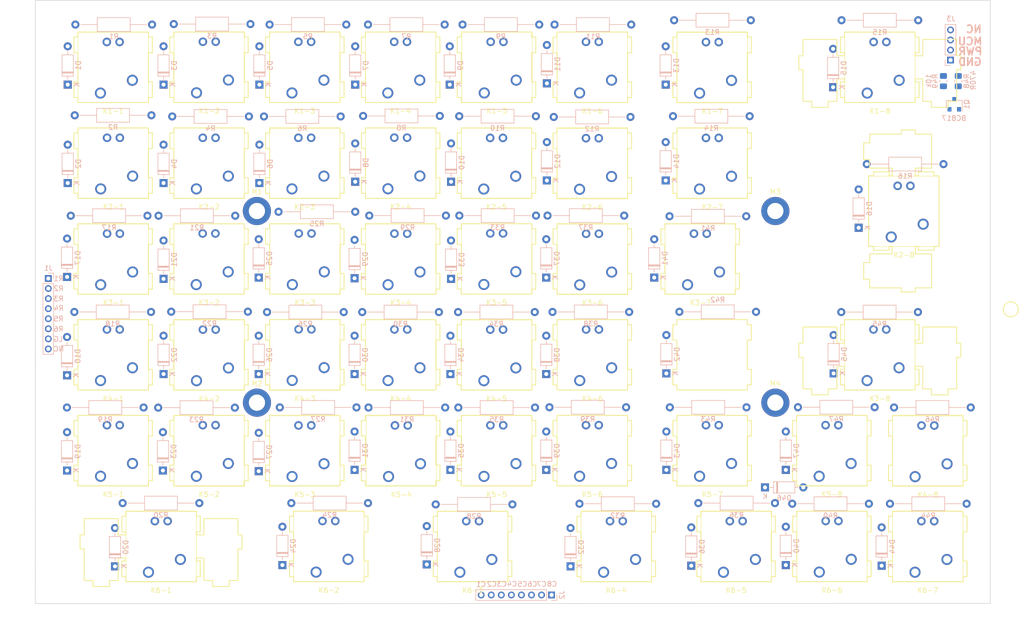
<source format=kicad_pcb>
(kicad_pcb (version 20171130) (host pcbnew 5.1.5+dfsg1-2build2)
  (layers (0 F.Cu signal) (31 B.Cu signal) (34 B.Paste user) (35 F.Paste user) (36 B.SilkS user) (37 F.SilkS user) (38 B.Mask user) (39 F.Mask user) (44 Edge.Cuts user))
  (net 0 "")
  (net 1 "Net-(K1-1-Pad3)")
  (net 2 "Net-(K1-2-Pad3)")
  (net 3 "Net-(K1-3-Pad3)")
  (net 4 "Net-(K1-4-Pad3)")
  (net 5 "Net-(K1-5-Pad3)")
  (net 6 "Net-(K1-6-Pad3)")
  (net 7 "Net-(K1-7-Pad3)")
  (net 8 "Net-(K1-8-Pad3)")
  (net 9 "Net-(K2-1-Pad3)")
  (net 10 "Net-(K2-2-Pad3)")
  (net 11 "Net-(K2-3-Pad3)")
  (net 12 "Net-(K2-4-Pad3)")
  (net 13 "Net-(K2-5-Pad3)")
  (net 14 "Net-(K2-7-Pad3)")
  (net 15 "Net-(K2-8-Pad3)")
  (net 16 "Net-(K2-6-Pad3)")
  (net 17 "Net-(D1-Pad2)")
  (net 18 ROW1)
  (net 19 "Net-(D2-Pad2)")
  (net 20 ROW2)
  (net 21 "Net-(D3-Pad2)")
  (net 22 "Net-(D4-Pad2)")
  (net 23 "Net-(D5-Pad2)")
  (net 24 "Net-(D6-Pad2)")
  (net 25 "Net-(D7-Pad2)")
  (net 26 "Net-(D8-Pad2)")
  (net 27 "Net-(D9-Pad2)")
  (net 28 "Net-(D10-Pad2)")
  (net 29 "Net-(D11-Pad2)")
  (net 30 "Net-(D12-Pad2)")
  (net 31 "Net-(D13-Pad2)")
  (net 32 "Net-(D14-Pad2)")
  (net 33 "Net-(D15-Pad2)")
  (net 34 "Net-(D16-Pad2)")
  (net 35 LED1-GND)
  (net 36 LED1-PWR)
  (net 37 "Net-(D17-Pad2)")
  (net 38 ROW3)
  (net 39 "Net-(D18-Pad2)")
  (net 40 ROW4)
  (net 41 "Net-(D19-Pad2)")
  (net 42 ROW5)
  (net 43 "Net-(D20-Pad2)")
  (net 44 ROW6)
  (net 45 "Net-(D21-Pad2)")
  (net 46 "Net-(D22-Pad2)")
  (net 47 "Net-(D23-Pad2)")
  (net 48 "Net-(D24-Pad2)")
  (net 49 "Net-(D25-Pad2)")
  (net 50 "Net-(D26-Pad2)")
  (net 51 "Net-(D27-Pad2)")
  (net 52 "Net-(D28-Pad2)")
  (net 53 "Net-(D29-Pad2)")
  (net 54 "Net-(D30-Pad2)")
  (net 55 "Net-(D31-Pad2)")
  (net 56 "Net-(D32-Pad2)")
  (net 57 "Net-(D33-Pad2)")
  (net 58 "Net-(D34-Pad2)")
  (net 59 "Net-(D35-Pad2)")
  (net 60 "Net-(D36-Pad2)")
  (net 61 "Net-(D37-Pad2)")
  (net 62 "Net-(D38-Pad2)")
  (net 63 "Net-(D39-Pad2)")
  (net 64 "Net-(D40-Pad2)")
  (net 65 "Net-(D41-Pad2)")
  (net 66 "Net-(D42-Pad2)")
  (net 67 "Net-(D43-Pad2)")
  (net 68 "Net-(D44-Pad2)")
  (net 69 "Net-(D45-Pad2)")
  (net 70 "Net-(D46-Pad2)")
  (net 71 "Net-(D47-Pad2)")
  (net 72 "Net-(K3-1-Pad3)")
  (net 73 "Net-(K3-2-Pad3)")
  (net 74 "Net-(K3-3-Pad3)")
  (net 75 "Net-(K3-4-Pad3)")
  (net 76 "Net-(K3-5-Pad3)")
  (net 77 "Net-(K3-6-Pad3)")
  (net 78 "Net-(K3-7-Pad3)")
  (net 79 "Net-(K3-8-Pad3)")
  (net 80 "Net-(K4-1-Pad3)")
  (net 81 "Net-(K4-2-Pad3)")
  (net 82 "Net-(K4-3-Pad3)")
  (net 83 "Net-(K4-4-Pad3)")
  (net 84 "Net-(K4-5-Pad3)")
  (net 85 "Net-(K4-6-Pad3)")
  (net 86 "Net-(K4-7-Pad3)")
  (net 87 "Net-(K4-8-Pad3)")
  (net 88 "Net-(K5-1-Pad3)")
  (net 89 "Net-(K5-2-Pad3)")
  (net 90 "Net-(K5-3-Pad3)")
  (net 91 "Net-(K5-4-Pad3)")
  (net 92 "Net-(K5-5-Pad3)")
  (net 93 "Net-(K5-6-Pad3)")
  (net 94 "Net-(K5-7-Pad3)")
  (net 95 "Net-(K5-8-Pad3)")
  (net 96 "Net-(K6-1-Pad3)")
  (net 97 "Net-(K6-2-Pad3)")
  (net 98 "Net-(K6-3-Pad3)")
  (net 99 "Net-(K6-4-Pad3)")
  (net 100 "Net-(K6-5-Pad3)")
  (net 101 "Net-(K6-6-Pad3)")
  (net 102 "Net-(K6-7-Pad3)")
  (net 103 COL1)
  (net 104 COL2)
  (net 105 COL3)
  (net 106 COL4)
  (net 107 COL5)
  (net 108 COL6)
  (net 109 COL7)
  (net 110 COL8)
  (net 111 GND)
  (net 112 "Net-(Q1-Pad1)")
  (net 113 MCU)
  (module MountingHole:MountingHole_3.2mm_M3_DIN965_Pad (layer F.Cu) (at 87.89416 87.8586)
    (fp_text reference M1 (at 0 -3.8) (layer F.SilkS))
    (fp_text value MountingHole_3.2mm_M3_DIN965_Pad)
    (pad 1 thru_hole circle (at 0 0) (size 5.6 5.6) (drill 3.2) (layers *.Cu *.Mask))
  )
  (module MountingHole:MountingHole_3.2mm_M3_DIN965_Pad (layer F.Cu) (at 87.9094 125.9586)
    (fp_text reference M2 (at 0 -3.8) (layer F.SilkS))
    (fp_text value MountingHole_3.2mm_M3_DIN965_Pad)
    (pad 2 thru_hole circle (at 0 0) (size 5.6 5.6) (drill 3.2) (layers *.Cu *.Mask))
  )
  (module MountingHole:MountingHole_3.2mm_M3_DIN965_Pad (layer F.Cu) (at 190.9572 87.8586)
    (fp_text reference M3 (at 0 -3.8) (layer F.SilkS))
    (fp_text value MountingHole_3.2mm_M3_DIN965_Pad)
    (pad 3 thru_hole circle (at 0 0) (size 5.6 5.6) (drill 3.2) (layers *.Cu *.Mask))
  )
  (module MountingHole:MountingHole_3.2mm_M3_DIN965_Pad (layer F.Cu) (at 190.9572 125.9586)
    (fp_text reference M4 (at 0 -3.8) (layer F.SilkS))
    (fp_text value MountingHole_3.2mm_M3_DIN965_Pad)
    (pad 4 thru_hole circle (at 0 0) (size 5.6 5.6) (drill 3.2) (layers *.Cu *.Mask))
  )
  (module MXfoot:CherryMX_1.00u_PCB_LED (layer F.Cu) (at 135.5344 78.4098 180)
    (fp_text reference K2-5 (at 0 -8.6625) (layer F.SilkS))
    (fp_text value CherryMX_LED)
    (pad 4 thru_hole circle (at 1.27 5.08 180) (size 1.6906 1.6906) (drill 0.9906) (layers *.Cu *.Mask) (net 36 LED1-PWR))
    (pad 3 thru_hole circle (at -1.27 5.08 180) (size 1.6906 1.6906) (drill 0.9906) (layers *.Cu *.Mask) (net 13 "Net-(K2-5-Pad3)"))
    (pad 2 thru_hole circle (at 2.54 -5.08 180) (size 2.2 2.2) (drill 1.5) (layers *.Cu *.Mask) (net 28 "Net-(D10-Pad2)"))
    (pad 1 thru_hole circle (at -3.81 -2.54 180) (size 2.2 2.2) (drill 1.5) (layers *.Cu *.Mask) (net 107 COL5))
    (pad "" np_thru_hole circle (at 5.08 0 180) (size 1.75 1.75) (drill 1.75) (layers *.Cu *.Mask))
    (pad "" np_thru_hole circle (at -5.08 0 180) (size 1.75 1.75) (drill 1.75) (layers *.Cu *.Mask))
    (pad "" np_thru_hole circle (at 0 0 180) (size 4 4) (drill 4) (layers *.Cu *.Mask))
  )
  (module MXfoot:CherryMX_1.50u_PCB_LED (layer F.Cu) (at 102.2096 154.559 180)
    (fp_text reference K6-2 (at 0 -8.6625) (layer F.SilkS))
    (fp_text value CherryMX_LED)
    (pad 4 thru_hole circle (at 1.27 5.08 180) (size 1.6906 1.6906) (drill 0.9906) (layers *.Cu *.Mask) (net 36 LED1-PWR))
    (pad 3 thru_hole circle (at -1.27 5.08 180) (size 1.6906 1.6906) (drill 0.9906) (layers *.Cu *.Mask) (net 97 "Net-(K6-2-Pad3)"))
    (pad 2 thru_hole circle (at 2.54 -5.08 180) (size 2.2 2.2) (drill 1.5) (layers *.Cu *.Mask) (net 48 "Net-(D24-Pad2)"))
    (pad 1 thru_hole circle (at -3.81 -2.54 180) (size 2.2 2.2) (drill 1.5) (layers *.Cu *.Mask) (net 104 COL2))
    (pad "" np_thru_hole circle (at 5.08 0 180) (size 1.75 1.75) (drill 1.75) (layers *.Cu *.Mask))
    (pad "" np_thru_hole circle (at -5.08 0 180) (size 1.75 1.75) (drill 1.75) (layers *.Cu *.Mask))
    (pad "" np_thru_hole circle (at 0 0 180) (size 4 4) (drill 4) (layers *.Cu *.Mask))
  )
  (module MXfoot:CherryMX_1.25u_PCB_LED (layer F.Cu) (at 176.0474 97.4344 180)
    (fp_text reference K3-7 (at 0 -8.6625) (layer F.SilkS))
    (fp_text value CherryMX_LED)
    (pad 4 thru_hole circle (at 1.27 5.08 180) (size 1.6906 1.6906) (drill 0.9906) (layers *.Cu *.Mask) (net 36 LED1-PWR))
    (pad 3 thru_hole circle (at -1.27 5.08 180) (size 1.6906 1.6906) (drill 0.9906) (layers *.Cu *.Mask) (net 78 "Net-(K3-7-Pad3)"))
    (pad 2 thru_hole circle (at 2.54 -5.08 180) (size 2.2 2.2) (drill 1.5) (layers *.Cu *.Mask) (net 65 "Net-(D41-Pad2)"))
    (pad 1 thru_hole circle (at -3.81 -2.54 180) (size 2.2 2.2) (drill 1.5) (layers *.Cu *.Mask) (net 109 COL7))
    (pad "" np_thru_hole circle (at 5.08 0 180) (size 1.75 1.75) (drill 1.75) (layers *.Cu *.Mask))
    (pad "" np_thru_hole circle (at -5.08 0 180) (size 1.75 1.75) (drill 1.75) (layers *.Cu *.Mask))
    (pad "" np_thru_hole circle (at 0 0 180) (size 4 4) (drill 4) (layers *.Cu *.Mask))
  )
  (module MXfoot:CherryMX_1.00u_PCB_LED (layer F.Cu) (at 116.5098 116.4844 180)
    (fp_text reference K4-4 (at 0 -8.6625) (layer F.SilkS))
    (fp_text value CherryMX_LED)
    (pad 4 thru_hole circle (at 1.27 5.08 180) (size 1.6906 1.6906) (drill 0.9906) (layers *.Cu *.Mask) (net 36 LED1-PWR))
    (pad 3 thru_hole circle (at -1.27 5.08 180) (size 1.6906 1.6906) (drill 0.9906) (layers *.Cu *.Mask) (net 83 "Net-(K4-4-Pad3)"))
    (pad 2 thru_hole circle (at 2.54 -5.08 180) (size 2.2 2.2) (drill 1.5) (layers *.Cu *.Mask) (net 54 "Net-(D30-Pad2)"))
    (pad 1 thru_hole circle (at -3.81 -2.54 180) (size 2.2 2.2) (drill 1.5) (layers *.Cu *.Mask) (net 106 COL4))
    (pad "" np_thru_hole circle (at 5.08 0 180) (size 1.75 1.75) (drill 1.75) (layers *.Cu *.Mask))
    (pad "" np_thru_hole circle (at -5.08 0 180) (size 1.75 1.75) (drill 1.75) (layers *.Cu *.Mask))
    (pad "" np_thru_hole circle (at 0 0 180) (size 4 4) (drill 4) (layers *.Cu *.Mask))
  )
  (module MXfoot:CherryMX_1.00u_PCB_LED (layer F.Cu) (at 97.4344 135.5598 180)
    (fp_text reference K5-3 (at 0 -8.6625) (layer F.SilkS))
    (fp_text value CherryMX_LED)
    (pad 4 thru_hole circle (at 1.27 5.08 180) (size 1.6906 1.6906) (drill 0.9906) (layers *.Cu *.Mask) (net 36 LED1-PWR))
    (pad 3 thru_hole circle (at -1.27 5.08 180) (size 1.6906 1.6906) (drill 0.9906) (layers *.Cu *.Mask) (net 90 "Net-(K5-3-Pad3)"))
    (pad 2 thru_hole circle (at 2.54 -5.08 180) (size 2.2 2.2) (drill 1.5) (layers *.Cu *.Mask) (net 51 "Net-(D27-Pad2)"))
    (pad 1 thru_hole circle (at -3.81 -2.54 180) (size 2.2 2.2) (drill 1.5) (layers *.Cu *.Mask) (net 105 COL3))
    (pad "" np_thru_hole circle (at 5.08 0 180) (size 1.75 1.75) (drill 1.75) (layers *.Cu *.Mask))
    (pad "" np_thru_hole circle (at -5.08 0 180) (size 1.75 1.75) (drill 1.75) (layers *.Cu *.Mask))
    (pad "" np_thru_hole circle (at 0 0 180) (size 4 4) (drill 4) (layers *.Cu *.Mask))
  )
  (module MXfoot:CherryMX_1.00u_PCB_LED (layer F.Cu) (at 135.5598 97.3836 180)
    (fp_text reference K3-5 (at 0 -8.6625) (layer F.SilkS))
    (fp_text value CherryMX_LED)
    (pad 4 thru_hole circle (at 1.27 5.08 180) (size 1.6906 1.6906) (drill 0.9906) (layers *.Cu *.Mask) (net 36 LED1-PWR))
    (pad 3 thru_hole circle (at -1.27 5.08 180) (size 1.6906 1.6906) (drill 0.9906) (layers *.Cu *.Mask) (net 76 "Net-(K3-5-Pad3)"))
    (pad 2 thru_hole circle (at 2.54 -5.08 180) (size 2.2 2.2) (drill 1.5) (layers *.Cu *.Mask) (net 57 "Net-(D33-Pad2)"))
    (pad 1 thru_hole circle (at -3.81 -2.54 180) (size 2.2 2.2) (drill 1.5) (layers *.Cu *.Mask) (net 107 COL5))
    (pad "" np_thru_hole circle (at 5.08 0 180) (size 1.75 1.75) (drill 1.75) (layers *.Cu *.Mask))
    (pad "" np_thru_hole circle (at -5.08 0 180) (size 1.75 1.75) (drill 1.75) (layers *.Cu *.Mask))
    (pad "" np_thru_hole circle (at 0 0 180) (size 4 4) (drill 4) (layers *.Cu *.Mask))
  )
  (module MXfoot:CherryMX_1.00u_PCB_LED (layer F.Cu) (at 135.5852 135.5344 180)
    (fp_text reference K5-5 (at 0 -8.6625) (layer F.SilkS))
    (fp_text value CherryMX_LED)
    (pad 4 thru_hole circle (at 1.27 5.08 180) (size 1.6906 1.6906) (drill 0.9906) (layers *.Cu *.Mask) (net 36 LED1-PWR))
    (pad 3 thru_hole circle (at -1.27 5.08 180) (size 1.6906 1.6906) (drill 0.9906) (layers *.Cu *.Mask) (net 92 "Net-(K5-5-Pad3)"))
    (pad 2 thru_hole circle (at 2.54 -5.08 180) (size 2.2 2.2) (drill 1.5) (layers *.Cu *.Mask) (net 59 "Net-(D35-Pad2)"))
    (pad 1 thru_hole circle (at -3.81 -2.54 180) (size 2.2 2.2) (drill 1.5) (layers *.Cu *.Mask) (net 107 COL5))
    (pad "" np_thru_hole circle (at 5.08 0 180) (size 1.75 1.75) (drill 1.75) (layers *.Cu *.Mask))
    (pad "" np_thru_hole circle (at -5.08 0 180) (size 1.75 1.75) (drill 1.75) (layers *.Cu *.Mask))
    (pad "" np_thru_hole circle (at 0 0 180) (size 4 4) (drill 4) (layers *.Cu *.Mask))
  )
  (module MXfoot:CherryMX_1.00u_PCB_LED (layer F.Cu) (at 211.7344 116.4844 180)
    (fp_text reference K3-8 (at 0 -8.6625) (layer F.SilkS))
    (fp_text value CherryMX_LED)
    (pad 4 thru_hole circle (at 1.27 5.08 180) (size 1.6906 1.6906) (drill 0.9906) (layers *.Cu *.Mask) (net 36 LED1-PWR))
    (pad 3 thru_hole circle (at -1.27 5.08 180) (size 1.6906 1.6906) (drill 0.9906) (layers *.Cu *.Mask) (net 79 "Net-(K3-8-Pad3)"))
    (pad 2 thru_hole circle (at 2.54 -5.08 180) (size 2.2 2.2) (drill 1.5) (layers *.Cu *.Mask) (net 69 "Net-(D45-Pad2)"))
    (pad 1 thru_hole circle (at -3.81 -2.54 180) (size 2.2 2.2) (drill 1.5) (layers *.Cu *.Mask) (net 110 COL8))
    (pad "" np_thru_hole circle (at 5.08 0 180) (size 1.75 1.75) (drill 1.75) (layers *.Cu *.Mask))
    (pad "" np_thru_hole circle (at -5.08 0 180) (size 1.75 1.75) (drill 1.75) (layers *.Cu *.Mask))
    (pad "" np_thru_hole circle (at 0 0 180) (size 4 4) (drill 4) (layers *.Cu *.Mask))
  )
  (module MXfoot:CherryMX_1.00u_PCB_LED (layer F.Cu) (at 59.3598 135.509 180)
    (fp_text reference K5-1 (at 0 -8.6625) (layer F.SilkS))
    (fp_text value CherryMX_LED)
    (pad 4 thru_hole circle (at 1.27 5.08 180) (size 1.6906 1.6906) (drill 0.9906) (layers *.Cu *.Mask) (net 36 LED1-PWR))
    (pad 3 thru_hole circle (at -1.27 5.08 180) (size 1.6906 1.6906) (drill 0.9906) (layers *.Cu *.Mask) (net 88 "Net-(K5-1-Pad3)"))
    (pad 2 thru_hole circle (at 2.54 -5.08 180) (size 2.2 2.2) (drill 1.5) (layers *.Cu *.Mask) (net 41 "Net-(D19-Pad2)"))
    (pad 1 thru_hole circle (at -3.81 -2.54 180) (size 2.2 2.2) (drill 1.5) (layers *.Cu *.Mask) (net 103 COL1))
    (pad "" np_thru_hole circle (at 5.08 0 180) (size 1.75 1.75) (drill 1.75) (layers *.Cu *.Mask))
    (pad "" np_thru_hole circle (at -5.08 0 180) (size 1.75 1.75) (drill 1.75) (layers *.Cu *.Mask))
    (pad "" np_thru_hole circle (at 0 0 180) (size 4 4) (drill 4) (layers *.Cu *.Mask))
  )
  (module MXfoot:CherryMX_1.00u_PCB_LED (layer F.Cu) (at 183.1848 154.5844 180)
    (fp_text reference K6-5 (at 0 -8.6625) (layer F.SilkS))
    (fp_text value CherryMX_LED)
    (pad 4 thru_hole circle (at 1.27 5.08 180) (size 1.6906 1.6906) (drill 0.9906) (layers *.Cu *.Mask) (net 36 LED1-PWR))
    (pad 3 thru_hole circle (at -1.27 5.08 180) (size 1.6906 1.6906) (drill 0.9906) (layers *.Cu *.Mask) (net 100 "Net-(K6-5-Pad3)"))
    (pad 2 thru_hole circle (at 2.54 -5.08 180) (size 2.2 2.2) (drill 1.5) (layers *.Cu *.Mask) (net 60 "Net-(D36-Pad2)"))
    (pad 1 thru_hole circle (at -3.81 -2.54 180) (size 2.2 2.2) (drill 1.5) (layers *.Cu *.Mask) (net 107 COL5))
    (pad "" np_thru_hole circle (at 5.08 0 180) (size 1.75 1.75) (drill 1.75) (layers *.Cu *.Mask))
    (pad "" np_thru_hole circle (at -5.08 0 180) (size 1.75 1.75) (drill 1.75) (layers *.Cu *.Mask))
    (pad "" np_thru_hole circle (at 0 0 180) (size 4 4) (drill 4) (layers *.Cu *.Mask))
  )
  (module MXfoot:CherryMX_1.50u_PCB_LED (layer F.Cu) (at 130.7846 154.5844 180)
    (fp_text reference K6-3 (at 0 -8.6625) (layer F.SilkS))
    (fp_text value CherryMX_LED)
    (pad 4 thru_hole circle (at 1.27 5.08 180) (size 1.6906 1.6906) (drill 0.9906) (layers *.Cu *.Mask) (net 36 LED1-PWR))
    (pad 3 thru_hole circle (at -1.27 5.08 180) (size 1.6906 1.6906) (drill 0.9906) (layers *.Cu *.Mask) (net 98 "Net-(K6-3-Pad3)"))
    (pad 2 thru_hole circle (at 2.54 -5.08 180) (size 2.2 2.2) (drill 1.5) (layers *.Cu *.Mask) (net 52 "Net-(D28-Pad2)"))
    (pad 1 thru_hole circle (at -3.81 -2.54 180) (size 2.2 2.2) (drill 1.5) (layers *.Cu *.Mask) (net 105 COL3))
    (pad "" np_thru_hole circle (at 5.08 0 180) (size 1.75 1.75) (drill 1.75) (layers *.Cu *.Mask))
    (pad "" np_thru_hole circle (at -5.08 0 180) (size 1.75 1.75) (drill 1.75) (layers *.Cu *.Mask))
    (pad "" np_thru_hole circle (at 0 0 180) (size 4 4) (drill 4) (layers *.Cu *.Mask))
  )
  (module MXfoot:CherryMX_1.00u_PCB_LED (layer F.Cu) (at 154.5844 135.509 180)
    (fp_text reference K5-6 (at 0 -8.6625) (layer F.SilkS))
    (fp_text value CherryMX_LED)
    (pad 4 thru_hole circle (at 1.27 5.08 180) (size 1.6906 1.6906) (drill 0.9906) (layers *.Cu *.Mask) (net 36 LED1-PWR))
    (pad 3 thru_hole circle (at -1.27 5.08 180) (size 1.6906 1.6906) (drill 0.9906) (layers *.Cu *.Mask) (net 93 "Net-(K5-6-Pad3)"))
    (pad 2 thru_hole circle (at 2.54 -5.08 180) (size 2.2 2.2) (drill 1.5) (layers *.Cu *.Mask) (net 63 "Net-(D39-Pad2)"))
    (pad 1 thru_hole circle (at -3.81 -2.54 180) (size 2.2 2.2) (drill 1.5) (layers *.Cu *.Mask) (net 108 COL6))
    (pad "" np_thru_hole circle (at 5.08 0 180) (size 1.75 1.75) (drill 1.75) (layers *.Cu *.Mask))
    (pad "" np_thru_hole circle (at -5.08 0 180) (size 1.75 1.75) (drill 1.75) (layers *.Cu *.Mask))
    (pad "" np_thru_hole circle (at 0 0 180) (size 4 4) (drill 4) (layers *.Cu *.Mask))
  )
  (module MXfoot:CherryMX_1.50u_PCB_LED (layer F.Cu) (at 159.3596 154.5844 180)
    (fp_text reference K6-4 (at 0 -8.6625) (layer F.SilkS))
    (fp_text value CherryMX_LED)
    (pad 4 thru_hole circle (at 1.27 5.08 180) (size 1.6906 1.6906) (drill 0.9906) (layers *.Cu *.Mask) (net 36 LED1-PWR))
    (pad 3 thru_hole circle (at -1.27 5.08 180) (size 1.6906 1.6906) (drill 0.9906) (layers *.Cu *.Mask) (net 99 "Net-(K6-4-Pad3)"))
    (pad 2 thru_hole circle (at 2.54 -5.08 180) (size 2.2 2.2) (drill 1.5) (layers *.Cu *.Mask) (net 56 "Net-(D32-Pad2)"))
    (pad 1 thru_hole circle (at -3.81 -2.54 180) (size 2.2 2.2) (drill 1.5) (layers *.Cu *.Mask) (net 106 COL4))
    (pad "" np_thru_hole circle (at 5.08 0 180) (size 1.75 1.75) (drill 1.75) (layers *.Cu *.Mask))
    (pad "" np_thru_hole circle (at -5.08 0 180) (size 1.75 1.75) (drill 1.75) (layers *.Cu *.Mask))
    (pad "" np_thru_hole circle (at 0 0 180) (size 4 4) (drill 4) (layers *.Cu *.Mask))
  )
  (module MXfoot:CherryMX_1.00u_PCB_LED (layer F.Cu) (at 154.5844 78.4606 180)
    (fp_text reference K2-6 (at 0 -8.6625) (layer F.SilkS))
    (fp_text value CherryMX_LED)
    (pad 4 thru_hole circle (at 1.27 5.08 180) (size 1.6906 1.6906) (drill 0.9906) (layers *.Cu *.Mask) (net 36 LED1-PWR))
    (pad 3 thru_hole circle (at -1.27 5.08 180) (size 1.6906 1.6906) (drill 0.9906) (layers *.Cu *.Mask) (net 16 "Net-(K2-6-Pad3)"))
    (pad 2 thru_hole circle (at 2.54 -5.08 180) (size 2.2 2.2) (drill 1.5) (layers *.Cu *.Mask) (net 30 "Net-(D12-Pad2)"))
    (pad 1 thru_hole circle (at -3.81 -2.54 180) (size 2.2 2.2) (drill 1.5) (layers *.Cu *.Mask) (net 108 COL6))
    (pad "" np_thru_hole circle (at 5.08 0 180) (size 1.75 1.75) (drill 1.75) (layers *.Cu *.Mask))
    (pad "" np_thru_hole circle (at -5.08 0 180) (size 1.75 1.75) (drill 1.75) (layers *.Cu *.Mask))
    (pad "" np_thru_hole circle (at 0 0 180) (size 4 4) (drill 4) (layers *.Cu *.Mask))
  )
  (module MXfoot:CherryMX_1.00u_PCB_LED (layer F.Cu) (at 154.6098 97.4598 180)
    (fp_text reference K3-6 (at 0 -8.6625) (layer F.SilkS))
    (fp_text value CherryMX_LED)
    (pad 4 thru_hole circle (at 1.27 5.08 180) (size 1.6906 1.6906) (drill 0.9906) (layers *.Cu *.Mask) (net 36 LED1-PWR))
    (pad 3 thru_hole circle (at -1.27 5.08 180) (size 1.6906 1.6906) (drill 0.9906) (layers *.Cu *.Mask) (net 77 "Net-(K3-6-Pad3)"))
    (pad 2 thru_hole circle (at 2.54 -5.08 180) (size 2.2 2.2) (drill 1.5) (layers *.Cu *.Mask) (net 61 "Net-(D37-Pad2)"))
    (pad 1 thru_hole circle (at -3.81 -2.54 180) (size 2.2 2.2) (drill 1.5) (layers *.Cu *.Mask) (net 108 COL6))
    (pad "" np_thru_hole circle (at 5.08 0 180) (size 1.75 1.75) (drill 1.75) (layers *.Cu *.Mask))
    (pad "" np_thru_hole circle (at -5.08 0 180) (size 1.75 1.75) (drill 1.75) (layers *.Cu *.Mask))
    (pad "" np_thru_hole circle (at 0 0 180) (size 4 4) (drill 4) (layers *.Cu *.Mask))
  )
  (module MXfoot:CherryMX_1.00u_PCB_LED (layer F.Cu) (at 154.6098 116.4844 180)
    (fp_text reference K4-6 (at 0 -8.6625) (layer F.SilkS))
    (fp_text value CherryMX_LED)
    (pad 4 thru_hole circle (at 1.27 5.08 180) (size 1.6906 1.6906) (drill 0.9906) (layers *.Cu *.Mask) (net 36 LED1-PWR))
    (pad 3 thru_hole circle (at -1.27 5.08 180) (size 1.6906 1.6906) (drill 0.9906) (layers *.Cu *.Mask) (net 85 "Net-(K4-6-Pad3)"))
    (pad 2 thru_hole circle (at 2.54 -5.08 180) (size 2.2 2.2) (drill 1.5) (layers *.Cu *.Mask) (net 62 "Net-(D38-Pad2)"))
    (pad 1 thru_hole circle (at -3.81 -2.54 180) (size 2.2 2.2) (drill 1.5) (layers *.Cu *.Mask) (net 108 COL6))
    (pad "" np_thru_hole circle (at 5.08 0 180) (size 1.75 1.75) (drill 1.75) (layers *.Cu *.Mask))
    (pad "" np_thru_hole circle (at -5.08 0 180) (size 1.75 1.75) (drill 1.75) (layers *.Cu *.Mask))
    (pad "" np_thru_hole circle (at 0 0 180) (size 4 4) (drill 4) (layers *.Cu *.Mask))
  )
  (module MXfoot:CherryMX_1.00u_PCB_LED (layer F.Cu) (at 202.2348 154.559 180)
    (fp_text reference K6-6 (at 0 -8.6625) (layer F.SilkS))
    (fp_text value CherryMX_LED)
    (pad 4 thru_hole circle (at 1.27 5.08 180) (size 1.6906 1.6906) (drill 0.9906) (layers *.Cu *.Mask) (net 36 LED1-PWR))
    (pad 3 thru_hole circle (at -1.27 5.08 180) (size 1.6906 1.6906) (drill 0.9906) (layers *.Cu *.Mask) (net 101 "Net-(K6-6-Pad3)"))
    (pad 2 thru_hole circle (at 2.54 -5.08 180) (size 2.2 2.2) (drill 1.5) (layers *.Cu *.Mask) (net 64 "Net-(D40-Pad2)"))
    (pad 1 thru_hole circle (at -3.81 -2.54 180) (size 2.2 2.2) (drill 1.5) (layers *.Cu *.Mask) (net 108 COL6))
    (pad "" np_thru_hole circle (at 5.08 0 180) (size 1.75 1.75) (drill 1.75) (layers *.Cu *.Mask))
    (pad "" np_thru_hole circle (at -5.08 0 180) (size 1.75 1.75) (drill 1.75) (layers *.Cu *.Mask))
    (pad "" np_thru_hole circle (at 0 0 180) (size 4 4) (drill 4) (layers *.Cu *.Mask))
  )
  (module MXfoot:CherryMX_1.00u_PCB_LED (layer F.Cu) (at 202.2094 135.509 180)
    (fp_text reference K5-8 (at 0 -8.6625) (layer F.SilkS))
    (fp_text value CherryMX_LED)
    (pad 4 thru_hole circle (at 1.27 5.08 180) (size 1.6906 1.6906) (drill 0.9906) (layers *.Cu *.Mask) (net 36 LED1-PWR))
    (pad 3 thru_hole circle (at -1.27 5.08 180) (size 1.6906 1.6906) (drill 0.9906) (layers *.Cu *.Mask) (net 95 "Net-(K5-8-Pad3)"))
    (pad 2 thru_hole circle (at 2.54 -5.08 180) (size 2.2 2.2) (drill 1.5) (layers *.Cu *.Mask) (net 71 "Net-(D47-Pad2)"))
    (pad 1 thru_hole circle (at -3.81 -2.54 180) (size 2.2 2.2) (drill 1.5) (layers *.Cu *.Mask) (net 110 COL8))
    (pad "" np_thru_hole circle (at 5.08 0 180) (size 1.75 1.75) (drill 1.75) (layers *.Cu *.Mask))
    (pad "" np_thru_hole circle (at -5.08 0 180) (size 1.75 1.75) (drill 1.75) (layers *.Cu *.Mask))
    (pad "" np_thru_hole circle (at 0 0 180) (size 4 4) (drill 4) (layers *.Cu *.Mask))
  )
  (module MXfoot:CherryMX_1.00u_PCB_LED (layer F.Cu) (at 97.4598 116.459 180)
    (fp_text reference K4-3 (at 0 -8.6625) (layer F.SilkS))
    (fp_text value CherryMX_LED)
    (pad 4 thru_hole circle (at 1.27 5.08 180) (size 1.6906 1.6906) (drill 0.9906) (layers *.Cu *.Mask) (net 36 LED1-PWR))
    (pad 3 thru_hole circle (at -1.27 5.08 180) (size 1.6906 1.6906) (drill 0.9906) (layers *.Cu *.Mask) (net 82 "Net-(K4-3-Pad3)"))
    (pad 2 thru_hole circle (at 2.54 -5.08 180) (size 2.2 2.2) (drill 1.5) (layers *.Cu *.Mask) (net 50 "Net-(D26-Pad2)"))
    (pad 1 thru_hole circle (at -3.81 -2.54 180) (size 2.2 2.2) (drill 1.5) (layers *.Cu *.Mask) (net 105 COL3))
    (pad "" np_thru_hole circle (at 5.08 0 180) (size 1.75 1.75) (drill 1.75) (layers *.Cu *.Mask))
    (pad "" np_thru_hole circle (at -5.08 0 180) (size 1.75 1.75) (drill 1.75) (layers *.Cu *.Mask))
    (pad "" np_thru_hole circle (at 0 0 180) (size 4 4) (drill 4) (layers *.Cu *.Mask))
  )
  (module MXfoot:CherryMX_1.00u_PCB_LED (layer F.Cu) (at 78.3844 97.409 180)
    (fp_text reference K3-2 (at 0 -8.6625) (layer F.SilkS))
    (fp_text value CherryMX_LED)
    (pad 4 thru_hole circle (at 1.27 5.08 180) (size 1.6906 1.6906) (drill 0.9906) (layers *.Cu *.Mask) (net 36 LED1-PWR))
    (pad 3 thru_hole circle (at -1.27 5.08 180) (size 1.6906 1.6906) (drill 0.9906) (layers *.Cu *.Mask) (net 73 "Net-(K3-2-Pad3)"))
    (pad 2 thru_hole circle (at 2.54 -5.08 180) (size 2.2 2.2) (drill 1.5) (layers *.Cu *.Mask) (net 45 "Net-(D21-Pad2)"))
    (pad 1 thru_hole circle (at -3.81 -2.54 180) (size 2.2 2.2) (drill 1.5) (layers *.Cu *.Mask) (net 104 COL2))
    (pad "" np_thru_hole circle (at 5.08 0 180) (size 1.75 1.75) (drill 1.75) (layers *.Cu *.Mask))
    (pad "" np_thru_hole circle (at -5.08 0 180) (size 1.75 1.75) (drill 1.75) (layers *.Cu *.Mask))
    (pad "" np_thru_hole circle (at 0 0 180) (size 4 4) (drill 4) (layers *.Cu *.Mask))
  )
  (module MXfoot:CherryMX_1.00u_PCB_LED (layer F.Cu) (at 116.5098 97.4344 180)
    (fp_text reference K3-4 (at 0 -8.6625) (layer F.SilkS))
    (fp_text value CherryMX_LED)
    (pad 4 thru_hole circle (at 1.27 5.08 180) (size 1.6906 1.6906) (drill 0.9906) (layers *.Cu *.Mask) (net 36 LED1-PWR))
    (pad 3 thru_hole circle (at -1.27 5.08 180) (size 1.6906 1.6906) (drill 0.9906) (layers *.Cu *.Mask) (net 75 "Net-(K3-4-Pad3)"))
    (pad 2 thru_hole circle (at 2.54 -5.08 180) (size 2.2 2.2) (drill 1.5) (layers *.Cu *.Mask) (net 53 "Net-(D29-Pad2)"))
    (pad 1 thru_hole circle (at -3.81 -2.54 180) (size 2.2 2.2) (drill 1.5) (layers *.Cu *.Mask) (net 106 COL4))
    (pad "" np_thru_hole circle (at 5.08 0 180) (size 1.75 1.75) (drill 1.75) (layers *.Cu *.Mask))
    (pad "" np_thru_hole circle (at -5.08 0 180) (size 1.75 1.75) (drill 1.75) (layers *.Cu *.Mask))
    (pad "" np_thru_hole circle (at 0 0 180) (size 4 4) (drill 4) (layers *.Cu *.Mask))
  )
  (module MXfoot:CherryMX_1.00u_PCB_LED (layer F.Cu) (at 97.4852 97.409 180)
    (fp_text reference K3-3 (at 0 -8.6625) (layer F.SilkS))
    (fp_text value CherryMX_LED)
    (pad 4 thru_hole circle (at 1.27 5.08 180) (size 1.6906 1.6906) (drill 0.9906) (layers *.Cu *.Mask) (net 36 LED1-PWR))
    (pad 3 thru_hole circle (at -1.27 5.08 180) (size 1.6906 1.6906) (drill 0.9906) (layers *.Cu *.Mask) (net 74 "Net-(K3-3-Pad3)"))
    (pad 2 thru_hole circle (at 2.54 -5.08 180) (size 2.2 2.2) (drill 1.5) (layers *.Cu *.Mask) (net 49 "Net-(D25-Pad2)"))
    (pad 1 thru_hole circle (at -3.81 -2.54 180) (size 2.2 2.2) (drill 1.5) (layers *.Cu *.Mask) (net 105 COL3))
    (pad "" np_thru_hole circle (at 5.08 0 180) (size 1.75 1.75) (drill 1.75) (layers *.Cu *.Mask))
    (pad "" np_thru_hole circle (at -5.08 0 180) (size 1.75 1.75) (drill 1.75) (layers *.Cu *.Mask))
    (pad "" np_thru_hole circle (at 0 0 180) (size 4 4) (drill 4) (layers *.Cu *.Mask))
  )
  (module MXfoot:CherryMX_1.50u_PCB_LED (layer F.Cu) (at 178.435 78.4098 180)
    (fp_text reference K2-7 (at 0 -8.6625) (layer F.SilkS))
    (fp_text value CherryMX_LED)
    (pad 4 thru_hole circle (at 1.27 5.08 180) (size 1.6906 1.6906) (drill 0.9906) (layers *.Cu *.Mask) (net 36 LED1-PWR))
    (pad 3 thru_hole circle (at -1.27 5.08 180) (size 1.6906 1.6906) (drill 0.9906) (layers *.Cu *.Mask) (net 14 "Net-(K2-7-Pad3)"))
    (pad 2 thru_hole circle (at 2.54 -5.08 180) (size 2.2 2.2) (drill 1.5) (layers *.Cu *.Mask) (net 32 "Net-(D14-Pad2)"))
    (pad 1 thru_hole circle (at -3.81 -2.54 180) (size 2.2 2.2) (drill 1.5) (layers *.Cu *.Mask) (net 109 COL7))
    (pad "" np_thru_hole circle (at 5.08 0 180) (size 1.75 1.75) (drill 1.75) (layers *.Cu *.Mask))
    (pad "" np_thru_hole circle (at -5.08 0 180) (size 1.75 1.75) (drill 1.75) (layers *.Cu *.Mask))
    (pad "" np_thru_hole circle (at 0 0 180) (size 4 4) (drill 4) (layers *.Cu *.Mask))
  )
  (module MXfoot:CherryMX_1.00u_PCB_LED (layer F.Cu) (at 97.409 78.3844 180)
    (fp_text reference K2-3 (at 0 -8.6625) (layer F.SilkS))
    (fp_text value CherryMX_LED)
    (pad 4 thru_hole circle (at 1.27 5.08 180) (size 1.6906 1.6906) (drill 0.9906) (layers *.Cu *.Mask) (net 36 LED1-PWR))
    (pad 3 thru_hole circle (at -1.27 5.08 180) (size 1.6906 1.6906) (drill 0.9906) (layers *.Cu *.Mask) (net 11 "Net-(K2-3-Pad3)"))
    (pad 2 thru_hole circle (at 2.54 -5.08 180) (size 2.2 2.2) (drill 1.5) (layers *.Cu *.Mask) (net 24 "Net-(D6-Pad2)"))
    (pad 1 thru_hole circle (at -3.81 -2.54 180) (size 2.2 2.2) (drill 1.5) (layers *.Cu *.Mask) (net 105 COL3))
    (pad "" np_thru_hole circle (at 5.08 0 180) (size 1.75 1.75) (drill 1.75) (layers *.Cu *.Mask))
    (pad "" np_thru_hole circle (at -5.08 0 180) (size 1.75 1.75) (drill 1.75) (layers *.Cu *.Mask))
    (pad "" np_thru_hole circle (at 0 0 180) (size 4 4) (drill 4) (layers *.Cu *.Mask))
  )
  (module MXfoot:CherryMX_1.00u_PCB_LED (layer F.Cu) (at 116.6114 135.5598 180)
    (fp_text reference K5-4 (at 0 -8.6625) (layer F.SilkS))
    (fp_text value CherryMX_LED)
    (pad 4 thru_hole circle (at 1.27 5.08 180) (size 1.6906 1.6906) (drill 0.9906) (layers *.Cu *.Mask) (net 36 LED1-PWR))
    (pad 3 thru_hole circle (at -1.27 5.08 180) (size 1.6906 1.6906) (drill 0.9906) (layers *.Cu *.Mask) (net 91 "Net-(K5-4-Pad3)"))
    (pad 2 thru_hole circle (at 2.54 -5.08 180) (size 2.2 2.2) (drill 1.5) (layers *.Cu *.Mask) (net 55 "Net-(D31-Pad2)"))
    (pad 1 thru_hole circle (at -3.81 -2.54 180) (size 2.2 2.2) (drill 1.5) (layers *.Cu *.Mask) (net 106 COL4))
    (pad "" np_thru_hole circle (at 5.08 0 180) (size 1.75 1.75) (drill 1.75) (layers *.Cu *.Mask))
    (pad "" np_thru_hole circle (at -5.08 0 180) (size 1.75 1.75) (drill 1.75) (layers *.Cu *.Mask))
    (pad "" np_thru_hole circle (at 0 0 180) (size 4 4) (drill 4) (layers *.Cu *.Mask))
  )
  (module MXfoot:CherryMX_1.00u_PCB_LED (layer F.Cu) (at 221.2594 154.5844 180)
    (fp_text reference K6-7 (at 0 -8.6625) (layer F.SilkS))
    (fp_text value CherryMX_LED)
    (pad 4 thru_hole circle (at 1.27 5.08 180) (size 1.6906 1.6906) (drill 0.9906) (layers *.Cu *.Mask) (net 36 LED1-PWR))
    (pad 3 thru_hole circle (at -1.27 5.08 180) (size 1.6906 1.6906) (drill 0.9906) (layers *.Cu *.Mask) (net 102 "Net-(K6-7-Pad3)"))
    (pad 2 thru_hole circle (at 2.54 -5.08 180) (size 2.2 2.2) (drill 1.5) (layers *.Cu *.Mask) (net 68 "Net-(D44-Pad2)"))
    (pad 1 thru_hole circle (at -3.81 -2.54 180) (size 2.2 2.2) (drill 1.5) (layers *.Cu *.Mask) (net 109 COL7))
    (pad "" np_thru_hole circle (at 5.08 0 180) (size 1.75 1.75) (drill 1.75) (layers *.Cu *.Mask))
    (pad "" np_thru_hole circle (at -5.08 0 180) (size 1.75 1.75) (drill 1.75) (layers *.Cu *.Mask))
    (pad "" np_thru_hole circle (at 0 0 180) (size 4 4) (drill 4) (layers *.Cu *.Mask))
  )
  (module MXfoot:CherryMX_1.00u_PCB_LED (layer F.Cu) (at 78.4098 78.3844 180)
    (fp_text reference K2-2 (at 0 -8.6625) (layer F.SilkS))
    (fp_text value CherryMX_LED)
    (pad 4 thru_hole circle (at 1.27 5.08 180) (size 1.6906 1.6906) (drill 0.9906) (layers *.Cu *.Mask) (net 36 LED1-PWR))
    (pad 3 thru_hole circle (at -1.27 5.08 180) (size 1.6906 1.6906) (drill 0.9906) (layers *.Cu *.Mask) (net 10 "Net-(K2-2-Pad3)"))
    (pad 2 thru_hole circle (at 2.54 -5.08 180) (size 2.2 2.2) (drill 1.5) (layers *.Cu *.Mask) (net 22 "Net-(D4-Pad2)"))
    (pad 1 thru_hole circle (at -3.81 -2.54 180) (size 2.2 2.2) (drill 1.5) (layers *.Cu *.Mask) (net 104 COL2))
    (pad "" np_thru_hole circle (at 5.08 0 180) (size 1.75 1.75) (drill 1.75) (layers *.Cu *.Mask))
    (pad "" np_thru_hole circle (at -5.08 0 180) (size 1.75 1.75) (drill 1.75) (layers *.Cu *.Mask))
    (pad "" np_thru_hole circle (at 0 0 180) (size 4 4) (drill 4) (layers *.Cu *.Mask))
  )
  (module MXfoot:CherryMX_1.00u_PCB_LED (layer F.Cu) (at 59.3852 78.3844 180)
    (fp_text reference K2-1 (at 0 -8.6625) (layer F.SilkS))
    (fp_text value CherryMX_LED)
    (pad 4 thru_hole circle (at 1.27 5.08 180) (size 1.6906 1.6906) (drill 0.9906) (layers *.Cu *.Mask) (net 36 LED1-PWR))
    (pad 3 thru_hole circle (at -1.27 5.08 180) (size 1.6906 1.6906) (drill 0.9906) (layers *.Cu *.Mask) (net 9 "Net-(K2-1-Pad3)"))
    (pad 2 thru_hole circle (at 2.54 -5.08 180) (size 2.2 2.2) (drill 1.5) (layers *.Cu *.Mask) (net 19 "Net-(D2-Pad2)"))
    (pad 1 thru_hole circle (at -3.81 -2.54 180) (size 2.2 2.2) (drill 1.5) (layers *.Cu *.Mask) (net 103 COL1))
    (pad "" np_thru_hole circle (at 5.08 0 180) (size 1.75 1.75) (drill 1.75) (layers *.Cu *.Mask))
    (pad "" np_thru_hole circle (at -5.08 0 180) (size 1.75 1.75) (drill 1.75) (layers *.Cu *.Mask))
    (pad "" np_thru_hole circle (at 0 0 180) (size 4 4) (drill 4) (layers *.Cu *.Mask))
  )
  (module MXfoot:CherryMX_2.00u_PCB_LED (layer F.Cu) (at 68.8848 154.5844 180)
    (fp_text reference K6-1 (at 0 -8.6625) (layer F.SilkS))
    (fp_text value CherryMX_LED)
    (pad 4 thru_hole circle (at 1.27 5.08 180) (size 1.6906 1.6906) (drill 0.9906) (layers *.Cu *.Mask) (net 36 LED1-PWR))
    (pad 3 thru_hole circle (at -1.27 5.08 180) (size 1.6906 1.6906) (drill 0.9906) (layers *.Cu *.Mask) (net 96 "Net-(K6-1-Pad3)"))
    (pad 2 thru_hole circle (at 2.54 -5.08 180) (size 2.2 2.2) (drill 1.5) (layers *.Cu *.Mask) (net 43 "Net-(D20-Pad2)"))
    (pad 1 thru_hole circle (at -3.81 -2.54 180) (size 2.2 2.2) (drill 1.5) (layers *.Cu *.Mask) (net 103 COL1))
    (pad "" np_thru_hole circle (at 5.08 0 180) (size 1.75 1.75) (drill 1.75) (layers *.Cu *.Mask))
    (pad "" np_thru_hole circle (at -5.08 0 180) (size 1.75 1.75) (drill 1.75) (layers *.Cu *.Mask))
    (pad "" np_thru_hole circle (at 0 0 180) (size 4 4) (drill 4) (layers *.Cu *.Mask))
  )
  (module MXfoot:CherryMX_1.00u_PCB_LED (layer F.Cu) (at 116.4844 78.359 180)
    (fp_text reference K2-4 (at 0 -8.6625) (layer F.SilkS))
    (fp_text value CherryMX_LED)
    (pad 4 thru_hole circle (at 1.27 5.08 180) (size 1.6906 1.6906) (drill 0.9906) (layers *.Cu *.Mask) (net 36 LED1-PWR))
    (pad 3 thru_hole circle (at -1.27 5.08 180) (size 1.6906 1.6906) (drill 0.9906) (layers *.Cu *.Mask) (net 12 "Net-(K2-4-Pad3)"))
    (pad 2 thru_hole circle (at 2.54 -5.08 180) (size 2.2 2.2) (drill 1.5) (layers *.Cu *.Mask) (net 26 "Net-(D8-Pad2)"))
    (pad 1 thru_hole circle (at -3.81 -2.54 180) (size 2.2 2.2) (drill 1.5) (layers *.Cu *.Mask) (net 106 COL4))
    (pad "" np_thru_hole circle (at 5.08 0 180) (size 1.75 1.75) (drill 1.75) (layers *.Cu *.Mask))
    (pad "" np_thru_hole circle (at -5.08 0 180) (size 1.75 1.75) (drill 1.75) (layers *.Cu *.Mask))
    (pad "" np_thru_hole circle (at 0 0 180) (size 4 4) (drill 4) (layers *.Cu *.Mask))
  )
  (module MXfoot:CherryMX_1.00u_PCB_LED (layer F.Cu) (at 135.5598 116.5098 180)
    (fp_text reference K4-5 (at 0 -8.6625) (layer F.SilkS))
    (fp_text value CherryMX_LED)
    (pad 4 thru_hole circle (at 1.27 5.08 180) (size 1.6906 1.6906) (drill 0.9906) (layers *.Cu *.Mask) (net 36 LED1-PWR))
    (pad 3 thru_hole circle (at -1.27 5.08 180) (size 1.6906 1.6906) (drill 0.9906) (layers *.Cu *.Mask) (net 84 "Net-(K4-5-Pad3)"))
    (pad 2 thru_hole circle (at 2.54 -5.08 180) (size 2.2 2.2) (drill 1.5) (layers *.Cu *.Mask) (net 58 "Net-(D34-Pad2)"))
    (pad 1 thru_hole circle (at -3.81 -2.54 180) (size 2.2 2.2) (drill 1.5) (layers *.Cu *.Mask) (net 107 COL5))
    (pad "" np_thru_hole circle (at 5.08 0 180) (size 1.75 1.75) (drill 1.75) (layers *.Cu *.Mask))
    (pad "" np_thru_hole circle (at -5.08 0 180) (size 1.75 1.75) (drill 1.75) (layers *.Cu *.Mask))
    (pad "" np_thru_hole circle (at 0 0 180) (size 4 4) (drill 4) (layers *.Cu *.Mask))
  )
  (module MXfoot:CherryMX_1.50u_PCB_LED (layer F.Cu) (at 178.435 135.509 180)
    (fp_text reference K5-7 (at 0 -8.6625) (layer F.SilkS))
    (fp_text value CherryMX_LED)
    (pad 4 thru_hole circle (at 1.27 5.08 180) (size 1.6906 1.6906) (drill 0.9906) (layers *.Cu *.Mask) (net 36 LED1-PWR))
    (pad 3 thru_hole circle (at -1.27 5.08 180) (size 1.6906 1.6906) (drill 0.9906) (layers *.Cu *.Mask) (net 94 "Net-(K5-7-Pad3)"))
    (pad 2 thru_hole circle (at 2.54 -5.08 180) (size 2.2 2.2) (drill 1.5) (layers *.Cu *.Mask) (net 67 "Net-(D43-Pad2)"))
    (pad 1 thru_hole circle (at -3.81 -2.54 180) (size 2.2 2.2) (drill 1.5) (layers *.Cu *.Mask) (net 109 COL7))
    (pad "" np_thru_hole circle (at 5.08 0 180) (size 1.75 1.75) (drill 1.75) (layers *.Cu *.Mask))
    (pad "" np_thru_hole circle (at -5.08 0 180) (size 1.75 1.75) (drill 1.75) (layers *.Cu *.Mask))
    (pad "" np_thru_hole circle (at 0 0 180) (size 4 4) (drill 4) (layers *.Cu *.Mask))
  )
  (module MXfoot:CherryMX_1.00u_PCB_LED (layer F.Cu) (at 59.3598 116.4844 180)
    (fp_text reference K4-1 (at 0 -8.6625) (layer F.SilkS))
    (fp_text value CherryMX_LED)
    (pad 4 thru_hole circle (at 1.27 5.08 180) (size 1.6906 1.6906) (drill 0.9906) (layers *.Cu *.Mask) (net 36 LED1-PWR))
    (pad 3 thru_hole circle (at -1.27 5.08 180) (size 1.6906 1.6906) (drill 0.9906) (layers *.Cu *.Mask) (net 80 "Net-(K4-1-Pad3)"))
    (pad 2 thru_hole circle (at 2.54 -5.08 180) (size 2.2 2.2) (drill 1.5) (layers *.Cu *.Mask) (net 39 "Net-(D18-Pad2)"))
    (pad 1 thru_hole circle (at -3.81 -2.54 180) (size 2.2 2.2) (drill 1.5) (layers *.Cu *.Mask) (net 103 COL1))
    (pad "" np_thru_hole circle (at 5.08 0 180) (size 1.75 1.75) (drill 1.75) (layers *.Cu *.Mask))
    (pad "" np_thru_hole circle (at -5.08 0 180) (size 1.75 1.75) (drill 1.75) (layers *.Cu *.Mask))
    (pad "" np_thru_hole circle (at 0 0 180) (size 4 4) (drill 4) (layers *.Cu *.Mask))
  )
  (module MXfoot:CherryMX_1.00u_PCB_LED (layer F.Cu) (at 59.3852 97.4344 180)
    (fp_text reference K3-1 (at 0 -8.6625) (layer F.SilkS))
    (fp_text value CherryMX_LED)
    (pad 4 thru_hole circle (at 1.27 5.08 180) (size 1.6906 1.6906) (drill 0.9906) (layers *.Cu *.Mask) (net 36 LED1-PWR))
    (pad 3 thru_hole circle (at -1.27 5.08 180) (size 1.6906 1.6906) (drill 0.9906) (layers *.Cu *.Mask) (net 72 "Net-(K3-1-Pad3)"))
    (pad 2 thru_hole circle (at 2.54 -5.08 180) (size 2.2 2.2) (drill 1.5) (layers *.Cu *.Mask) (net 37 "Net-(D17-Pad2)"))
    (pad 1 thru_hole circle (at -3.81 -2.54 180) (size 2.2 2.2) (drill 1.5) (layers *.Cu *.Mask) (net 103 COL1))
    (pad "" np_thru_hole circle (at 5.08 0 180) (size 1.75 1.75) (drill 1.75) (layers *.Cu *.Mask))
    (pad "" np_thru_hole circle (at -5.08 0 180) (size 1.75 1.75) (drill 1.75) (layers *.Cu *.Mask))
    (pad "" np_thru_hole circle (at 0 0 180) (size 4 4) (drill 4) (layers *.Cu *.Mask))
  )
  (module MXfoot:CherryMX_1.00u_PCB_LED (layer F.Cu) (at 78.4098 135.509 180)
    (fp_text reference K5-2 (at 0 -8.6625) (layer F.SilkS))
    (fp_text value CherryMX_LED)
    (pad 4 thru_hole circle (at 1.27 5.08 180) (size 1.6906 1.6906) (drill 0.9906) (layers *.Cu *.Mask) (net 36 LED1-PWR))
    (pad 3 thru_hole circle (at -1.27 5.08 180) (size 1.6906 1.6906) (drill 0.9906) (layers *.Cu *.Mask) (net 89 "Net-(K5-2-Pad3)"))
    (pad 2 thru_hole circle (at 2.54 -5.08 180) (size 2.2 2.2) (drill 1.5) (layers *.Cu *.Mask) (net 47 "Net-(D23-Pad2)"))
    (pad 1 thru_hole circle (at -3.81 -2.54 180) (size 2.2 2.2) (drill 1.5) (layers *.Cu *.Mask) (net 104 COL2))
    (pad "" np_thru_hole circle (at 5.08 0 180) (size 1.75 1.75) (drill 1.75) (layers *.Cu *.Mask))
    (pad "" np_thru_hole circle (at -5.08 0 180) (size 1.75 1.75) (drill 1.75) (layers *.Cu *.Mask))
    (pad "" np_thru_hole circle (at 0 0 180) (size 4 4) (drill 4) (layers *.Cu *.Mask))
  )
  (module MXfoot:CherryMX_1.00u_PCB_LED (layer F.Cu) (at 78.4352 116.5098 180)
    (fp_text reference K4-2 (at 0 -8.6625) (layer F.SilkS))
    (fp_text value CherryMX_LED)
    (pad 4 thru_hole circle (at 1.27 5.08 180) (size 1.6906 1.6906) (drill 0.9906) (layers *.Cu *.Mask) (net 36 LED1-PWR))
    (pad 3 thru_hole circle (at -1.27 5.08 180) (size 1.6906 1.6906) (drill 0.9906) (layers *.Cu *.Mask) (net 81 "Net-(K4-2-Pad3)"))
    (pad 2 thru_hole circle (at 2.54 -5.08 180) (size 2.2 2.2) (drill 1.5) (layers *.Cu *.Mask) (net 46 "Net-(D22-Pad2)"))
    (pad 1 thru_hole circle (at -3.81 -2.54 180) (size 2.2 2.2) (drill 1.5) (layers *.Cu *.Mask) (net 104 COL2))
    (pad "" np_thru_hole circle (at 5.08 0 180) (size 1.75 1.75) (drill 1.75) (layers *.Cu *.Mask))
    (pad "" np_thru_hole circle (at -5.08 0 180) (size 1.75 1.75) (drill 1.75) (layers *.Cu *.Mask))
    (pad "" np_thru_hole circle (at 0 0 180) (size 4 4) (drill 4) (layers *.Cu *.Mask))
  )
  (module Connector_PinHeader_2.00mm:PinHeader_1x04_P2.00mm_Vertical (layer B.Cu) (at 225.7806 57.8612)
    (fp_text reference J3 (at 0.1016 -8.2042) (layer B.SilkS) (effects (justify mirror)))
    (fp_text value Conn_01x04_MountingPin)
    (pad 4 thru_hole oval (at 0 -6) (size 1.35 1.35) (drill 0.8) (layers *.Cu *.Mask))
    (pad 3 thru_hole oval (at 0 -4) (size 1.35 1.35) (drill 0.8) (layers *.Cu *.Mask) (net 113 MCU))
    (pad 2 thru_hole oval (at 0 -2) (size 1.35 1.35) (drill 0.8) (layers *.Cu *.Mask) (net 36 LED1-PWR))
    (pad 1 thru_hole rect (at 0 0) (size 1.35 1.35) (drill 0.8) (layers *.Cu *.Mask) (net 111 GND))
  )
  (module Resistor_SMD:R_0805_2012Metric_Pad1.15x1.40mm_HandSolder (layer B.Cu) (at 224.3712 62.0414 270)
    (fp_text reference R49 (at 0 1.65 270) (layer B.SilkS) (effects (justify mirror)))
    (fp_text value 10k)
    (pad 2 smd roundrect (at 1.025 0 270) (size 1.15 1.4) (layers B.Cu B.Paste B.Mask) (roundrect_rratio 0.217391) (net 112 "Net-(Q1-Pad1)"))
    (pad 1 smd roundrect (at -1.025 0 270) (size 1.15 1.4) (layers B.Cu B.Paste B.Mask) (roundrect_rratio 0.217391) (net 111 GND))
  )
  (module Resistor_SMD:R_0805_2012Metric_Pad1.15x1.40mm_HandSolder (layer B.Cu) (at 227.3212 62.0414 90)
    (fp_text reference R48 (at 0 1.65 270) (layer B.SilkS) (effects (justify mirror)))
    (fp_text value 470R)
    (pad 2 smd roundrect (at 1.025 0 90) (size 1.15 1.4) (layers B.Cu B.Paste B.Mask) (roundrect_rratio 0.217391) (net 113 MCU))
    (pad 1 smd roundrect (at -1.025 0 90) (size 1.15 1.4) (layers B.Cu B.Paste B.Mask) (roundrect_rratio 0.217391) (net 112 "Net-(Q1-Pad1)"))
  )
  (module Package_TO_SOT_SMD:SOT-23 (layer B.Cu) (at 226.5212 66.6414 90)
    (fp_text reference Q1 (at 0 2.5 -90) (layer B.SilkS) (effects (justify mirror)))
    (fp_text value BC817)
    (pad 3 smd rect (at 1 0 90) (size 0.9 0.8) (layers B.Cu B.Paste B.Mask) (net 35 LED1-GND))
    (pad 2 smd rect (at -1 -0.95 90) (size 0.9 0.8) (layers B.Cu B.Paste B.Mask) (net 111 GND))
    (pad 1 smd rect (at -1 0.95 90) (size 0.9 0.8) (layers B.Cu B.Paste B.Mask) (net 112 "Net-(Q1-Pad1)"))
  )
  (module Connector_PinHeader_2.00mm:PinHeader_1x08_P2.00mm_Vertical (layer B.Cu) (at 146.4818 164.1856 90)
    (fp_text reference J2 (at 0 2.06 -90) (layer B.SilkS) (effects (justify mirror)))
    (fp_text value Conn_01x08_MountingPin)
    (pad 8 thru_hole oval (at 0 -14 90) (size 1.35 1.35) (drill 0.8) (layers *.Cu *.Mask) (net 103 COL1))
    (pad 7 thru_hole oval (at 0 -12 90) (size 1.35 1.35) (drill 0.8) (layers *.Cu *.Mask) (net 104 COL2))
    (pad 6 thru_hole oval (at 0 -10 90) (size 1.35 1.35) (drill 0.8) (layers *.Cu *.Mask) (net 105 COL3))
    (pad 5 thru_hole oval (at 0 -8 90) (size 1.35 1.35) (drill 0.8) (layers *.Cu *.Mask) (net 106 COL4))
    (pad 4 thru_hole oval (at 0 -6 90) (size 1.35 1.35) (drill 0.8) (layers *.Cu *.Mask) (net 107 COL5))
    (pad 3 thru_hole oval (at 0 -4 90) (size 1.35 1.35) (drill 0.8) (layers *.Cu *.Mask) (net 108 COL6))
    (pad 2 thru_hole oval (at 0 -2 90) (size 1.35 1.35) (drill 0.8) (layers *.Cu *.Mask) (net 109 COL7))
    (pad 1 thru_hole rect (at 0 0 90) (size 1.35 1.35) (drill 0.8) (layers *.Cu *.Mask) (net 110 COL8))
  )
  (module Connector_PinHeader_2.00mm:PinHeader_1x08_P2.00mm_Vertical (layer B.Cu) (at 46.4312 101.2698 180)
    (fp_text reference J1 (at 0 2.06) (layer B.SilkS) (effects (justify mirror)))
    (fp_text value Conn_01x08_MountingPin)
    (pad 8 thru_hole oval (at 0 -14 180) (size 1.35 1.35) (drill 0.8) (layers *.Cu *.Mask))
    (pad 7 thru_hole oval (at 0 -12 180) (size 1.35 1.35) (drill 0.8) (layers *.Cu *.Mask))
    (pad 6 thru_hole oval (at 0 -10 180) (size 1.35 1.35) (drill 0.8) (layers *.Cu *.Mask) (net 44 ROW6))
    (pad 5 thru_hole oval (at 0 -8 180) (size 1.35 1.35) (drill 0.8) (layers *.Cu *.Mask) (net 42 ROW5))
    (pad 4 thru_hole oval (at 0 -6 180) (size 1.35 1.35) (drill 0.8) (layers *.Cu *.Mask) (net 40 ROW4))
    (pad 3 thru_hole oval (at 0 -4 180) (size 1.35 1.35) (drill 0.8) (layers *.Cu *.Mask) (net 38 ROW3))
    (pad 2 thru_hole oval (at 0 -2 180) (size 1.35 1.35) (drill 0.8) (layers *.Cu *.Mask) (net 20 ROW2))
    (pad 1 thru_hole rect (at 0 0 180) (size 1.35 1.35) (drill 0.8) (layers *.Cu *.Mask) (net 18 ROW1))
  )
  (module MXfoot:CherryMX_2.00u_PCB_LED (layer F.Cu) (at 221.2848 135.5852 180)
    (fp_text reference K4-8 (at 0 -8.6625) (layer F.SilkS))
    (fp_text value CherryMX_LED)
    (pad 4 thru_hole circle (at 1.27 5.08 180) (size 1.6906 1.6906) (drill 0.9906) (layers *.Cu *.Mask) (net 36 LED1-PWR))
    (pad 3 thru_hole circle (at -1.27 5.08 180) (size 1.6906 1.6906) (drill 0.9906) (layers *.Cu *.Mask) (net 87 "Net-(K4-8-Pad3)"))
    (pad 2 thru_hole circle (at 2.54 -5.08 180) (size 2.2 2.2) (drill 1.5) (layers *.Cu *.Mask) (net 70 "Net-(D46-Pad2)"))
    (pad 1 thru_hole circle (at -3.81 -2.54 180) (size 2.2 2.2) (drill 1.5) (layers *.Cu *.Mask) (net 110 COL8))
    (pad "" np_thru_hole circle (at 5.08 0 180) (size 1.75 1.75) (drill 1.75) (layers *.Cu *.Mask))
    (pad "" np_thru_hole circle (at -5.08 0 180) (size 1.75 1.75) (drill 1.75) (layers *.Cu *.Mask))
    (pad "" np_thru_hole circle (at 0 0 180) (size 4 4) (drill 4) (layers *.Cu *.Mask))
  )
  (module Resistor_THT:R_Axial_DIN0207_L6.3mm_D2.5mm_P15.24mm_Horizontal (layer B.Cu) (at 204.0636 107.95)
    (fp_text reference R45 (at 7.62 2.37) (layer B.SilkS) (effects (justify mirror)))
    (fp_text value R)
    (pad 2 thru_hole oval (at 15.24 0) (size 1.6 1.6) (drill 0.8) (layers *.Cu *.Mask) (net 79 "Net-(K3-8-Pad3)"))
    (pad 1 thru_hole circle (at 0 0) (size 1.6 1.6) (drill 0.8) (layers *.Cu *.Mask) (net 35 LED1-GND))
  )
  (module Diode_THT:D_DO-35_SOD27_P7.62mm_Horizontal (layer B.Cu) (at 202.5396 120.142 90)
    (fp_text reference D45 (at 3.81 2.12 90) (layer B.SilkS) (effects (justify mirror)))
    (fp_text value 1N4148)
    (fp_text user K (at 0 1.8 90) (layer B.SilkS) (effects (justify mirror)))
    (pad 2 thru_hole oval (at 7.62 0 90) (size 1.6 1.6) (drill 0.8) (layers *.Cu *.Mask) (net 69 "Net-(D45-Pad2)"))
    (pad 1 thru_hole rect (at 0 0 90) (size 1.6 1.6) (drill 0.8) (layers *.Cu *.Mask) (net 38 ROW3))
  )
  (module Resistor_THT:R_Axial_DIN0207_L6.3mm_D2.5mm_P15.24mm_Horizontal (layer B.Cu) (at 195.453 126.86284)
    (fp_text reference R47 (at 7.62 2.37) (layer B.SilkS) (effects (justify mirror)))
    (fp_text value R)
    (pad 2 thru_hole oval (at 15.24 0) (size 1.6 1.6) (drill 0.8) (layers *.Cu *.Mask) (net 95 "Net-(K5-8-Pad3)"))
    (pad 1 thru_hole circle (at 0 0) (size 1.6 1.6) (drill 0.8) (layers *.Cu *.Mask) (net 35 LED1-GND))
  )
  (module Resistor_THT:R_Axial_DIN0207_L6.3mm_D2.5mm_P15.24mm_Horizontal (layer B.Cu) (at 214.55634 126.9111)
    (fp_text reference R46 (at 7.62 2.37) (layer B.SilkS) (effects (justify mirror)))
    (fp_text value R)
    (pad 2 thru_hole oval (at 15.24 0) (size 1.6 1.6) (drill 0.8) (layers *.Cu *.Mask) (net 87 "Net-(K4-8-Pad3)"))
    (pad 1 thru_hole circle (at 0 0) (size 1.6 1.6) (drill 0.8) (layers *.Cu *.Mask) (net 35 LED1-GND))
  )
  (module Resistor_THT:R_Axial_DIN0207_L6.3mm_D2.5mm_P15.24mm_Horizontal (layer B.Cu) (at 213.741 146.05)
    (fp_text reference R44 (at 7.62 2.37) (layer B.SilkS) (effects (justify mirror)))
    (fp_text value R)
    (pad 2 thru_hole oval (at 15.24 0) (size 1.6 1.6) (drill 0.8) (layers *.Cu *.Mask) (net 102 "Net-(K6-7-Pad3)"))
    (pad 1 thru_hole circle (at 0 0) (size 1.6 1.6) (drill 0.8) (layers *.Cu *.Mask) (net 35 LED1-GND))
  )
  (module Resistor_THT:R_Axial_DIN0207_L6.3mm_D2.5mm_P15.24mm_Horizontal (layer B.Cu) (at 169.98442 126.8857)
    (fp_text reference R43 (at 7.62 2.37) (layer B.SilkS) (effects (justify mirror)))
    (fp_text value R)
    (pad 2 thru_hole oval (at 15.24 0) (size 1.6 1.6) (drill 0.8) (layers *.Cu *.Mask) (net 94 "Net-(K5-7-Pad3)"))
    (pad 1 thru_hole circle (at 0 0) (size 1.6 1.6) (drill 0.8) (layers *.Cu *.Mask) (net 35 LED1-GND))
  )
  (module Resistor_THT:R_Axial_DIN0207_L6.3mm_D2.5mm_P15.24mm_Horizontal (layer B.Cu) (at 187.1218 107.8992 180)
    (fp_text reference R42 (at 7.62 2.37) (layer B.SilkS) (effects (justify mirror)))
    (fp_text value R)
    (pad 2 thru_hole oval (at 15.24 0 180) (size 1.6 1.6) (drill 0.8) (layers *.Cu *.Mask) (net 86 "Net-(K4-7-Pad3)"))
    (pad 1 thru_hole circle (at 0 0 180) (size 1.6 1.6) (drill 0.8) (layers *.Cu *.Mask) (net 35 LED1-GND))
  )
  (module Resistor_THT:R_Axial_DIN0207_L6.3mm_D2.5mm_P15.24mm_Horizontal (layer B.Cu) (at 169.926 88.9)
    (fp_text reference R41 (at 7.62 2.37) (layer B.SilkS) (effects (justify mirror)))
    (fp_text value R)
    (pad 2 thru_hole oval (at 15.24 0) (size 1.6 1.6) (drill 0.8) (layers *.Cu *.Mask) (net 78 "Net-(K3-7-Pad3)"))
    (pad 1 thru_hole circle (at 0 0) (size 1.6 1.6) (drill 0.8) (layers *.Cu *.Mask) (net 35 LED1-GND))
  )
  (module Resistor_THT:R_Axial_DIN0207_L6.3mm_D2.5mm_P15.24mm_Horizontal (layer B.Cu) (at 194.31 146.05)
    (fp_text reference R40 (at 7.62 2.37) (layer B.SilkS) (effects (justify mirror)))
    (fp_text value R)
    (pad 2 thru_hole oval (at 15.24 0) (size 1.6 1.6) (drill 0.8) (layers *.Cu *.Mask) (net 101 "Net-(K6-6-Pad3)"))
    (pad 1 thru_hole circle (at 0 0) (size 1.6 1.6) (drill 0.8) (layers *.Cu *.Mask) (net 35 LED1-GND))
  )
  (module Resistor_THT:R_Axial_DIN0207_L6.3mm_D2.5mm_P15.24mm_Horizontal (layer B.Cu) (at 146.05 126.873)
    (fp_text reference R39 (at 7.62 2.37) (layer B.SilkS) (effects (justify mirror)))
    (fp_text value R)
    (pad 2 thru_hole oval (at 15.24 0) (size 1.6 1.6) (drill 0.8) (layers *.Cu *.Mask) (net 93 "Net-(K5-6-Pad3)"))
    (pad 1 thru_hole circle (at 0 0) (size 1.6 1.6) (drill 0.8) (layers *.Cu *.Mask) (net 35 LED1-GND))
  )
  (module Resistor_THT:R_Axial_DIN0207_L6.3mm_D2.5mm_P15.24mm_Horizontal (layer B.Cu) (at 146.6596 107.9246)
    (fp_text reference R38 (at 7.62 2.37) (layer B.SilkS) (effects (justify mirror)))
    (fp_text value R)
    (pad 2 thru_hole oval (at 15.24 0) (size 1.6 1.6) (drill 0.8) (layers *.Cu *.Mask) (net 85 "Net-(K4-6-Pad3)"))
    (pad 1 thru_hole circle (at 0 0) (size 1.6 1.6) (drill 0.8) (layers *.Cu *.Mask) (net 35 LED1-GND))
  )
  (module Resistor_THT:R_Axial_DIN0207_L6.3mm_D2.5mm_P15.24mm_Horizontal (layer B.Cu) (at 145.669 88.773)
    (fp_text reference R37 (at 7.62 2.37) (layer B.SilkS) (effects (justify mirror)))
    (fp_text value R)
    (pad 2 thru_hole oval (at 15.24 0) (size 1.6 1.6) (drill 0.8) (layers *.Cu *.Mask) (net 77 "Net-(K3-6-Pad3)"))
    (pad 1 thru_hole circle (at 0 0) (size 1.6 1.6) (drill 0.8) (layers *.Cu *.Mask) (net 35 LED1-GND))
  )
  (module Resistor_THT:R_Axial_DIN0207_L6.3mm_D2.5mm_P15.24mm_Horizontal (layer B.Cu) (at 175.641 145.923)
    (fp_text reference R36 (at 7.62 2.37) (layer B.SilkS) (effects (justify mirror)))
    (fp_text value R)
    (pad 2 thru_hole oval (at 15.24 0) (size 1.6 1.6) (drill 0.8) (layers *.Cu *.Mask) (net 100 "Net-(K6-5-Pad3)"))
    (pad 1 thru_hole circle (at 0 0) (size 1.6 1.6) (drill 0.8) (layers *.Cu *.Mask) (net 35 LED1-GND))
  )
  (module Resistor_THT:R_Axial_DIN0207_L6.3mm_D2.5mm_P15.24mm_Horizontal (layer B.Cu) (at 127.9398 126.9238)
    (fp_text reference R35 (at 7.62 2.37) (layer B.SilkS) (effects (justify mirror)))
    (fp_text value R)
    (pad 2 thru_hole oval (at 15.24 0) (size 1.6 1.6) (drill 0.8) (layers *.Cu *.Mask) (net 92 "Net-(K5-5-Pad3)"))
    (pad 1 thru_hole circle (at 0 0) (size 1.6 1.6) (drill 0.8) (layers *.Cu *.Mask) (net 35 LED1-GND))
  )
  (module Resistor_THT:R_Axial_DIN0207_L6.3mm_D2.5mm_P15.24mm_Horizontal (layer B.Cu) (at 127.889 107.95)
    (fp_text reference R34 (at 7.62 2.37) (layer B.SilkS) (effects (justify mirror)))
    (fp_text value R)
    (pad 2 thru_hole oval (at 15.24 0) (size 1.6 1.6) (drill 0.8) (layers *.Cu *.Mask) (net 84 "Net-(K4-5-Pad3)"))
    (pad 1 thru_hole circle (at 0 0) (size 1.6 1.6) (drill 0.8) (layers *.Cu *.Mask) (net 35 LED1-GND))
  )
  (module Resistor_THT:R_Axial_DIN0207_L6.3mm_D2.5mm_P15.24mm_Horizontal (layer B.Cu) (at 128.143 88.773)
    (fp_text reference R33 (at 7.62 2.37) (layer B.SilkS) (effects (justify mirror)))
    (fp_text value R)
    (pad 2 thru_hole oval (at 15.24 0) (size 1.6 1.6) (drill 0.8) (layers *.Cu *.Mask) (net 76 "Net-(K3-5-Pad3)"))
    (pad 1 thru_hole circle (at 0 0) (size 1.6 1.6) (drill 0.8) (layers *.Cu *.Mask) (net 35 LED1-GND))
  )
  (module Resistor_THT:R_Axial_DIN0207_L6.3mm_D2.5mm_P15.24mm_Horizontal (layer B.Cu) (at 152.019 146.05)
    (fp_text reference R32 (at 7.62 2.37) (layer B.SilkS) (effects (justify mirror)))
    (fp_text value R)
    (pad 2 thru_hole oval (at 15.24 0) (size 1.6 1.6) (drill 0.8) (layers *.Cu *.Mask) (net 99 "Net-(K6-4-Pad3)"))
    (pad 1 thru_hole circle (at 0 0) (size 1.6 1.6) (drill 0.8) (layers *.Cu *.Mask) (net 35 LED1-GND))
  )
  (module Resistor_THT:R_Axial_DIN0207_L6.3mm_D2.5mm_P15.24mm_Horizontal (layer B.Cu) (at 110.0836 126.9238)
    (fp_text reference R31 (at 7.62 2.37) (layer B.SilkS) (effects (justify mirror)))
    (fp_text value R)
    (pad 2 thru_hole oval (at 15.24 0) (size 1.6 1.6) (drill 0.8) (layers *.Cu *.Mask) (net 91 "Net-(K5-4-Pad3)"))
    (pad 1 thru_hole circle (at 0 0) (size 1.6 1.6) (drill 0.8) (layers *.Cu *.Mask) (net 35 LED1-GND))
  )
  (module Resistor_THT:R_Axial_DIN0207_L6.3mm_D2.5mm_P15.24mm_Horizontal (layer B.Cu) (at 108.839 107.95)
    (fp_text reference R30 (at 7.62 2.37) (layer B.SilkS) (effects (justify mirror)))
    (fp_text value R)
    (pad 2 thru_hole oval (at 15.24 0) (size 1.6 1.6) (drill 0.8) (layers *.Cu *.Mask) (net 83 "Net-(K4-4-Pad3)"))
    (pad 1 thru_hole circle (at 0 0) (size 1.6 1.6) (drill 0.8) (layers *.Cu *.Mask) (net 35 LED1-GND))
  )
  (module Resistor_THT:R_Axial_DIN0207_L6.3mm_D2.5mm_P15.24mm_Horizontal (layer B.Cu) (at 110.236 88.773)
    (fp_text reference R29 (at 7.62 2.37) (layer B.SilkS) (effects (justify mirror)))
    (fp_text value R)
    (pad 2 thru_hole oval (at 15.24 0) (size 1.6 1.6) (drill 0.8) (layers *.Cu *.Mask) (net 75 "Net-(K3-4-Pad3)"))
    (pad 1 thru_hole circle (at 0 0) (size 1.6 1.6) (drill 0.8) (layers *.Cu *.Mask) (net 35 LED1-GND))
  )
  (module Resistor_THT:R_Axial_DIN0207_L6.3mm_D2.5mm_P15.24mm_Horizontal (layer B.Cu) (at 123.444 146.177)
    (fp_text reference R28 (at 7.62 2.37) (layer B.SilkS) (effects (justify mirror)))
    (fp_text value R)
    (pad 2 thru_hole oval (at 15.24 0) (size 1.6 1.6) (drill 0.8) (layers *.Cu *.Mask) (net 98 "Net-(K6-3-Pad3)"))
    (pad 1 thru_hole circle (at 0 0) (size 1.6 1.6) (drill 0.8) (layers *.Cu *.Mask) (net 35 LED1-GND))
  )
  (module Resistor_THT:R_Axial_DIN0207_L6.3mm_D2.5mm_P15.24mm_Horizontal (layer B.Cu) (at 92.456 126.8984)
    (fp_text reference R27 (at 7.62 2.37) (layer B.SilkS) (effects (justify mirror)))
    (fp_text value R)
    (pad 2 thru_hole oval (at 15.24 0) (size 1.6 1.6) (drill 0.8) (layers *.Cu *.Mask) (net 90 "Net-(K5-3-Pad3)"))
    (pad 1 thru_hole circle (at 0 0) (size 1.6 1.6) (drill 0.8) (layers *.Cu *.Mask) (net 35 LED1-GND))
  )
  (module Resistor_THT:R_Axial_DIN0207_L6.3mm_D2.5mm_P15.24mm_Horizontal (layer B.Cu) (at 89.916 107.95)
    (fp_text reference R26 (at 7.62 2.37) (layer B.SilkS) (effects (justify mirror)))
    (fp_text value R)
    (pad 2 thru_hole oval (at 15.24 0) (size 1.6 1.6) (drill 0.8) (layers *.Cu *.Mask) (net 82 "Net-(K4-3-Pad3)"))
    (pad 1 thru_hole circle (at 0 0) (size 1.6 1.6) (drill 0.8) (layers *.Cu *.Mask) (net 35 LED1-GND))
  )
  (module Resistor_THT:R_Axial_DIN0207_L6.3mm_D2.5mm_P15.24mm_Horizontal (layer B.Cu) (at 92.202 88.011)
    (fp_text reference R25 (at 7.62 2.37) (layer B.SilkS) (effects (justify mirror)))
    (fp_text value R)
    (pad 2 thru_hole oval (at 15.24 0) (size 1.6 1.6) (drill 0.8) (layers *.Cu *.Mask) (net 74 "Net-(K3-3-Pad3)"))
    (pad 1 thru_hole circle (at 0 0) (size 1.6 1.6) (drill 0.8) (layers *.Cu *.Mask) (net 35 LED1-GND))
  )
  (module Resistor_THT:R_Axial_DIN0207_L6.3mm_D2.5mm_P15.24mm_Horizontal (layer B.Cu) (at 94.742 145.923)
    (fp_text reference R24 (at 7.62 2.37) (layer B.SilkS) (effects (justify mirror)))
    (fp_text value R)
    (pad 2 thru_hole oval (at 15.24 0) (size 1.6 1.6) (drill 0.8) (layers *.Cu *.Mask) (net 97 "Net-(K6-2-Pad3)"))
    (pad 1 thru_hole circle (at 0 0) (size 1.6 1.6) (drill 0.8) (layers *.Cu *.Mask) (net 35 LED1-GND))
  )
  (module Resistor_THT:R_Axial_DIN0207_L6.3mm_D2.5mm_P15.24mm_Horizontal (layer B.Cu) (at 68.2752 126.9492)
    (fp_text reference R23 (at 7.62 2.37) (layer B.SilkS) (effects (justify mirror)))
    (fp_text value R)
    (pad 2 thru_hole oval (at 15.24 0) (size 1.6 1.6) (drill 0.8) (layers *.Cu *.Mask) (net 89 "Net-(K5-2-Pad3)"))
    (pad 1 thru_hole circle (at 0 0) (size 1.6 1.6) (drill 0.8) (layers *.Cu *.Mask) (net 35 LED1-GND))
  )
  (module Resistor_THT:R_Axial_DIN0207_L6.3mm_D2.5mm_P15.24mm_Horizontal (layer B.Cu) (at 70.866 107.8738)
    (fp_text reference R22 (at 7.62 2.37) (layer B.SilkS) (effects (justify mirror)))
    (fp_text value R)
    (pad 2 thru_hole oval (at 15.24 0) (size 1.6 1.6) (drill 0.8) (layers *.Cu *.Mask) (net 81 "Net-(K4-2-Pad3)"))
    (pad 1 thru_hole circle (at 0 0) (size 1.6 1.6) (drill 0.8) (layers *.Cu *.Mask) (net 35 LED1-GND))
  )
  (module Resistor_THT:R_Axial_DIN0207_L6.3mm_D2.5mm_P15.24mm_Horizontal (layer B.Cu) (at 68.3514 88.7984)
    (fp_text reference R21 (at 7.62 2.37) (layer B.SilkS) (effects (justify mirror)))
    (fp_text value R)
    (pad 2 thru_hole oval (at 15.24 0) (size 1.6 1.6) (drill 0.8) (layers *.Cu *.Mask) (net 73 "Net-(K3-2-Pad3)"))
    (pad 1 thru_hole circle (at 0 0) (size 1.6 1.6) (drill 0.8) (layers *.Cu *.Mask) (net 35 LED1-GND))
  )
  (module Resistor_THT:R_Axial_DIN0207_L6.3mm_D2.5mm_P15.24mm_Horizontal (layer B.Cu) (at 61.214 145.923)
    (fp_text reference R20 (at 7.62 2.37) (layer B.SilkS) (effects (justify mirror)))
    (fp_text value R)
    (pad 2 thru_hole oval (at 15.24 0) (size 1.6 1.6) (drill 0.8) (layers *.Cu *.Mask) (net 96 "Net-(K6-1-Pad3)"))
    (pad 1 thru_hole circle (at 0 0) (size 1.6 1.6) (drill 0.8) (layers *.Cu *.Mask) (net 35 LED1-GND))
  )
  (module Resistor_THT:R_Axial_DIN0207_L6.3mm_D2.5mm_P15.24mm_Horizontal (layer B.Cu) (at 50.1396 126.9238)
    (fp_text reference R19 (at 7.62 2.37) (layer B.SilkS) (effects (justify mirror)))
    (fp_text value R)
    (pad 2 thru_hole oval (at 15.24 0) (size 1.6 1.6) (drill 0.8) (layers *.Cu *.Mask) (net 88 "Net-(K5-1-Pad3)"))
    (pad 1 thru_hole circle (at 0 0) (size 1.6 1.6) (drill 0.8) (layers *.Cu *.Mask) (net 35 LED1-GND))
  )
  (module Resistor_THT:R_Axial_DIN0207_L6.3mm_D2.5mm_P15.24mm_Horizontal (layer B.Cu) (at 51.6128 107.9246)
    (fp_text reference R18 (at 7.62 2.37) (layer B.SilkS) (effects (justify mirror)))
    (fp_text value R)
    (pad 2 thru_hole oval (at 15.24 0) (size 1.6 1.6) (drill 0.8) (layers *.Cu *.Mask) (net 80 "Net-(K4-1-Pad3)"))
    (pad 1 thru_hole circle (at 0 0) (size 1.6 1.6) (drill 0.8) (layers *.Cu *.Mask) (net 35 LED1-GND))
  )
  (module Resistor_THT:R_Axial_DIN0207_L6.3mm_D2.5mm_P15.24mm_Horizontal (layer B.Cu) (at 50.9016 88.7984)
    (fp_text reference R17 (at 7.62 2.37) (layer B.SilkS) (effects (justify mirror)))
    (fp_text value R)
    (pad 2 thru_hole oval (at 15.24 0) (size 1.6 1.6) (drill 0.8) (layers *.Cu *.Mask) (net 72 "Net-(K3-1-Pad3)"))
    (pad 1 thru_hole circle (at 0 0) (size 1.6 1.6) (drill 0.8) (layers *.Cu *.Mask) (net 35 LED1-GND))
  )
  (module Diode_THT:D_DO-35_SOD27_P7.62mm_Horizontal (layer B.Cu) (at 193.04 139.319 90)
    (fp_text reference D47 (at 3.81 2.12 270) (layer B.SilkS) (effects (justify mirror)))
    (fp_text value 1N4148)
    (fp_text user K (at 0 1.8 270) (layer B.SilkS) (effects (justify mirror)))
    (pad 2 thru_hole oval (at 7.62 0 90) (size 1.6 1.6) (drill 0.8) (layers *.Cu *.Mask) (net 71 "Net-(D47-Pad2)"))
    (pad 1 thru_hole rect (at 0 0 90) (size 1.6 1.6) (drill 0.8) (layers *.Cu *.Mask) (net 42 ROW5))
  )
  (module Diode_THT:D_DO-35_SOD27_P7.62mm_Horizontal (layer B.Cu) (at 188.8998 142.7988)
    (fp_text reference D46 (at 3.81 2.12) (layer B.SilkS) (effects (justify mirror)))
    (fp_text value 1N4148)
    (fp_text user K (at 0 1.8) (layer B.SilkS) (effects (justify mirror)))
    (pad 2 thru_hole oval (at 7.62 0) (size 1.6 1.6) (drill 0.8) (layers *.Cu *.Mask) (net 70 "Net-(D46-Pad2)"))
    (pad 1 thru_hole rect (at 0 0) (size 1.6 1.6) (drill 0.8) (layers *.Cu *.Mask) (net 40 ROW4))
  )
  (module Diode_THT:D_DO-35_SOD27_P7.62mm_Horizontal (layer B.Cu) (at 212.09 158.369 90)
    (fp_text reference D44 (at 3.81 2.12 90) (layer B.SilkS) (effects (justify mirror)))
    (fp_text value 1N4148)
    (fp_text user K (at 0 1.8 90) (layer B.SilkS) (effects (justify mirror)))
    (pad 2 thru_hole oval (at 7.62 0 90) (size 1.6 1.6) (drill 0.8) (layers *.Cu *.Mask) (net 68 "Net-(D44-Pad2)"))
    (pad 1 thru_hole rect (at 0 0 90) (size 1.6 1.6) (drill 0.8) (layers *.Cu *.Mask) (net 44 ROW6))
  )
  (module Diode_THT:D_DO-35_SOD27_P7.62mm_Horizontal (layer B.Cu) (at 169.291 139.319 90)
    (fp_text reference D43 (at 3.81 2.12 270) (layer B.SilkS) (effects (justify mirror)))
    (fp_text value 1N4148)
    (fp_text user K (at 0 1.8 270) (layer B.SilkS) (effects (justify mirror)))
    (pad 2 thru_hole oval (at 7.62 0 90) (size 1.6 1.6) (drill 0.8) (layers *.Cu *.Mask) (net 67 "Net-(D43-Pad2)"))
    (pad 1 thru_hole rect (at 0 0 90) (size 1.6 1.6) (drill 0.8) (layers *.Cu *.Mask) (net 42 ROW5))
  )
  (module Diode_THT:D_DO-35_SOD27_P7.62mm_Horizontal (layer B.Cu) (at 169.291 120.142 90)
    (fp_text reference D42 (at 3.81 2.12 270) (layer B.SilkS) (effects (justify mirror)))
    (fp_text value 1N4148)
    (fp_text user K (at 0 1.8 270) (layer B.SilkS) (effects (justify mirror)))
    (pad 2 thru_hole oval (at 7.62 0 90) (size 1.6 1.6) (drill 0.8) (layers *.Cu *.Mask) (net 66 "Net-(D42-Pad2)"))
    (pad 1 thru_hole rect (at 0 0 90) (size 1.6 1.6) (drill 0.8) (layers *.Cu *.Mask) (net 40 ROW4))
  )
  (module Diode_THT:D_DO-35_SOD27_P7.62mm_Horizontal (layer B.Cu) (at 166.878 101.092 90)
    (fp_text reference D41 (at 3.81 2.12 90) (layer B.SilkS) (effects (justify mirror)))
    (fp_text value 1N4148)
    (fp_text user K (at 0 1.8 90) (layer B.SilkS) (effects (justify mirror)))
    (pad 2 thru_hole oval (at 7.62 0 90) (size 1.6 1.6) (drill 0.8) (layers *.Cu *.Mask) (net 65 "Net-(D41-Pad2)"))
    (pad 1 thru_hole rect (at 0 0 90) (size 1.6 1.6) (drill 0.8) (layers *.Cu *.Mask) (net 38 ROW3))
  )
  (module Diode_THT:D_DO-35_SOD27_P7.62mm_Horizontal (layer B.Cu) (at 193.04 158.242 90)
    (fp_text reference D40 (at 3.81 2.12 90) (layer B.SilkS) (effects (justify mirror)))
    (fp_text value 1N4148)
    (fp_text user K (at 0 1.8 90) (layer B.SilkS) (effects (justify mirror)))
    (pad 2 thru_hole oval (at 7.62 0 90) (size 1.6 1.6) (drill 0.8) (layers *.Cu *.Mask) (net 64 "Net-(D40-Pad2)"))
    (pad 1 thru_hole rect (at 0 0 90) (size 1.6 1.6) (drill 0.8) (layers *.Cu *.Mask) (net 44 ROW6))
  )
  (module Diode_THT:D_DO-35_SOD27_P7.62mm_Horizontal (layer B.Cu) (at 145.415 139.319 90)
    (fp_text reference D39 (at 3.81 2.12 90) (layer B.SilkS) (effects (justify mirror)))
    (fp_text value 1N4148)
    (fp_text user K (at 0 1.8 90) (layer B.SilkS) (effects (justify mirror)))
    (pad 2 thru_hole oval (at 7.62 0 90) (size 1.6 1.6) (drill 0.8) (layers *.Cu *.Mask) (net 63 "Net-(D39-Pad2)"))
    (pad 1 thru_hole rect (at 0 0 90) (size 1.6 1.6) (drill 0.8) (layers *.Cu *.Mask) (net 42 ROW5))
  )
  (module Diode_THT:D_DO-35_SOD27_P7.62mm_Horizontal (layer B.Cu) (at 145.415 120.269 90)
    (fp_text reference D38 (at 3.81 2.12 270) (layer B.SilkS) (effects (justify mirror)))
    (fp_text value 1N4148)
    (fp_text user K (at 0 1.8 270) (layer B.SilkS) (effects (justify mirror)))
    (pad 2 thru_hole oval (at 7.62 0 90) (size 1.6 1.6) (drill 0.8) (layers *.Cu *.Mask) (net 62 "Net-(D38-Pad2)"))
    (pad 1 thru_hole rect (at 0 0 90) (size 1.6 1.6) (drill 0.8) (layers *.Cu *.Mask) (net 40 ROW4))
  )
  (module Diode_THT:D_DO-35_SOD27_P7.62mm_Horizontal (layer B.Cu) (at 145.415 101.092 90)
    (fp_text reference D37 (at 3.81 2.12 90) (layer B.SilkS) (effects (justify mirror)))
    (fp_text value 1N4148)
    (fp_text user K (at 0 1.8 90) (layer B.SilkS) (effects (justify mirror)))
    (pad 2 thru_hole oval (at 7.62 0 90) (size 1.6 1.6) (drill 0.8) (layers *.Cu *.Mask) (net 61 "Net-(D37-Pad2)"))
    (pad 1 thru_hole rect (at 0 0 90) (size 1.6 1.6) (drill 0.8) (layers *.Cu *.Mask) (net 38 ROW3))
  )
  (module Diode_THT:D_DO-35_SOD27_P7.62mm_Horizontal (layer B.Cu) (at 174.244 158.369 90)
    (fp_text reference D36 (at 3.81 2.12 90) (layer B.SilkS) (effects (justify mirror)))
    (fp_text value 1N4148)
    (fp_text user K (at 0 1.8 90) (layer B.SilkS) (effects (justify mirror)))
    (pad 2 thru_hole oval (at 7.62 0 90) (size 1.6 1.6) (drill 0.8) (layers *.Cu *.Mask) (net 60 "Net-(D36-Pad2)"))
    (pad 1 thru_hole rect (at 0 0 90) (size 1.6 1.6) (drill 0.8) (layers *.Cu *.Mask) (net 44 ROW6))
  )
  (module Diode_THT:D_DO-35_SOD27_P7.62mm_Horizontal (layer B.Cu) (at 126.365 139.319 90)
    (fp_text reference D35 (at 3.81 2.12 90) (layer B.SilkS) (effects (justify mirror)))
    (fp_text value 1N4148)
    (fp_text user K (at 0 1.8 90) (layer B.SilkS) (effects (justify mirror)))
    (pad 2 thru_hole oval (at 7.62 0 90) (size 1.6 1.6) (drill 0.8) (layers *.Cu *.Mask) (net 59 "Net-(D35-Pad2)"))
    (pad 1 thru_hole rect (at 0 0 90) (size 1.6 1.6) (drill 0.8) (layers *.Cu *.Mask) (net 42 ROW5))
  )
  (module Diode_THT:D_DO-35_SOD27_P7.62mm_Horizontal (layer B.Cu) (at 126.365 120.269 90)
    (fp_text reference D34 (at 3.81 2.12 270) (layer B.SilkS) (effects (justify mirror)))
    (fp_text value 1N4148)
    (fp_text user K (at 0 1.8 270) (layer B.SilkS) (effects (justify mirror)))
    (pad 2 thru_hole oval (at 7.62 0 90) (size 1.6 1.6) (drill 0.8) (layers *.Cu *.Mask) (net 58 "Net-(D34-Pad2)"))
    (pad 1 thru_hole rect (at 0 0 90) (size 1.6 1.6) (drill 0.8) (layers *.Cu *.Mask) (net 40 ROW4))
  )
  (module Diode_THT:D_DO-35_SOD27_P7.62mm_Horizontal (layer B.Cu) (at 126.492 101.346 90)
    (fp_text reference D33 (at 3.81 2.12 270) (layer B.SilkS) (effects (justify mirror)))
    (fp_text value 1N4148)
    (fp_text user K (at 0 1.8 270) (layer B.SilkS) (effects (justify mirror)))
    (pad 2 thru_hole oval (at 7.62 0 90) (size 1.6 1.6) (drill 0.8) (layers *.Cu *.Mask) (net 57 "Net-(D33-Pad2)"))
    (pad 1 thru_hole rect (at 0 0 90) (size 1.6 1.6) (drill 0.8) (layers *.Cu *.Mask) (net 38 ROW3))
  )
  (module Diode_THT:D_DO-35_SOD27_P7.62mm_Horizontal (layer B.Cu) (at 150.241 158.496 90)
    (fp_text reference D32 (at 3.81 2.12 270) (layer B.SilkS) (effects (justify mirror)))
    (fp_text value 1N4148)
    (fp_text user K (at 0 1.8 270) (layer B.SilkS) (effects (justify mirror)))
    (pad 2 thru_hole oval (at 7.62 0 90) (size 1.6 1.6) (drill 0.8) (layers *.Cu *.Mask) (net 56 "Net-(D32-Pad2)"))
    (pad 1 thru_hole rect (at 0 0 90) (size 1.6 1.6) (drill 0.8) (layers *.Cu *.Mask) (net 44 ROW6))
  )
  (module Diode_THT:D_DO-35_SOD27_P7.62mm_Horizontal (layer B.Cu) (at 107.315 139.319 90)
    (fp_text reference D31 (at 3.81 2.12 270) (layer B.SilkS) (effects (justify mirror)))
    (fp_text value 1N4148)
    (fp_text user K (at 0 1.8 270) (layer B.SilkS) (effects (justify mirror)))
    (pad 2 thru_hole oval (at 7.62 0 90) (size 1.6 1.6) (drill 0.8) (layers *.Cu *.Mask) (net 55 "Net-(D31-Pad2)"))
    (pad 1 thru_hole rect (at 0 0 90) (size 1.6 1.6) (drill 0.8) (layers *.Cu *.Mask) (net 42 ROW5))
  )
  (module Diode_THT:D_DO-35_SOD27_P7.62mm_Horizontal (layer B.Cu) (at 107.315 120.269 90)
    (fp_text reference D30 (at 3.81 2.12 270) (layer B.SilkS) (effects (justify mirror)))
    (fp_text value 1N4148)
    (fp_text user K (at 0 1.8 270) (layer B.SilkS) (effects (justify mirror)))
    (pad 2 thru_hole oval (at 7.62 0 90) (size 1.6 1.6) (drill 0.8) (layers *.Cu *.Mask) (net 54 "Net-(D30-Pad2)"))
    (pad 1 thru_hole rect (at 0 0 90) (size 1.6 1.6) (drill 0.8) (layers *.Cu *.Mask) (net 40 ROW4))
  )
  (module Diode_THT:D_DO-35_SOD27_P7.62mm_Horizontal (layer B.Cu) (at 107.315 101.219 90)
    (fp_text reference D29 (at 3.81 2.12 270) (layer B.SilkS) (effects (justify mirror)))
    (fp_text value 1N4148)
    (fp_text user K (at 0 1.8 270) (layer B.SilkS) (effects (justify mirror)))
    (pad 2 thru_hole oval (at 7.62 0 90) (size 1.6 1.6) (drill 0.8) (layers *.Cu *.Mask) (net 53 "Net-(D29-Pad2)"))
    (pad 1 thru_hole rect (at 0 0 90) (size 1.6 1.6) (drill 0.8) (layers *.Cu *.Mask) (net 38 ROW3))
  )
  (module Diode_THT:D_DO-35_SOD27_P7.62mm_Horizontal (layer B.Cu) (at 121.666 158.115 90)
    (fp_text reference D28 (at 3.81 2.12 270) (layer B.SilkS) (effects (justify mirror)))
    (fp_text value 1N4148)
    (fp_text user K (at 0 1.8 270) (layer B.SilkS) (effects (justify mirror)))
    (pad 2 thru_hole oval (at 7.62 0 90) (size 1.6 1.6) (drill 0.8) (layers *.Cu *.Mask) (net 52 "Net-(D28-Pad2)"))
    (pad 1 thru_hole rect (at 0 0 90) (size 1.6 1.6) (drill 0.8) (layers *.Cu *.Mask) (net 44 ROW6))
  )
  (module Diode_THT:D_DO-35_SOD27_P7.62mm_Horizontal (layer B.Cu) (at 88.265 139.573 90)
    (fp_text reference D27 (at 3.81 2.12 270) (layer B.SilkS) (effects (justify mirror)))
    (fp_text value 1N4148)
    (fp_text user K (at 0 1.8 270) (layer B.SilkS) (effects (justify mirror)))
    (pad 2 thru_hole oval (at 7.62 0 90) (size 1.6 1.6) (drill 0.8) (layers *.Cu *.Mask) (net 51 "Net-(D27-Pad2)"))
    (pad 1 thru_hole rect (at 0 0 90) (size 1.6 1.6) (drill 0.8) (layers *.Cu *.Mask) (net 42 ROW5))
  )
  (module Diode_THT:D_DO-35_SOD27_P7.62mm_Horizontal (layer B.Cu) (at 88.265 120.269 90)
    (fp_text reference D26 (at 3.81 2.12 -90) (layer B.SilkS) (effects (justify mirror)))
    (fp_text value 1N4148)
    (fp_text user K (at 0 1.8 -90) (layer B.SilkS) (effects (justify mirror)))
    (pad 2 thru_hole oval (at 7.62 0 90) (size 1.6 1.6) (drill 0.8) (layers *.Cu *.Mask) (net 50 "Net-(D26-Pad2)"))
    (pad 1 thru_hole rect (at 0 0 90) (size 1.6 1.6) (drill 0.8) (layers *.Cu *.Mask) (net 40 ROW4))
  )
  (module Diode_THT:D_DO-35_SOD27_P7.62mm_Horizontal (layer B.Cu) (at 88.265 101.092 90)
    (fp_text reference D25 (at 3.81 2.12 90) (layer B.SilkS) (effects (justify mirror)))
    (fp_text value 1N4148)
    (fp_text user K (at 0 1.8 90) (layer B.SilkS) (effects (justify mirror)))
    (pad 2 thru_hole oval (at 7.62 0 90) (size 1.6 1.6) (drill 0.8) (layers *.Cu *.Mask) (net 49 "Net-(D25-Pad2)"))
    (pad 1 thru_hole rect (at 0 0 90) (size 1.6 1.6) (drill 0.8) (layers *.Cu *.Mask) (net 38 ROW3))
  )
  (module Diode_THT:D_DO-35_SOD27_P7.62mm_Horizontal (layer B.Cu) (at 92.964 158.242 90)
    (fp_text reference D24 (at 3.81 2.12 270) (layer B.SilkS) (effects (justify mirror)))
    (fp_text value 1N4148)
    (fp_text user K (at 0 1.8 270) (layer B.SilkS) (effects (justify mirror)))
    (pad 2 thru_hole oval (at 7.62 0 90) (size 1.6 1.6) (drill 0.8) (layers *.Cu *.Mask) (net 48 "Net-(D24-Pad2)"))
    (pad 1 thru_hole rect (at 0 0 90) (size 1.6 1.6) (drill 0.8) (layers *.Cu *.Mask) (net 44 ROW6))
  )
  (module Diode_THT:D_DO-35_SOD27_P7.62mm_Horizontal (layer B.Cu) (at 69.215 139.446 90)
    (fp_text reference D23 (at 3.81 2.12 90) (layer B.SilkS) (effects (justify mirror)))
    (fp_text value 1N4148)
    (fp_text user K (at 0 1.8 90) (layer B.SilkS) (effects (justify mirror)))
    (pad 2 thru_hole oval (at 7.62 0 90) (size 1.6 1.6) (drill 0.8) (layers *.Cu *.Mask) (net 47 "Net-(D23-Pad2)"))
    (pad 1 thru_hole rect (at 0 0 90) (size 1.6 1.6) (drill 0.8) (layers *.Cu *.Mask) (net 42 ROW5))
  )
  (module Diode_THT:D_DO-35_SOD27_P7.62mm_Horizontal (layer B.Cu) (at 69.342 120.269 90)
    (fp_text reference D22 (at 3.81 2.12 270) (layer B.SilkS) (effects (justify mirror)))
    (fp_text value 1N4148)
    (fp_text user K (at 0 1.8 270) (layer B.SilkS) (effects (justify mirror)))
    (pad 2 thru_hole oval (at 7.62 0 90) (size 1.6 1.6) (drill 0.8) (layers *.Cu *.Mask) (net 46 "Net-(D22-Pad2)"))
    (pad 1 thru_hole rect (at 0 0 90) (size 1.6 1.6) (drill 0.8) (layers *.Cu *.Mask) (net 40 ROW4))
  )
  (module Diode_THT:D_DO-35_SOD27_P7.62mm_Horizontal (layer B.Cu) (at 69.342 101.346 90)
    (fp_text reference D21 (at 3.81 2.12 90) (layer B.SilkS) (effects (justify mirror)))
    (fp_text value 1N4148)
    (fp_text user K (at 0 1.8 90) (layer B.SilkS) (effects (justify mirror)))
    (pad 2 thru_hole oval (at 7.62 0 90) (size 1.6 1.6) (drill 0.8) (layers *.Cu *.Mask) (net 45 "Net-(D21-Pad2)"))
    (pad 1 thru_hole rect (at 0 0 90) (size 1.6 1.6) (drill 0.8) (layers *.Cu *.Mask) (net 38 ROW3))
  )
  (module Diode_THT:D_DO-35_SOD27_P7.62mm_Horizontal (layer B.Cu) (at 59.69 158.496 90)
    (fp_text reference D20 (at 3.81 2.12 -90) (layer B.SilkS) (effects (justify mirror)))
    (fp_text value 1N4148)
    (fp_text user K (at 0 1.8 -90) (layer B.SilkS) (effects (justify mirror)))
    (pad 2 thru_hole oval (at 7.62 0 90) (size 1.6 1.6) (drill 0.8) (layers *.Cu *.Mask) (net 43 "Net-(D20-Pad2)"))
    (pad 1 thru_hole rect (at 0 0 90) (size 1.6 1.6) (drill 0.8) (layers *.Cu *.Mask) (net 44 ROW6))
  )
  (module Diode_THT:D_DO-35_SOD27_P7.62mm_Horizontal (layer B.Cu) (at 50.165 139.446 90)
    (fp_text reference D19 (at 3.81 2.12 90) (layer B.SilkS) (effects (justify mirror)))
    (fp_text value 1N4148)
    (fp_text user K (at 0 1.8 90) (layer B.SilkS) (effects (justify mirror)))
    (pad 2 thru_hole oval (at 7.62 0 90) (size 1.6 1.6) (drill 0.8) (layers *.Cu *.Mask) (net 41 "Net-(D19-Pad2)"))
    (pad 1 thru_hole rect (at 0 0 90) (size 1.6 1.6) (drill 0.8) (layers *.Cu *.Mask) (net 42 ROW5))
  )
  (module Diode_THT:D_DO-35_SOD27_P7.62mm_Horizontal (layer B.Cu) (at 50.165 120.523 90)
    (fp_text reference D18 (at 3.81 2.12 270) (layer B.SilkS) (effects (justify mirror)))
    (fp_text value 1N4148)
    (fp_text user K (at 0 1.8 270) (layer B.SilkS) (effects (justify mirror)))
    (pad 2 thru_hole oval (at 7.62 0 90) (size 1.6 1.6) (drill 0.8) (layers *.Cu *.Mask) (net 39 "Net-(D18-Pad2)"))
    (pad 1 thru_hole rect (at 0 0 90) (size 1.6 1.6) (drill 0.8) (layers *.Cu *.Mask) (net 40 ROW4))
  )
  (module Diode_THT:D_DO-35_SOD27_P7.62mm_Horizontal (layer B.Cu) (at 50.165 100.965 90)
    (fp_text reference D17 (at 3.81 2.12 270) (layer B.SilkS) (effects (justify mirror)))
    (fp_text value 1N4148)
    (fp_text user K (at 0 1.8 270) (layer B.SilkS) (effects (justify mirror)))
    (pad 2 thru_hole oval (at 7.62 0 90) (size 1.6 1.6) (drill 0.8) (layers *.Cu *.Mask) (net 37 "Net-(D17-Pad2)"))
    (pad 1 thru_hole rect (at 0 0 90) (size 1.6 1.6) (drill 0.8) (layers *.Cu *.Mask) (net 38 ROW3))
  )
  (module Diode_THT:D_DO-35_SOD27_P7.62mm_Horizontal (layer B.Cu) (at 207.518 91.186 90)
    (fp_text reference D16 (at 3.81 2.12 -90) (layer B.SilkS) (effects (justify mirror)))
    (fp_text value 1N4148)
    (fp_text user K (at 0 1.8 -90) (layer B.SilkS) (effects (justify mirror)))
    (pad 2 thru_hole oval (at 7.62 0 90) (size 1.6 1.6) (drill 0.8) (layers *.Cu *.Mask) (net 34 "Net-(D16-Pad2)"))
    (pad 1 thru_hole rect (at 0 0 90) (size 1.6 1.6) (drill 0.8) (layers *.Cu *.Mask) (net 20 ROW2))
  )
  (module Diode_THT:D_DO-35_SOD27_P7.62mm_Horizontal (layer B.Cu) (at 202.438 63.246 90)
    (fp_text reference D15 (at 3.81 2.12 -90) (layer B.SilkS) (effects (justify mirror)))
    (fp_text value 1N4148)
    (fp_text user K (at 0 1.8 -90) (layer B.SilkS) (effects (justify mirror)))
    (pad 2 thru_hole oval (at 7.62 0 90) (size 1.6 1.6) (drill 0.8) (layers *.Cu *.Mask) (net 33 "Net-(D15-Pad2)"))
    (pad 1 thru_hole rect (at 0 0 90) (size 1.6 1.6) (drill 0.8) (layers *.Cu *.Mask) (net 18 ROW1))
  )
  (module Diode_THT:D_DO-35_SOD27_P7.62mm_Horizontal (layer B.Cu) (at 169.164 81.788 90)
    (fp_text reference D14 (at 3.81 2.12 -90) (layer B.SilkS) (effects (justify mirror)))
    (fp_text value 1N4148)
    (fp_text user K (at 0 1.8 -90) (layer B.SilkS) (effects (justify mirror)))
    (pad 2 thru_hole oval (at 7.62 0 90) (size 1.6 1.6) (drill 0.8) (layers *.Cu *.Mask) (net 32 "Net-(D14-Pad2)"))
    (pad 1 thru_hole rect (at 0 0 90) (size 1.6 1.6) (drill 0.8) (layers *.Cu *.Mask) (net 20 ROW2))
  )
  (module Diode_THT:D_DO-35_SOD27_P7.62mm_Horizontal (layer B.Cu) (at 169.164 62.738 90)
    (fp_text reference D13 (at 3.81 2.12 -90) (layer B.SilkS) (effects (justify mirror)))
    (fp_text value 1N4148)
    (fp_text user K (at 0 1.8 -90) (layer B.SilkS) (effects (justify mirror)))
    (pad 2 thru_hole oval (at 7.62 0 90) (size 1.6 1.6) (drill 0.8) (layers *.Cu *.Mask) (net 31 "Net-(D13-Pad2)"))
    (pad 1 thru_hole rect (at 0 0 90) (size 1.6 1.6) (drill 0.8) (layers *.Cu *.Mask) (net 18 ROW1))
  )
  (module Diode_THT:D_DO-35_SOD27_P7.62mm_Horizontal (layer B.Cu) (at 145.542 81.788 90)
    (fp_text reference D12 (at 3.81 2.12 -90) (layer B.SilkS) (effects (justify mirror)))
    (fp_text value 1N4148)
    (fp_text user K (at 0 1.8 -90) (layer B.SilkS) (effects (justify mirror)))
    (pad 2 thru_hole oval (at 7.62 0 90) (size 1.6 1.6) (drill 0.8) (layers *.Cu *.Mask) (net 30 "Net-(D12-Pad2)"))
    (pad 1 thru_hole rect (at 0 0 90) (size 1.6 1.6) (drill 0.8) (layers *.Cu *.Mask) (net 20 ROW2))
  )
  (module Diode_THT:D_DO-35_SOD27_P7.62mm_Horizontal (layer B.Cu) (at 145.542 62.484 90)
    (fp_text reference D11 (at 3.81 2.12 -90) (layer B.SilkS) (effects (justify mirror)))
    (fp_text value 1N4148)
    (fp_text user K (at 0 1.8 -90) (layer B.SilkS) (effects (justify mirror)))
    (pad 2 thru_hole oval (at 7.62 0 90) (size 1.6 1.6) (drill 0.8) (layers *.Cu *.Mask) (net 29 "Net-(D11-Pad2)"))
    (pad 1 thru_hole rect (at 0 0 90) (size 1.6 1.6) (drill 0.8) (layers *.Cu *.Mask) (net 18 ROW1))
  )
  (module Diode_THT:D_DO-35_SOD27_P7.62mm_Horizontal (layer B.Cu) (at 126.492 82.042 90)
    (fp_text reference D10 (at 3.81 2.12 -90) (layer B.SilkS) (effects (justify mirror)))
    (fp_text value 1N4148)
    (fp_text user K (at 0 1.8 -90) (layer B.SilkS) (effects (justify mirror)))
    (pad 2 thru_hole oval (at 7.62 0 90) (size 1.6 1.6) (drill 0.8) (layers *.Cu *.Mask) (net 28 "Net-(D10-Pad2)"))
    (pad 1 thru_hole rect (at 0 0 90) (size 1.6 1.6) (drill 0.8) (layers *.Cu *.Mask) (net 20 ROW2))
  )
  (module Diode_THT:D_DO-35_SOD27_P7.62mm_Horizontal (layer B.Cu) (at 126.238 62.738 90)
    (fp_text reference D9 (at 3.81 2.12 -90) (layer B.SilkS) (effects (justify mirror)))
    (fp_text value 1N4148)
    (fp_text user K (at 0 1.8 -90) (layer B.SilkS) (effects (justify mirror)))
    (pad 2 thru_hole oval (at 7.62 0 90) (size 1.6 1.6) (drill 0.8) (layers *.Cu *.Mask) (net 27 "Net-(D9-Pad2)"))
    (pad 1 thru_hole rect (at 0 0 90) (size 1.6 1.6) (drill 0.8) (layers *.Cu *.Mask) (net 18 ROW1))
  )
  (module Diode_THT:D_DO-35_SOD27_P7.62mm_Horizontal (layer B.Cu) (at 107.442 82.042 90)
    (fp_text reference D8 (at 3.81 2.12 -90) (layer B.SilkS) (effects (justify mirror)))
    (fp_text value 1N4148)
    (fp_text user K (at 0 1.8 -90) (layer B.SilkS) (effects (justify mirror)))
    (pad 2 thru_hole oval (at 7.62 0 90) (size 1.6 1.6) (drill 0.8) (layers *.Cu *.Mask) (net 26 "Net-(D8-Pad2)"))
    (pad 1 thru_hole rect (at 0 0 90) (size 1.6 1.6) (drill 0.8) (layers *.Cu *.Mask) (net 20 ROW2))
  )
  (module Diode_THT:D_DO-35_SOD27_P7.62mm_Horizontal (layer B.Cu) (at 107.442 62.738 90)
    (fp_text reference D7 (at 3.81 2.12 -90) (layer B.SilkS) (effects (justify mirror)))
    (fp_text value 1N4148)
    (fp_text user K (at 0 1.8 -90) (layer B.SilkS) (effects (justify mirror)))
    (pad 2 thru_hole oval (at 7.62 0 90) (size 1.6 1.6) (drill 0.8) (layers *.Cu *.Mask) (net 25 "Net-(D7-Pad2)"))
    (pad 1 thru_hole rect (at 0 0 90) (size 1.6 1.6) (drill 0.8) (layers *.Cu *.Mask) (net 18 ROW1))
  )
  (module Diode_THT:D_DO-35_SOD27_P7.62mm_Horizontal (layer B.Cu) (at 88.392 82.296 90)
    (fp_text reference D6 (at 3.81 2.12 -90) (layer B.SilkS) (effects (justify mirror)))
    (fp_text value 1N4148)
    (fp_text user K (at 0 1.8 -90) (layer B.SilkS) (effects (justify mirror)))
    (pad 2 thru_hole oval (at 7.62 0 90) (size 1.6 1.6) (drill 0.8) (layers *.Cu *.Mask) (net 24 "Net-(D6-Pad2)"))
    (pad 1 thru_hole rect (at 0 0 90) (size 1.6 1.6) (drill 0.8) (layers *.Cu *.Mask) (net 20 ROW2))
  )
  (module Diode_THT:D_DO-35_SOD27_P7.62mm_Horizontal (layer B.Cu) (at 88.392 62.738 90)
    (fp_text reference D5 (at 3.81 2.12 -90) (layer B.SilkS) (effects (justify mirror)))
    (fp_text value 1N4148)
    (fp_text user K (at 0 1.8 -90) (layer B.SilkS) (effects (justify mirror)))
    (pad 2 thru_hole oval (at 7.62 0 90) (size 1.6 1.6) (drill 0.8) (layers *.Cu *.Mask) (net 23 "Net-(D5-Pad2)"))
    (pad 1 thru_hole rect (at 0 0 90) (size 1.6 1.6) (drill 0.8) (layers *.Cu *.Mask) (net 18 ROW1))
  )
  (module Diode_THT:D_DO-35_SOD27_P7.62mm_Horizontal (layer B.Cu) (at 69.342 82.296 90)
    (fp_text reference D4 (at 3.81 2.12 -90) (layer B.SilkS) (effects (justify mirror)))
    (fp_text value 1N4148)
    (fp_text user K (at 0 1.8 -90) (layer B.SilkS) (effects (justify mirror)))
    (pad 2 thru_hole oval (at 7.62 0 90) (size 1.6 1.6) (drill 0.8) (layers *.Cu *.Mask) (net 22 "Net-(D4-Pad2)"))
    (pad 1 thru_hole rect (at 0 0 90) (size 1.6 1.6) (drill 0.8) (layers *.Cu *.Mask) (net 20 ROW2))
  )
  (module Diode_THT:D_DO-35_SOD27_P7.62mm_Horizontal (layer B.Cu) (at 69.342 62.738 90)
    (fp_text reference D3 (at 3.81 2.12 -90) (layer B.SilkS) (effects (justify mirror)))
    (fp_text value 1N4148)
    (fp_text user K (at 0 1.8 -90) (layer B.SilkS) (effects (justify mirror)))
    (pad 2 thru_hole oval (at 7.62 0 90) (size 1.6 1.6) (drill 0.8) (layers *.Cu *.Mask) (net 21 "Net-(D3-Pad2)"))
    (pad 1 thru_hole rect (at 0 0 90) (size 1.6 1.6) (drill 0.8) (layers *.Cu *.Mask) (net 18 ROW1))
  )
  (module Diode_THT:D_DO-35_SOD27_P7.62mm_Horizontal (layer B.Cu) (at 50.292 82.296 90)
    (fp_text reference D2 (at 3.81 2.12 -90) (layer B.SilkS) (effects (justify mirror)))
    (fp_text value 1N4148)
    (fp_text user K (at 0 1.8 -90) (layer B.SilkS) (effects (justify mirror)))
    (pad 2 thru_hole oval (at 7.62 0 90) (size 1.6 1.6) (drill 0.8) (layers *.Cu *.Mask) (net 19 "Net-(D2-Pad2)"))
    (pad 1 thru_hole rect (at 0 0 90) (size 1.6 1.6) (drill 0.8) (layers *.Cu *.Mask) (net 20 ROW2))
  )
  (module Diode_THT:D_DO-35_SOD27_P7.62mm_Horizontal (layer B.Cu) (at 50.292 62.738 90)
    (fp_text reference D1 (at 3.81 2.12 -90) (layer B.SilkS) (effects (justify mirror)))
    (fp_text value 1N4148)
    (fp_text user K (at 0 1.8 -90) (layer B.SilkS) (effects (justify mirror)))
    (pad 2 thru_hole oval (at 7.62 0 90) (size 1.6 1.6) (drill 0.8) (layers *.Cu *.Mask) (net 17 "Net-(D1-Pad2)"))
    (pad 1 thru_hole rect (at 0 0 90) (size 1.6 1.6) (drill 0.8) (layers *.Cu *.Mask) (net 18 ROW1))
  )
  (module MXfoot:CherryMX_1.00u_PCB_LED (layer F.Cu) (at 154.5844 59.309 180)
    (fp_text reference K1-6 (at 0 -8.6625) (layer F.SilkS))
    (fp_text value CherryMX_LED)
    (pad 4 thru_hole circle (at 1.27 5.08 180) (size 1.6906 1.6906) (drill 0.9906) (layers *.Cu *.Mask) (net 36 LED1-PWR))
    (pad 3 thru_hole circle (at -1.27 5.08 180) (size 1.6906 1.6906) (drill 0.9906) (layers *.Cu *.Mask) (net 6 "Net-(K1-6-Pad3)"))
    (pad 2 thru_hole circle (at 2.54 -5.08 180) (size 2.2 2.2) (drill 1.5) (layers *.Cu *.Mask) (net 29 "Net-(D11-Pad2)"))
    (pad 1 thru_hole circle (at -3.81 -2.54 180) (size 2.2 2.2) (drill 1.5) (layers *.Cu *.Mask) (net 108 COL6))
    (pad "" np_thru_hole circle (at 5.08 0 180) (size 1.75 1.75) (drill 1.75) (layers *.Cu *.Mask))
    (pad "" np_thru_hole circle (at -5.08 0 180) (size 1.75 1.75) (drill 1.75) (layers *.Cu *.Mask))
    (pad "" np_thru_hole circle (at 0 0 180) (size 4 4) (drill 4) (layers *.Cu *.Mask))
  )
  (module MXfoot:CherryMX_2.00u_PCB_LED (layer F.Cu) (at 211.7598 59.3344 180)
    (fp_text reference K1-8 (at 0 -8.6625) (layer F.SilkS))
    (fp_text value CherryMX_LED)
    (pad 4 thru_hole circle (at 1.27 5.08 180) (size 1.6906 1.6906) (drill 0.9906) (layers *.Cu *.Mask) (net 36 LED1-PWR))
    (pad 3 thru_hole circle (at -1.27 5.08 180) (size 1.6906 1.6906) (drill 0.9906) (layers *.Cu *.Mask) (net 8 "Net-(K1-8-Pad3)"))
    (pad 2 thru_hole circle (at 2.54 -5.08 180) (size 2.2 2.2) (drill 1.5) (layers *.Cu *.Mask) (net 33 "Net-(D15-Pad2)"))
    (pad 1 thru_hole circle (at -3.81 -2.54 180) (size 2.2 2.2) (drill 1.5) (layers *.Cu *.Mask) (net 110 COL8))
    (pad "" np_thru_hole circle (at 5.08 0 180) (size 1.75 1.75) (drill 1.75) (layers *.Cu *.Mask))
    (pad "" np_thru_hole circle (at -5.08 0 180) (size 1.75 1.75) (drill 1.75) (layers *.Cu *.Mask))
    (pad "" np_thru_hole circle (at 0 0 180) (size 4 4) (drill 4) (layers *.Cu *.Mask))
  )
  (module MXfoot:CherryMX_2.25u_PCB_LED (layer F.Cu) (at 216.535 87.9348 180)
    (fp_text reference K2-8 (at 0 -8.6625) (layer F.SilkS))
    (fp_text value CherryMX_LED)
    (pad 4 thru_hole circle (at 1.27 5.08 180) (size 1.6906 1.6906) (drill 0.9906) (layers *.Cu *.Mask) (net 36 LED1-PWR))
    (pad 3 thru_hole circle (at -1.27 5.08 180) (size 1.6906 1.6906) (drill 0.9906) (layers *.Cu *.Mask) (net 15 "Net-(K2-8-Pad3)"))
    (pad 2 thru_hole circle (at 2.54 -5.08 180) (size 2.2 2.2) (drill 1.5) (layers *.Cu *.Mask) (net 34 "Net-(D16-Pad2)"))
    (pad 1 thru_hole circle (at -3.81 -2.54 180) (size 2.2 2.2) (drill 1.5) (layers *.Cu *.Mask) (net 110 COL8))
    (pad "" np_thru_hole circle (at 5.08 0 180) (size 1.75 1.75) (drill 1.75) (layers *.Cu *.Mask))
    (pad "" np_thru_hole circle (at -5.08 0 180) (size 1.75 1.75) (drill 1.75) (layers *.Cu *.Mask))
    (pad "" np_thru_hole circle (at 0 0 180) (size 4 4) (drill 4) (layers *.Cu *.Mask))
  )
  (module MXfoot:CherryMX_1.00u_PCB_LED (layer F.Cu) (at 178.435 59.3598 180)
    (fp_text reference K1-7 (at 0 -8.6625) (layer F.SilkS))
    (fp_text value CherryMX_LED)
    (pad 4 thru_hole circle (at 1.27 5.08 180) (size 1.6906 1.6906) (drill 0.9906) (layers *.Cu *.Mask) (net 36 LED1-PWR))
    (pad 3 thru_hole circle (at -1.27 5.08 180) (size 1.6906 1.6906) (drill 0.9906) (layers *.Cu *.Mask) (net 7 "Net-(K1-7-Pad3)"))
    (pad 2 thru_hole circle (at 2.54 -5.08 180) (size 2.2 2.2) (drill 1.5) (layers *.Cu *.Mask) (net 31 "Net-(D13-Pad2)"))
    (pad 1 thru_hole circle (at -3.81 -2.54 180) (size 2.2 2.2) (drill 1.5) (layers *.Cu *.Mask) (net 109 COL7))
    (pad "" np_thru_hole circle (at 5.08 0 180) (size 1.75 1.75) (drill 1.75) (layers *.Cu *.Mask))
    (pad "" np_thru_hole circle (at -5.08 0 180) (size 1.75 1.75) (drill 1.75) (layers *.Cu *.Mask))
    (pad "" np_thru_hole circle (at 0 0 180) (size 4 4) (drill 4) (layers *.Cu *.Mask))
  )
  (module MXfoot:CherryMX_1.00u_PCB_LED (layer F.Cu) (at 135.636 59.309 180)
    (fp_text reference K1-5 (at 0 -8.6625) (layer F.SilkS))
    (fp_text value CherryMX_LED)
    (pad 4 thru_hole circle (at 1.27 5.08 180) (size 1.6906 1.6906) (drill 0.9906) (layers *.Cu *.Mask) (net 36 LED1-PWR))
    (pad 3 thru_hole circle (at -1.27 5.08 180) (size 1.6906 1.6906) (drill 0.9906) (layers *.Cu *.Mask) (net 5 "Net-(K1-5-Pad3)"))
    (pad 2 thru_hole circle (at 2.54 -5.08 180) (size 2.2 2.2) (drill 1.5) (layers *.Cu *.Mask) (net 27 "Net-(D9-Pad2)"))
    (pad 1 thru_hole circle (at -3.81 -2.54 180) (size 2.2 2.2) (drill 1.5) (layers *.Cu *.Mask) (net 107 COL5))
    (pad "" np_thru_hole circle (at 5.08 0 180) (size 1.75 1.75) (drill 1.75) (layers *.Cu *.Mask))
    (pad "" np_thru_hole circle (at -5.08 0 180) (size 1.75 1.75) (drill 1.75) (layers *.Cu *.Mask))
    (pad "" np_thru_hole circle (at 0 0 180) (size 4 4) (drill 4) (layers *.Cu *.Mask))
  )
  (module MXfoot:CherryMX_1.00u_PCB_LED (layer F.Cu) (at 116.459 59.309 180)
    (fp_text reference K1-4 (at 0 -8.6625) (layer F.SilkS))
    (fp_text value CherryMX_LED)
    (pad 4 thru_hole circle (at 1.27 5.08 180) (size 1.6906 1.6906) (drill 0.9906) (layers *.Cu *.Mask) (net 36 LED1-PWR))
    (pad 3 thru_hole circle (at -1.27 5.08 180) (size 1.6906 1.6906) (drill 0.9906) (layers *.Cu *.Mask) (net 4 "Net-(K1-4-Pad3)"))
    (pad 2 thru_hole circle (at 2.54 -5.08 180) (size 2.2 2.2) (drill 1.5) (layers *.Cu *.Mask) (net 25 "Net-(D7-Pad2)"))
    (pad 1 thru_hole circle (at -3.81 -2.54 180) (size 2.2 2.2) (drill 1.5) (layers *.Cu *.Mask) (net 106 COL4))
    (pad "" np_thru_hole circle (at 5.08 0 180) (size 1.75 1.75) (drill 1.75) (layers *.Cu *.Mask))
    (pad "" np_thru_hole circle (at -5.08 0 180) (size 1.75 1.75) (drill 1.75) (layers *.Cu *.Mask))
    (pad "" np_thru_hole circle (at 0 0 180) (size 4 4) (drill 4) (layers *.Cu *.Mask))
  )
  (module MXfoot:CherryMX_1.00u_PCB_LED (layer F.Cu) (at 97.409 59.309 180)
    (fp_text reference K1-3 (at 0 -8.6625) (layer F.SilkS))
    (fp_text value CherryMX_LED)
    (pad 4 thru_hole circle (at 1.27 5.08 180) (size 1.6906 1.6906) (drill 0.9906) (layers *.Cu *.Mask) (net 36 LED1-PWR))
    (pad 3 thru_hole circle (at -1.27 5.08 180) (size 1.6906 1.6906) (drill 0.9906) (layers *.Cu *.Mask) (net 3 "Net-(K1-3-Pad3)"))
    (pad 2 thru_hole circle (at 2.54 -5.08 180) (size 2.2 2.2) (drill 1.5) (layers *.Cu *.Mask) (net 23 "Net-(D5-Pad2)"))
    (pad 1 thru_hole circle (at -3.81 -2.54 180) (size 2.2 2.2) (drill 1.5) (layers *.Cu *.Mask) (net 105 COL3))
    (pad "" np_thru_hole circle (at 5.08 0 180) (size 1.75 1.75) (drill 1.75) (layers *.Cu *.Mask))
    (pad "" np_thru_hole circle (at -5.08 0 180) (size 1.75 1.75) (drill 1.75) (layers *.Cu *.Mask))
    (pad "" np_thru_hole circle (at 0 0 180) (size 4 4) (drill 4) (layers *.Cu *.Mask))
  )
  (module MXfoot:CherryMX_1.00u_PCB_LED (layer F.Cu) (at 78.4352 59.2836 180)
    (fp_text reference K1-2 (at 0 -8.6625) (layer F.SilkS))
    (fp_text value CherryMX_LED)
    (pad 4 thru_hole circle (at 1.27 5.08 180) (size 1.6906 1.6906) (drill 0.9906) (layers *.Cu *.Mask) (net 36 LED1-PWR))
    (pad 3 thru_hole circle (at -1.27 5.08 180) (size 1.6906 1.6906) (drill 0.9906) (layers *.Cu *.Mask) (net 2 "Net-(K1-2-Pad3)"))
    (pad 2 thru_hole circle (at 2.54 -5.08 180) (size 2.2 2.2) (drill 1.5) (layers *.Cu *.Mask) (net 21 "Net-(D3-Pad2)"))
    (pad 1 thru_hole circle (at -3.81 -2.54 180) (size 2.2 2.2) (drill 1.5) (layers *.Cu *.Mask) (net 104 COL2))
    (pad "" np_thru_hole circle (at 5.08 0 180) (size 1.75 1.75) (drill 1.75) (layers *.Cu *.Mask))
    (pad "" np_thru_hole circle (at -5.08 0 180) (size 1.75 1.75) (drill 1.75) (layers *.Cu *.Mask))
    (pad "" np_thru_hole circle (at 0 0 180) (size 4 4) (drill 4) (layers *.Cu *.Mask))
  )
  (module MXfoot:CherryMX_1.00u_PCB_LED (layer F.Cu) (at 59.3344 59.3344 180)
    (fp_text reference K1-1 (at 0 -8.6625) (layer F.SilkS))
    (fp_text value CherryMX_LED)
    (pad 4 thru_hole circle (at 1.27 5.08 180) (size 1.6906 1.6906) (drill 0.9906) (layers *.Cu *.Mask) (net 36 LED1-PWR))
    (pad 3 thru_hole circle (at -1.27 5.08 180) (size 1.6906 1.6906) (drill 0.9906) (layers *.Cu *.Mask) (net 1 "Net-(K1-1-Pad3)"))
    (pad 2 thru_hole circle (at 2.54 -5.08 180) (size 2.2 2.2) (drill 1.5) (layers *.Cu *.Mask) (net 17 "Net-(D1-Pad2)"))
    (pad 1 thru_hole circle (at -3.81 -2.54 180) (size 2.2 2.2) (drill 1.5) (layers *.Cu *.Mask) (net 103 COL1))
    (pad "" np_thru_hole circle (at 5.08 0 180) (size 1.75 1.75) (drill 1.75) (layers *.Cu *.Mask))
    (pad "" np_thru_hole circle (at -5.08 0 180) (size 1.75 1.75) (drill 1.75) (layers *.Cu *.Mask))
    (pad "" np_thru_hole circle (at 0 0 180) (size 4 4) (drill 4) (layers *.Cu *.Mask))
  )
  (module Resistor_THT:R_Axial_DIN0207_L6.3mm_D2.5mm_P15.24mm_Horizontal (layer B.Cu) (at 209.1436 78.5368)
    (fp_text reference R16 (at 7.62 2.37) (layer B.SilkS) (effects (justify mirror)))
    (fp_text value R)
    (pad 2 thru_hole oval (at 15.24 0) (size 1.6 1.6) (drill 0.8) (layers *.Cu *.Mask) (net 15 "Net-(K2-8-Pad3)"))
    (pad 1 thru_hole circle (at 0 0) (size 1.6 1.6) (drill 0.8) (layers *.Cu *.Mask) (net 35 LED1-GND))
  )
  (module Resistor_THT:R_Axial_DIN0207_L6.3mm_D2.5mm_P15.24mm_Horizontal (layer B.Cu) (at 204.1144 49.9364)
    (fp_text reference R15 (at 7.62 2.37) (layer B.SilkS) (effects (justify mirror)))
    (fp_text value R)
    (pad 2 thru_hole oval (at 15.24 0) (size 1.6 1.6) (drill 0.8) (layers *.Cu *.Mask) (net 8 "Net-(K1-8-Pad3)"))
    (pad 1 thru_hole circle (at 0 0) (size 1.6 1.6) (drill 0.8) (layers *.Cu *.Mask) (net 35 LED1-GND))
  )
  (module Resistor_THT:R_Axial_DIN0207_L6.3mm_D2.5mm_P15.24mm_Horizontal (layer B.Cu) (at 170.6118 69.0118)
    (fp_text reference R14 (at 7.62 2.37) (layer B.SilkS) (effects (justify mirror)))
    (fp_text value R)
    (pad 2 thru_hole oval (at 15.24 0) (size 1.6 1.6) (drill 0.8) (layers *.Cu *.Mask) (net 14 "Net-(K2-7-Pad3)"))
    (pad 1 thru_hole circle (at 0 0) (size 1.6 1.6) (drill 0.8) (layers *.Cu *.Mask) (net 35 LED1-GND))
  )
  (module Resistor_THT:R_Axial_DIN0207_L6.3mm_D2.5mm_P15.24mm_Horizontal (layer B.Cu) (at 170.8404 49.9364)
    (fp_text reference R13 (at 7.62 2.37) (layer B.SilkS) (effects (justify mirror)))
    (fp_text value R)
    (pad 2 thru_hole oval (at 15.24 0) (size 1.6 1.6) (drill 0.8) (layers *.Cu *.Mask) (net 7 "Net-(K1-7-Pad3)"))
    (pad 1 thru_hole circle (at 0 0) (size 1.6 1.6) (drill 0.8) (layers *.Cu *.Mask) (net 35 LED1-GND))
  )
  (module Resistor_THT:R_Axial_DIN0207_L6.3mm_D2.5mm_P15.24mm_Horizontal (layer B.Cu) (at 146.9136 69.1642)
    (fp_text reference R12 (at 7.62 2.37) (layer B.SilkS) (effects (justify mirror)))
    (fp_text value R)
    (pad 2 thru_hole oval (at 15.24 0) (size 1.6 1.6) (drill 0.8) (layers *.Cu *.Mask) (net 16 "Net-(K2-6-Pad3)"))
    (pad 1 thru_hole circle (at 0 0) (size 1.6 1.6) (drill 0.8) (layers *.Cu *.Mask) (net 35 LED1-GND))
  )
  (module Resistor_THT:R_Axial_DIN0207_L6.3mm_D2.5mm_P15.24mm_Horizontal (layer B.Cu) (at 147.066 50.8)
    (fp_text reference R11 (at 7.62 2.37) (layer B.SilkS) (effects (justify mirror)))
    (fp_text value R)
    (pad 2 thru_hole oval (at 15.24 0) (size 1.6 1.6) (drill 0.8) (layers *.Cu *.Mask) (net 6 "Net-(K1-6-Pad3)"))
    (pad 1 thru_hole circle (at 0 0) (size 1.6 1.6) (drill 0.8) (layers *.Cu *.Mask) (net 35 LED1-GND))
  )
  (module Resistor_THT:R_Axial_DIN0207_L6.3mm_D2.5mm_P15.24mm_Horizontal (layer B.Cu) (at 128.1176 69.0118)
    (fp_text reference R10 (at 7.62 2.37) (layer B.SilkS) (effects (justify mirror)))
    (fp_text value R)
    (pad 2 thru_hole oval (at 15.24 0) (size 1.6 1.6) (drill 0.8) (layers *.Cu *.Mask) (net 13 "Net-(K2-5-Pad3)"))
    (pad 1 thru_hole circle (at 0 0) (size 1.6 1.6) (drill 0.8) (layers *.Cu *.Mask) (net 35 LED1-GND))
  )
  (module Resistor_THT:R_Axial_DIN0207_L6.3mm_D2.5mm_P15.24mm_Horizontal (layer B.Cu) (at 128.778 50.8)
    (fp_text reference R9 (at 7.62 2.37) (layer B.SilkS) (effects (justify mirror)))
    (fp_text value R)
    (pad 2 thru_hole oval (at 15.24 0) (size 1.6 1.6) (drill 0.8) (layers *.Cu *.Mask) (net 5 "Net-(K1-5-Pad3)"))
    (pad 1 thru_hole circle (at 0 0) (size 1.6 1.6) (drill 0.8) (layers *.Cu *.Mask) (net 35 LED1-GND))
  )
  (module Resistor_THT:R_Axial_DIN0207_L6.3mm_D2.5mm_P15.24mm_Horizontal (layer B.Cu) (at 109.0168 68.961)
    (fp_text reference R8 (at 7.62 2.37) (layer B.SilkS) (effects (justify mirror)))
    (fp_text value R)
    (pad 2 thru_hole oval (at 15.24 0) (size 1.6 1.6) (drill 0.8) (layers *.Cu *.Mask) (net 12 "Net-(K2-4-Pad3)"))
    (pad 1 thru_hole circle (at 0 0) (size 1.6 1.6) (drill 0.8) (layers *.Cu *.Mask) (net 35 LED1-GND))
  )
  (module Resistor_THT:R_Axial_DIN0207_L6.3mm_D2.5mm_P15.24mm_Horizontal (layer B.Cu) (at 109.982 50.8)
    (fp_text reference R7 (at 7.62 2.37) (layer B.SilkS) (effects (justify mirror)))
    (fp_text value R)
    (pad 2 thru_hole oval (at 15.24 0) (size 1.6 1.6) (drill 0.8) (layers *.Cu *.Mask) (net 4 "Net-(K1-4-Pad3)"))
    (pad 1 thru_hole circle (at 0 0) (size 1.6 1.6) (drill 0.8) (layers *.Cu *.Mask) (net 35 LED1-GND))
  )
  (module Resistor_THT:R_Axial_DIN0207_L6.3mm_D2.5mm_P15.24mm_Horizontal (layer B.Cu) (at 89.3064 69.0626)
    (fp_text reference R6 (at 7.62 2.37) (layer B.SilkS) (effects (justify mirror)))
    (fp_text value R)
    (pad 2 thru_hole oval (at 15.24 0) (size 1.6 1.6) (drill 0.8) (layers *.Cu *.Mask) (net 11 "Net-(K2-3-Pad3)"))
    (pad 1 thru_hole circle (at 0 0) (size 1.6 1.6) (drill 0.8) (layers *.Cu *.Mask) (net 35 LED1-GND))
  )
  (module Resistor_THT:R_Axial_DIN0207_L6.3mm_D2.5mm_P15.24mm_Horizontal (layer B.Cu) (at 90.424 50.8)
    (fp_text reference R5 (at 7.62 2.37) (layer B.SilkS) (effects (justify mirror)))
    (fp_text value R)
    (pad 2 thru_hole oval (at 15.24 0) (size 1.6 1.6) (drill 0.8) (layers *.Cu *.Mask) (net 3 "Net-(K1-3-Pad3)"))
    (pad 1 thru_hole circle (at 0 0) (size 1.6 1.6) (drill 0.8) (layers *.Cu *.Mask) (net 35 LED1-GND))
  )
  (module Resistor_THT:R_Axial_DIN0207_L6.3mm_D2.5mm_P15.24mm_Horizontal (layer B.Cu) (at 71.0692 69.0626)
    (fp_text reference R4 (at 7.62 2.37) (layer B.SilkS) (effects (justify mirror)))
    (fp_text value R)
    (pad 2 thru_hole oval (at 15.24 0) (size 1.6 1.6) (drill 0.8) (layers *.Cu *.Mask) (net 10 "Net-(K2-2-Pad3)"))
    (pad 1 thru_hole circle (at 0 0) (size 1.6 1.6) (drill 0.8) (layers *.Cu *.Mask) (net 35 LED1-GND))
  )
  (module Resistor_THT:R_Axial_DIN0207_L6.3mm_D2.5mm_P15.24mm_Horizontal (layer B.Cu) (at 71.374 50.6984)
    (fp_text reference R3 (at 7.62 2.37) (layer B.SilkS) (effects (justify mirror)))
    (fp_text value R)
    (pad 2 thru_hole oval (at 15.24 0) (size 1.6 1.6) (drill 0.8) (layers *.Cu *.Mask) (net 2 "Net-(K1-2-Pad3)"))
    (pad 1 thru_hole circle (at 0 0) (size 1.6 1.6) (drill 0.8) (layers *.Cu *.Mask) (net 35 LED1-GND))
  )
  (module Resistor_THT:R_Axial_DIN0207_L6.3mm_D2.5mm_P15.24mm_Horizontal (layer B.Cu) (at 51.689 68.834)
    (fp_text reference R2 (at 7.62 2.37) (layer B.SilkS) (effects (justify mirror)))
    (fp_text value R)
    (pad 2 thru_hole oval (at 15.24 0) (size 1.6 1.6) (drill 0.8) (layers *.Cu *.Mask) (net 9 "Net-(K2-1-Pad3)"))
    (pad 1 thru_hole circle (at 0 0) (size 1.6 1.6) (drill 0.8) (layers *.Cu *.Mask) (net 35 LED1-GND))
  )
  (module Resistor_THT:R_Axial_DIN0207_L6.3mm_D2.5mm_P15.24mm_Horizontal (layer B.Cu) (at 51.816 50.8)
    (fp_text reference R1 (at 7.62 2.37) (layer B.SilkS) (effects (justify mirror)))
    (fp_text value R)
    (pad 2 thru_hole oval (at 15.24 0) (size 1.6 1.6) (drill 0.8) (layers *.Cu *.Mask) (net 1 "Net-(K1-1-Pad3)"))
    (pad 1 thru_hole circle (at 0 0) (size 1.6 1.6) (drill 0.8) (layers *.Cu *.Mask) (net 35 LED1-GND))
  )
  (gr_line (start 189.462035 87.665382) (end 189.563581 87.287199) (layer F.SilkS) (width 0.2))
  (gr_line (start 189.46183 88.056961) (end 189.462035 87.665382) (layer F.SilkS) (width 0.2))
  (gr_line (start 190.035334 89.051502) (end 189.758591 88.774469) (layer F.SilkS) (width 0.2))
  (gr_line (start 190.374348 89.247469) (end 190.035334 89.051502) (layer F.SilkS) (width 0.2))
  (gr_line (start 192.436164 88.058519) (end 192.334618 88.436702) (layer F.SilkS) (width 0.2))
  (gr_line (start 192.436369 87.66694) (end 192.436164 88.058519) (layer F.SilkS) (width 0.2))
  (gr_line (start 191.522398 89.24807) (end 191.144109 89.34922) (layer F.SilkS) (width 0.2))
  (gr_line (start 191.861618 89.052459) (end 191.522398 89.24807) (layer F.SilkS) (width 0.2))
  (gr_line (start 190.752531 89.349015) (end 190.374348 89.247469) (layer F.SilkS) (width 0.2))
  (gr_line (start 191.144109 89.34922) (end 190.752531 89.349015) (layer F.SilkS) (width 0.2))
  (gr_line (start 191.862865 86.672399) (end 192.139607 86.949432) (layer F.SilkS) (width 0.2))
  (gr_line (start 191.52385 86.476432) (end 191.862865 86.672399) (layer F.SilkS) (width 0.2))
  (gr_line (start 191.145668 86.374886) (end 191.52385 86.476432) (layer F.SilkS) (width 0.2))
  (gr_line (start 190.754089 86.374681) (end 191.145668 86.374886) (layer F.SilkS) (width 0.2))
  (gr_line (start 189.562979 88.43525) (end 189.46183 88.056961) (layer F.SilkS) (width 0.2))
  (gr_line (start 189.758591 88.774469) (end 189.562979 88.43525) (layer F.SilkS) (width 0.2))
  (gr_line (start 192.335219 87.288651) (end 192.436369 87.66694) (layer F.SilkS) (width 0.2))
  (gr_line (start 192.139607 86.949432) (end 192.335219 87.288651) (layer F.SilkS) (width 0.2))
  (gr_line (start 190.3758 86.475831) (end 190.754089 86.374681) (layer F.SilkS) (width 0.2))
  (gr_line (start 190.036581 86.671442) (end 190.3758 86.475831) (layer F.SilkS) (width 0.2))
  (gr_line (start 189.759548 86.948185) (end 190.036581 86.671442) (layer F.SilkS) (width 0.2))
  (gr_line (start 189.563581 87.287199) (end 189.759548 86.948185) (layer F.SilkS) (width 0.2))
  (gr_line (start 192.138651 88.775716) (end 191.861618 89.052459) (layer F.SilkS) (width 0.2))
  (gr_line (start 192.334618 88.436702) (end 192.138651 88.775716) (layer F.SilkS) (width 0.2))
  (gr_line (start 66.325 81.2379) (end 66.325 75.438) (layer F.SilkS) (width 0.2))
  (gr_line (start 143.323099 72.337) (end 142.525099 72.337) (layer F.SilkS) (width 0.2))
  (gr_line (start 128.524 72.337) (end 127.725 72.337) (layer F.SilkS) (width 0.2))
  (gr_line (start 128.524 84.337) (end 128.524 85.3375) (layer F.SilkS) (width 0.2))
  (gr_line (start 67.1229 84.337) (end 67.1229 81.2379) (layer F.SilkS) (width 0.2))
  (gr_line (start 66.325 84.337) (end 67.1229 84.337) (layer F.SilkS) (width 0.2))
  (gr_line (start 67.1229 72.337) (end 66.325 72.337) (layer F.SilkS) (width 0.2))
  (gr_line (start 67.1229 81.2379) (end 66.325 81.2379) (layer F.SilkS) (width 0.2))
  (gr_line (start 127.725 81.2379) (end 127.725 84.337) (layer F.SilkS) (width 0.2))
  (gr_line (start 142.525099 75.438) (end 143.323099 75.438) (layer F.SilkS) (width 0.2))
  (gr_line (start 143.323099 75.438) (end 143.323099 72.337) (layer F.SilkS) (width 0.2))
  (gr_line (start 142.525099 81.2379) (end 142.525099 75.438) (layer F.SilkS) (width 0.2))
  (gr_line (start 109.474 75.438) (end 109.474 81.2379) (layer F.SilkS) (width 0.2))
  (gr_line (start 142.525099 71.338) (end 128.524 71.338) (layer F.SilkS) (width 0.2))
  (gr_line (start 127.725 72.337) (end 127.725 75.438) (layer F.SilkS) (width 0.2))
  (gr_line (start 143.323099 81.2379) (end 142.525099 81.2379) (layer F.SilkS) (width 0.2))
  (gr_line (start 109.474 84.337) (end 109.474 85.3375) (layer F.SilkS) (width 0.2))
  (gr_line (start 51.5235 84.337) (end 52.3241 84.337) (layer F.SilkS) (width 0.2))
  (gr_line (start 109.474 81.2379) (end 108.675 81.2379) (layer F.SilkS) (width 0.2))
  (gr_line (start 52.3241 85.3375) (end 66.325 85.3375) (layer F.SilkS) (width 0.2))
  (gr_line (start 147.574099 85.3375) (end 161.574099 85.3375) (layer F.SilkS) (width 0.2))
  (gr_line (start 52.3241 75.438) (end 52.3241 81.2379) (layer F.SilkS) (width 0.2))
  (gr_line (start 162.373099 84.337) (end 162.373099 81.2379) (layer F.SilkS) (width 0.2))
  (gr_line (start 67.1229 75.438) (end 67.1229 72.337) (layer F.SilkS) (width 0.2))
  (gr_line (start 127.725 84.337) (end 128.524 84.337) (layer F.SilkS) (width 0.2))
  (gr_line (start 128.524 75.438) (end 128.524 81.2379) (layer F.SilkS) (width 0.2))
  (gr_line (start 142.525099 72.337) (end 142.525099 71.338) (layer F.SilkS) (width 0.2))
  (gr_line (start 214.249099 128.4879) (end 214.249099 129.4869) (layer F.SilkS) (width 0.2))
  (gr_line (start 214.249099 129.4869) (end 213.448099 129.4869) (layer F.SilkS) (width 0.2))
  (gr_line (start 89.198588 126.71195) (end 88.96021 127.02261) (layer F.SilkS) (width 0.2))
  (gr_line (start 88.96021 127.02261) (end 88.64955 127.260988) (layer F.SilkS) (width 0.2))
  (gr_line (start 86.83889 86.80129) (end 87.14955 86.562912) (layer F.SilkS) (width 0.2))
  (gr_line (start 87.14955 86.562912) (end 87.511322 86.413062) (layer F.SilkS) (width 0.2))
  (gr_line (start 105.2241 132.5861) (end 105.2241 129.4869) (layer F.SilkS) (width 0.2))
  (gr_line (start 171.386099 142.487499) (end 185.386099 142.487499) (layer F.SilkS) (width 0.2))
  (gr_line (start 108.675 132.5861) (end 109.474 132.5861) (layer F.SilkS) (width 0.2))
  (gr_line (start 147.574099 56.388) (end 147.574099 62.186) (layer F.SilkS) (width 0.2))
  (gr_line (start 146.775099 62.186) (end 146.775099 65.287) (layer F.SilkS) (width 0.2))
  (gr_line (start 147.574099 65.287) (end 147.574099 66.288) (layer F.SilkS) (width 0.2))
  (gr_line (start 147.574099 62.186) (end 146.775099 62.186) (layer F.SilkS) (width 0.2))
  (gr_line (start 147.574099 66.288) (end 161.574099 66.288) (layer F.SilkS) (width 0.2))
  (gr_line (start 146.775099 56.388) (end 147.574099 56.388) (layer F.SilkS) (width 0.2))
  (gr_line (start 128.524 109.437899) (end 128.524 110.4369) (layer F.SilkS) (width 0.2))
  (gr_line (start 108.675 122.437) (end 109.474 122.437) (layer F.SilkS) (width 0.2))
  (gr_line (start 146.775099 110.4369) (end 146.775099 113.5361) (layer F.SilkS) (width 0.2))
  (gr_line (start 128.524 119.3379) (end 127.725 119.3379) (layer F.SilkS) (width 0.2))
  (gr_line (start 147.574099 119.3379) (end 146.775099 119.3379) (layer F.SilkS) (width 0.2))
  (gr_line (start 171.386099 109.437899) (end 171.386099 110.4369) (layer F.SilkS) (width 0.2))
  (gr_line (start 109.474 122.437) (end 109.474 123.4375) (layer F.SilkS) (width 0.2))
  (gr_line (start 123.4751 109.437899) (end 109.474 109.437899) (layer F.SilkS) (width 0.2))
  (gr_line (start 109.474 109.437899) (end 109.474 110.4369) (layer F.SilkS) (width 0.2))
  (gr_line (start 142.525099 109.437899) (end 128.524 109.437899) (layer F.SilkS) (width 0.2))
  (gr_line (start 108.675 119.3379) (end 108.675 122.437) (layer F.SilkS) (width 0.2))
  (gr_line (start 143.323099 113.5361) (end 143.323099 110.4369) (layer F.SilkS) (width 0.2))
  (gr_line (start 109.474 110.4369) (end 108.675 110.4369) (layer F.SilkS) (width 0.2))
  (gr_line (start 162.373099 119.3379) (end 161.574099 119.3379) (layer F.SilkS) (width 0.2))
  (gr_line (start 147.574099 123.4375) (end 161.574099 123.4375) (layer F.SilkS) (width 0.2))
  (gr_line (start 142.525099 113.5361) (end 143.323099 113.5361) (layer F.SilkS) (width 0.2))
  (gr_line (start 109.474 113.5361) (end 109.474 119.3379) (layer F.SilkS) (width 0.2))
  (gr_line (start 143.323099 122.437) (end 143.323099 119.3379) (layer F.SilkS) (width 0.2))
  (gr_line (start 109.474 119.3379) (end 108.675 119.3379) (layer F.SilkS) (width 0.2))
  (gr_line (start 108.675 113.5361) (end 109.474 113.5361) (layer F.SilkS) (width 0.2))
  (gr_line (start 162.373099 122.437) (end 162.373099 119.3379) (layer F.SilkS) (width 0.2))
  (gr_line (start 108.675 110.4369) (end 108.675 113.5361) (layer F.SilkS) (width 0.2))
  (gr_line (start 161.574099 119.3379) (end 161.574099 113.5361) (layer F.SilkS) (width 0.2))
  (gr_line (start 146.775099 113.5361) (end 147.574099 113.5361) (layer F.SilkS) (width 0.2))
  (gr_line (start 146.775099 119.3379) (end 146.775099 122.437) (layer F.SilkS) (width 0.2))
  (gr_line (start 142.525099 110.4369) (end 142.525099 109.437899) (layer F.SilkS) (width 0.2))
  (gr_line (start 143.323099 110.4369) (end 142.525099 110.4369) (layer F.SilkS) (width 0.2))
  (gr_line (start 127.725 113.5361) (end 128.524 113.5361) (layer F.SilkS) (width 0.2))
  (gr_line (start 128.524 110.4369) (end 127.725 110.4369) (layer F.SilkS) (width 0.2))
  (gr_line (start 142.525099 119.3379) (end 142.525099 113.5361) (layer F.SilkS) (width 0.2))
  (gr_line (start 109.474 123.4375) (end 123.4751 123.4375) (layer F.SilkS) (width 0.2))
  (gr_line (start 143.323099 119.3379) (end 142.525099 119.3379) (layer F.SilkS) (width 0.2))
  (gr_line (start 147.574099 122.437) (end 147.574099 123.4375) (layer F.SilkS) (width 0.2))
  (gr_line (start 171.386099 123.4375) (end 185.386099 123.4375) (layer F.SilkS) (width 0.2))
  (gr_line (start 185.386099 109.437899) (end 171.386099 109.437899) (layer F.SilkS) (width 0.2))
  (gr_line (start 170.586099 122.437) (end 171.386099 122.437) (layer F.SilkS) (width 0.2))
  (gr_line (start 161.574099 109.437899) (end 147.574099 109.437899) (layer F.SilkS) (width 0.2))
  (gr_line (start 227.824099 116.937199) (end 227.824099 114.1372) (layer F.SilkS) (width 0.2))
  (gr_line (start 161.574099 110.4369) (end 161.574099 109.437899) (layer F.SilkS) (width 0.2))
  (gr_line (start 161.574099 122.437) (end 162.373099 122.437) (layer F.SilkS) (width 0.2))
  (gr_line (start 147.574099 113.5361) (end 147.574099 119.3379) (layer F.SilkS) (width 0.2))
  (gr_line (start 128.524 123.4375) (end 142.525099 123.4375) (layer F.SilkS) (width 0.2))
  (gr_line (start 171.386099 113.5361) (end 171.386099 119.3379) (layer F.SilkS) (width 0.2))
  (gr_line (start 161.574099 123.4375) (end 161.574099 122.437) (layer F.SilkS) (width 0.2))
  (gr_line (start 162.373099 113.5361) (end 162.373099 110.4369) (layer F.SilkS) (width 0.2))
  (gr_line (start 227.824099 114.1372) (end 227.000099 114.1372) (layer F.SilkS) (width 0.2))
  (gr_line (start 219.524099 110.4369) (end 218.724099 110.4369) (layer F.SilkS) (width 0.2))
  (gr_line (start 147.574099 109.437899) (end 147.574099 110.4369) (layer F.SilkS) (width 0.2))
  (gr_line (start 162.373099 110.4369) (end 161.574099 110.4369) (layer F.SilkS) (width 0.2))
  (gr_line (start 128.524 113.5361) (end 128.524 119.3379) (layer F.SilkS) (width 0.2))
  (gr_line (start 127.725 110.4369) (end 127.725 113.5361) (layer F.SilkS) (width 0.2))
  (gr_line (start 142.525099 123.4375) (end 142.525099 122.437) (layer F.SilkS) (width 0.2))
  (gr_line (start 227.000099 116.937199) (end 227.824099 116.937199) (layer F.SilkS) (width 0.2))
  (gr_line (start 171.386099 110.4369) (end 170.586099 110.4369) (layer F.SilkS) (width 0.2))
  (gr_line (start 171.386099 119.3379) (end 170.586099 119.3379) (layer F.SilkS) (width 0.2))
  (gr_line (start 161.574099 113.5361) (end 162.373099 113.5361) (layer F.SilkS) (width 0.2))
  (gr_line (start 147.574099 110.4369) (end 146.775099 110.4369) (layer F.SilkS) (width 0.2))
  (gr_line (start 127.725 119.3379) (end 127.725 122.437) (layer F.SilkS) (width 0.2))
  (gr_line (start 128.524 122.437) (end 128.524 123.4375) (layer F.SilkS) (width 0.2))
  (gr_line (start 142.525099 122.437) (end 143.323099 122.437) (layer F.SilkS) (width 0.2))
  (gr_line (start 127.725 122.437) (end 128.524 122.437) (layer F.SilkS) (width 0.2))
  (gr_line (start 218.724099 113.5361) (end 219.524099 113.5361) (layer F.SilkS) (width 0.2))
  (gr_line (start 185.386099 110.4369) (end 185.386099 109.437899) (layer F.SilkS) (width 0.2))
  (gr_line (start 146.775099 122.437) (end 147.574099 122.437) (layer F.SilkS) (width 0.2))
  (gr_line (start 170.586099 119.3379) (end 170.586099 122.437) (layer F.SilkS) (width 0.2))
  (gr_line (start 198.173099 124.4076) (end 201.473099 124.4076) (layer F.SilkS) (width 0.2))
  (gr_line (start 185.386099 123.4375) (end 185.386099 122.437) (layer F.SilkS) (width 0.2))
  (gr_line (start 220.249099 114.1372) (end 218.724099 114.1372) (layer F.SilkS) (width 0.2))
  (gr_line (start 203.199099 123.2075) (end 203.199099 118.7371) (layer F.SilkS) (width 0.2))
  (gr_line (start 186.187099 119.3379) (end 185.386099 119.3379) (layer F.SilkS) (width 0.2))
  (gr_line (start 225.275099 123.2075) (end 227.000099 123.2075) (layer F.SilkS) (width 0.2))
  (gr_line (start 196.449099 116.937199) (end 196.449099 123.2075) (layer F.SilkS) (width 0.2))
  (gr_line (start 221.973099 124.4076) (end 225.275099 124.4076) (layer F.SilkS) (width 0.2))
  (gr_line (start 204.724099 122.437) (end 204.724099 123.4375) (layer F.SilkS) (width 0.2))
  (gr_line (start 227.000099 114.1372) (end 227.000099 110.9068) (layer F.SilkS) (width 0.2))
  (gr_line (start 186.187099 110.4369) (end 185.386099 110.4369) (layer F.SilkS) (width 0.2))
  (gr_line (start 170.586099 110.4369) (end 170.586099 113.5361) (layer F.SilkS) (width 0.2))
  (gr_line (start 185.386099 119.3379) (end 185.386099 113.5361) (layer F.SilkS) (width 0.2))
  (gr_line (start 170.586099 113.5361) (end 171.386099 113.5361) (layer F.SilkS) (width 0.2))
  (gr_line (start 227.000099 123.2075) (end 227.000099 116.937199) (layer F.SilkS) (width 0.2))
  (gr_line (start 225.275099 124.4076) (end 225.275099 123.2075) (layer F.SilkS) (width 0.2))
  (gr_line (start 196.449099 123.2075) (end 198.173099 123.2075) (layer F.SilkS) (width 0.2))
  (gr_line (start 198.173099 123.2075) (end 198.173099 124.4076) (layer F.SilkS) (width 0.2))
  (gr_line (start 204.724099 114.1372) (end 203.199099 114.1372) (layer F.SilkS) (width 0.2))
  (gr_line (start 186.187099 122.437) (end 186.187099 119.3379) (layer F.SilkS) (width 0.2))
  (gr_line (start 218.724099 110.4369) (end 218.724099 109.437899) (layer F.SilkS) (width 0.2))
  (gr_line (start 185.386099 113.5361) (end 186.187099 113.5361) (layer F.SilkS) (width 0.2))
  (gr_line (start 227.000099 110.9068) (end 220.249099 110.9068) (layer F.SilkS) (width 0.2))
  (gr_line (start 204.724099 123.4375) (end 218.724099 123.4375) (layer F.SilkS) (width 0.2))
  (gr_line (start 171.386099 122.437) (end 171.386099 123.4375) (layer F.SilkS) (width 0.2))
  (gr_line (start 185.386099 122.437) (end 186.187099 122.437) (layer F.SilkS) (width 0.2))
  (gr_line (start 186.187099 113.5361) (end 186.187099 110.4369) (layer F.SilkS) (width 0.2))
  (gr_line (start 219.524099 113.5361) (end 219.524099 110.4369) (layer F.SilkS) (width 0.2))
  (gr_line (start 220.249099 110.9068) (end 220.249099 114.1372) (layer F.SilkS) (width 0.2))
  (gr_line (start 218.724099 114.1372) (end 218.724099 113.5361) (layer F.SilkS) (width 0.2))
  (gr_line (start 219.524099 122.437) (end 219.524099 119.3379) (layer F.SilkS) (width 0.2))
  (gr_line (start 66.325 132.5861) (end 67.1229 132.5861) (layer F.SilkS) (width 0.2))
  (gr_line (start 51.5235 138.3879) (end 51.5235 141.487) (layer F.SilkS) (width 0.2))
  (gr_line (start 196.449099 114.1372) (end 195.625099 114.1372) (layer F.SilkS) (width 0.2))
  (gr_line (start 66.325 141.487) (end 67.1229 141.487) (layer F.SilkS) (width 0.2))
  (gr_line (start 204.724099 118.7371) (end 204.724099 119.3379) (layer F.SilkS) (width 0.2))
  (gr_line (start 67.1229 141.487) (end 67.1229 138.3879) (layer F.SilkS) (width 0.2))
  (gr_line (start 203.923099 119.3379) (end 203.923099 122.437) (layer F.SilkS) (width 0.2))
  (gr_line (start 218.724099 118.7371) (end 220.249099 118.7371) (layer F.SilkS) (width 0.2))
  (gr_line (start 195.625099 114.1372) (end 195.625099 116.937199) (layer F.SilkS) (width 0.2))
  (gr_line (start 203.199099 110.9068) (end 196.449099 110.9068) (layer F.SilkS) (width 0.2))
  (gr_line (start 219.524099 119.3379) (end 218.724099 119.3379) (layer F.SilkS) (width 0.2))
  (gr_line (start 220.249099 118.7371) (end 220.249099 123.2075) (layer F.SilkS) (width 0.2))
  (gr_line (start 51.5235 141.487) (end 52.3241 141.487) (layer F.SilkS) (width 0.2))
  (gr_line (start 52.3241 142.487499) (end 66.325 142.487499) (layer F.SilkS) (width 0.2))
  (gr_line (start 195.625099 116.937199) (end 196.449099 116.937199) (layer F.SilkS) (width 0.2))
  (gr_line (start 218.724099 123.4375) (end 218.724099 122.437) (layer F.SilkS) (width 0.2))
  (gr_line (start 203.199099 118.7371) (end 204.724099 118.7371) (layer F.SilkS) (width 0.2))
  (gr_line (start 66.325 138.3879) (end 66.325 132.5861) (layer F.SilkS) (width 0.2))
  (gr_line (start 67.1229 138.3879) (end 66.325 138.3879) (layer F.SilkS) (width 0.2))
  (gr_line (start 220.249099 123.2075) (end 221.973099 123.2075) (layer F.SilkS) (width 0.2))
  (gr_line (start 86.1741 132.5861) (end 86.1741 129.4869) (layer F.SilkS) (width 0.2))
  (gr_line (start 204.724099 113.5361) (end 204.724099 114.1372) (layer F.SilkS) (width 0.2))
  (gr_line (start 203.199099 114.1372) (end 203.199099 110.9068) (layer F.SilkS) (width 0.2))
  (gr_line (start 204.724099 119.3379) (end 203.923099 119.3379) (layer F.SilkS) (width 0.2))
  (gr_line (start 201.473099 123.2075) (end 203.199099 123.2075) (layer F.SilkS) (width 0.2))
  (gr_line (start 218.724099 119.3379) (end 218.724099 118.7371) (layer F.SilkS) (width 0.2))
  (gr_line (start 196.449099 110.9068) (end 196.449099 114.1372) (layer F.SilkS) (width 0.2))
  (gr_line (start 201.473099 124.4076) (end 201.473099 123.2075) (layer F.SilkS) (width 0.2))
  (gr_line (start 218.724099 122.437) (end 219.524099 122.437) (layer F.SilkS) (width 0.2))
  (gr_line (start 221.973099 123.2075) (end 221.973099 124.4076) (layer F.SilkS) (width 0.2))
  (gr_line (start 203.923099 122.437) (end 204.724099 122.437) (layer F.SilkS) (width 0.2))
  (gr_line (start 85.3751 113.5361) (end 86.1741 113.5361) (layer F.SilkS) (width 0.2))
  (gr_line (start 70.5749 129.4869) (end 70.5749 132.5861) (layer F.SilkS) (width 0.2))
  (gr_line (start 70.5749 132.5861) (end 71.3741 132.5861) (layer F.SilkS) (width 0.2))
  (gr_line (start 204.724099 110.4369) (end 203.923099 110.4369) (layer F.SilkS) (width 0.2))
  (gr_line (start 52.3241 141.487) (end 52.3241 142.487499) (layer F.SilkS) (width 0.2))
  (gr_line (start 204.724099 109.437899) (end 204.724099 110.4369) (layer F.SilkS) (width 0.2))
  (gr_line (start 67.1229 129.4869) (end 66.325 129.4869) (layer F.SilkS) (width 0.2))
  (gr_line (start 51.5235 129.4869) (end 51.5235 132.5861) (layer F.SilkS) (width 0.2))
  (gr_line (start 70.5749 141.487) (end 71.3741 141.487) (layer F.SilkS) (width 0.2))
  (gr_line (start 71.3741 109.437899) (end 71.3741 110.4369) (layer F.SilkS) (width 0.2))
  (gr_line (start 218.724099 109.437899) (end 204.724099 109.437899) (layer F.SilkS) (width 0.2))
  (gr_line (start 66.325 142.487499) (end 66.325 141.487) (layer F.SilkS) (width 0.2))
  (gr_line (start 52.3241 132.5861) (end 52.3241 138.3879) (layer F.SilkS) (width 0.2))
  (gr_line (start 66.325 129.4869) (end 66.325 128.4879) (layer F.SilkS) (width 0.2))
  (gr_line (start 67.1229 132.5861) (end 67.1229 129.4869) (layer F.SilkS) (width 0.2))
  (gr_line (start 85.3751 132.5861) (end 86.1741 132.5861) (layer F.SilkS) (width 0.2))
  (gr_line (start 52.3241 138.3879) (end 51.5235 138.3879) (layer F.SilkS) (width 0.2))
  (gr_line (start 86.1741 110.4369) (end 85.3751 110.4369) (layer F.SilkS) (width 0.2))
  (gr_line (start 51.5235 132.5861) (end 52.3241 132.5861) (layer F.SilkS) (width 0.2))
  (gr_line (start 66.325 128.4879) (end 52.3241 128.4879) (layer F.SilkS) (width 0.2))
  (gr_line (start 70.5749 138.3879) (end 70.5749 141.487) (layer F.SilkS) (width 0.2))
  (gr_line (start 85.3751 128.4879) (end 71.3741 128.4879) (layer F.SilkS) (width 0.2))
  (gr_line (start 86.1741 119.3379) (end 85.3751 119.3379) (layer F.SilkS) (width 0.2))
  (gr_line (start 52.3241 128.4879) (end 52.3241 129.4869) (layer F.SilkS) (width 0.2))
  (gr_line (start 203.923099 113.5361) (end 204.724099 113.5361) (layer F.SilkS) (width 0.2))
  (gr_line (start 52.3241 129.4869) (end 51.5235 129.4869) (layer F.SilkS) (width 0.2))
  (gr_line (start 86.1741 138.3879) (end 85.3751 138.3879) (layer F.SilkS) (width 0.2))
  (gr_line (start 71.3741 138.3879) (end 70.5749 138.3879) (layer F.SilkS) (width 0.2))
  (gr_line (start 203.923099 110.4369) (end 203.923099 113.5361) (layer F.SilkS) (width 0.2))
  (gr_line (start 71.3741 141.487) (end 71.3741 142.487499) (layer F.SilkS) (width 0.2))
  (gr_line (start 86.1741 129.4869) (end 85.3751 129.4869) (layer F.SilkS) (width 0.2))
  (gr_line (start 85.3751 129.4869) (end 85.3751 128.4879) (layer F.SilkS) (width 0.2))
  (gr_line (start 85.3751 138.3879) (end 85.3751 132.5861) (layer F.SilkS) (width 0.2))
  (gr_line (start 67.1229 100.287901) (end 66.325 100.287901) (layer F.SilkS) (width 0.2))
  (gr_line (start 218.787099 96.3879) (end 218.787099 94.8625) (layer F.SilkS) (width 0.2))
  (gr_line (start 215.987099 103.137601) (end 215.987099 103.963101) (layer F.SilkS) (width 0.2))
  (gr_line (start 219.386099 80.062401) (end 219.386099 80.862901) (layer F.SilkS) (width 0.2))
  (gr_line (start 189.783361 125.017993) (end 190.067397 124.748442) (layer F.SilkS) (width 0.2))
  (gr_line (start 190.067397 124.748442) (end 190.411519 124.56159) (layer F.SilkS) (width 0.2))
  (gr_line (start 94.3861 148.537) (end 94.3861 151.6363) (layer F.SilkS) (width 0.2))
  (gr_line (start 138.5621 157.437799) (end 137.7611 157.437799) (layer F.SilkS) (width 0.2))
  (gr_line (start 215.987099 103.963101) (end 218.787099 103.963101) (layer F.SilkS) (width 0.2))
  (gr_line (start 66.325 94.487501) (end 67.1229 94.487501) (layer F.SilkS) (width 0.2))
  (gr_line (start 209.717099 103.137601) (end 215.987099 103.137601) (layer F.SilkS) (width 0.2))
  (gr_line (start 222.487099 80.062401) (end 219.386099 80.062401) (layer F.SilkS) (width 0.2))
  (gr_line (start 209.717099 101.4122) (end 209.717099 103.137601) (layer F.SilkS) (width 0.2))
  (gr_line (start 209.717099 72.588001) (end 209.717099 74.313) (layer F.SilkS) (width 0.2))
  (gr_line (start 222.017099 103.137601) (end 222.017099 96.3879) (layer F.SilkS) (width 0.2))
  (gr_line (start 209.717099 96.3879) (end 209.717099 98.1119) (layer F.SilkS) (width 0.2))
  (gr_line (start 222.017099 79.3375) (end 222.017099 72.588001) (layer F.SilkS) (width 0.2))
  (gr_line (start 223.486099 94.8625) (end 223.486099 80.862901) (layer F.SilkS) (width 0.2))
  (gr_line (start 209.717099 98.1119) (end 208.516099 98.1119) (layer F.SilkS) (width 0.2))
  (gr_line (start 223.486099 80.862901) (end 222.487099 80.862901) (layer F.SilkS) (width 0.2))
  (gr_line (start 218.787099 71.762) (end 215.987099 71.762) (layer F.SilkS) (width 0.2))
  (gr_line (start 218.787099 103.137601) (end 222.017099 103.137601) (layer F.SilkS) (width 0.2))
  (gr_line (start 67.1229 94.487501) (end 67.1229 91.386901) (layer F.SilkS) (width 0.2))
  (gr_line (start 218.787099 94.8625) (end 219.386099 94.8625) (layer F.SilkS) (width 0.2))
  (gr_line (start 218.787099 103.963101) (end 218.787099 103.137601) (layer F.SilkS) (width 0.2))
  (gr_line (start 213.586099 80.862901) (end 213.586099 80.062401) (layer F.SilkS) (width 0.2))
  (gr_line (start 209.717099 74.313) (end 208.516099 74.313) (layer F.SilkS) (width 0.2))
  (gr_line (start 219.386099 80.862901) (end 218.787099 80.862901) (layer F.SilkS) (width 0.2))
  (gr_line (start 222.487099 94.8625) (end 223.486099 94.8625) (layer F.SilkS) (width 0.2))
  (gr_line (start 218.787099 72.588001) (end 218.787099 71.762) (layer F.SilkS) (width 0.2))
  (gr_line (start 219.386099 94.8625) (end 219.386099 95.663) (layer F.SilkS) (width 0.2))
  (gr_line (start 219.386099 95.663) (end 222.487099 95.663) (layer F.SilkS) (width 0.2))
  (gr_line (start 215.987099 72.588001) (end 209.717099 72.588001) (layer F.SilkS) (width 0.2))
  (gr_line (start 215.987099 71.762) (end 215.987099 72.588001) (layer F.SilkS) (width 0.2))
  (gr_line (start 214.187099 94.8625) (end 214.187099 96.3879) (layer F.SilkS) (width 0.2))
  (gr_line (start 222.017099 96.3879) (end 218.787099 96.3879) (layer F.SilkS) (width 0.2))
  (gr_line (start 209.486099 80.862901) (end 209.486099 94.8625) (layer F.SilkS) (width 0.2))
  (gr_line (start 222.487099 80.862901) (end 222.487099 80.062401) (layer F.SilkS) (width 0.2))
  (gr_line (start 218.787099 80.862901) (end 218.787099 79.3375) (layer F.SilkS) (width 0.2))
  (gr_line (start 208.516099 98.1119) (end 208.516099 101.4122) (layer F.SilkS) (width 0.2))
  (gr_line (start 222.487099 95.663) (end 222.487099 94.8625) (layer F.SilkS) (width 0.2))
  (gr_line (start 222.017099 72.588001) (end 218.787099 72.588001) (layer F.SilkS) (width 0.2))
  (gr_line (start 208.516099 101.4122) (end 209.717099 101.4122) (layer F.SilkS) (width 0.2))
  (gr_line (start 218.787099 79.3375) (end 222.017099 79.3375) (layer F.SilkS) (width 0.2))
  (gr_line (start 210.487099 95.663) (end 213.586099 95.663) (layer F.SilkS) (width 0.2))
  (gr_line (start 213.586099 95.663) (end 213.586099 94.8625) (layer F.SilkS) (width 0.2))
  (gr_line (start 213.586099 94.8625) (end 214.187099 94.8625) (layer F.SilkS) (width 0.2))
  (gr_line (start 210.487099 94.8625) (end 210.487099 95.663) (layer F.SilkS) (width 0.2))
  (gr_line (start 214.187099 96.3879) (end 209.717099 96.3879) (layer F.SilkS) (width 0.2))
  (gr_line (start 209.486099 94.8625) (end 210.487099 94.8625) (layer F.SilkS) (width 0.2))
  (gr_line (start 195.625099 56.987) (end 195.625099 59.787) (layer F.SilkS) (width 0.2))
  (gr_line (start 221.973099 66.057) (end 221.973099 67.258) (layer F.SilkS) (width 0.2))
  (gr_line (start 203.199099 56.987) (end 203.199099 53.757) (layer F.SilkS) (width 0.2))
  (gr_line (start 203.923099 62.186) (end 203.923099 65.287) (layer F.SilkS) (width 0.2))
  (gr_line (start 203.199099 53.757) (end 196.449099 53.757) (layer F.SilkS) (width 0.2))
  (gr_line (start 218.724099 61.587) (end 220.249099 61.587) (layer F.SilkS) (width 0.2))
  (gr_line (start 220.249099 66.057) (end 221.973099 66.057) (layer F.SilkS) (width 0.2))
  (gr_line (start 198.173099 67.258) (end 201.473099 67.258) (layer F.SilkS) (width 0.2))
  (gr_line (start 203.199099 66.057) (end 203.199099 61.587) (layer F.SilkS) (width 0.2))
  (gr_line (start 196.449099 59.787) (end 196.449099 66.057) (layer F.SilkS) (width 0.2))
  (gr_line (start 204.724099 56.388) (end 204.724099 56.987) (layer F.SilkS) (width 0.2))
  (gr_line (start 218.724099 62.186) (end 218.724099 61.587) (layer F.SilkS) (width 0.2))
  (gr_line (start 196.449099 66.057) (end 198.173099 66.057) (layer F.SilkS) (width 0.2))
  (gr_line (start 203.199099 61.587) (end 204.724099 61.587) (layer F.SilkS) (width 0.2))
  (gr_line (start 219.524099 62.186) (end 218.724099 62.186) (layer F.SilkS) (width 0.2))
  (gr_line (start 220.249099 61.587) (end 220.249099 66.057) (layer F.SilkS) (width 0.2))
  (gr_line (start 196.449099 56.987) (end 195.625099 56.987) (layer F.SilkS) (width 0.2))
  (gr_line (start 218.724099 65.287) (end 219.524099 65.287) (layer F.SilkS) (width 0.2))
  (gr_line (start 204.724099 66.288) (end 218.724099 66.288) (layer F.SilkS) (width 0.2))
  (gr_line (start 201.473099 66.057) (end 203.199099 66.057) (layer F.SilkS) (width 0.2))
  (gr_line (start 218.724099 66.288) (end 218.724099 65.287) (layer F.SilkS) (width 0.2))
  (gr_line (start 201.473099 67.258) (end 201.473099 66.057) (layer F.SilkS) (width 0.2))
  (gr_line (start 203.923099 65.287) (end 204.724099 65.287) (layer F.SilkS) (width 0.2))
  (gr_line (start 195.625099 59.787) (end 196.449099 59.787) (layer F.SilkS) (width 0.2))
  (gr_line (start 196.449099 53.757) (end 196.449099 56.987) (layer F.SilkS) (width 0.2))
  (gr_line (start 219.524099 65.287) (end 219.524099 62.186) (layer F.SilkS) (width 0.2))
  (gr_line (start 204.724099 56.987) (end 203.199099 56.987) (layer F.SilkS) (width 0.2))
  (gr_line (start 198.173099 66.057) (end 198.173099 67.258) (layer F.SilkS) (width 0.2))
  (gr_line (start 204.724099 61.587) (end 204.724099 62.186) (layer F.SilkS) (width 0.2))
  (gr_line (start 204.724099 62.186) (end 203.923099 62.186) (layer F.SilkS) (width 0.2))
  (gr_line (start 204.724099 65.287) (end 204.724099 66.288) (layer F.SilkS) (width 0.2))
  (gr_line (start 147.574099 71.338) (end 147.574099 72.337) (layer F.SilkS) (width 0.2))
  (gr_line (start 170.586099 72.337) (end 170.586099 75.438) (layer F.SilkS) (width 0.2))
  (gr_line (start 52.3241 103.387) (end 52.3241 104.387501) (layer F.SilkS) (width 0.2))
  (gr_line (start 51.5235 103.387) (end 52.3241 103.387) (layer F.SilkS) (width 0.2))
  (gr_line (start 171.386099 75.438) (end 171.386099 81.2379) (layer F.SilkS) (width 0.2))
  (gr_line (start 185.386099 72.337) (end 185.386099 71.338) (layer F.SilkS) (width 0.2))
  (gr_line (start 52.3241 90.3879) (end 52.3241 91.386901) (layer F.SilkS) (width 0.2))
  (gr_line (start 147.574099 75.438) (end 147.574099 81.2379) (layer F.SilkS) (width 0.2))
  (gr_line (start 185.386099 84.337) (end 186.187099 84.337) (layer F.SilkS) (width 0.2))
  (gr_line (start 209.717099 79.3375) (end 214.187099 79.3375) (layer F.SilkS) (width 0.2))
  (gr_line (start 162.373099 75.438) (end 162.373099 72.337) (layer F.SilkS) (width 0.2))
  (gr_line (start 186.187099 81.2379) (end 185.386099 81.2379) (layer F.SilkS) (width 0.2))
  (gr_line (start 171.386099 84.337) (end 171.386099 85.3375) (layer F.SilkS) (width 0.2))
  (gr_line (start 170.586099 84.337) (end 171.386099 84.337) (layer F.SilkS) (width 0.2))
  (gr_line (start 147.574099 72.337) (end 146.775099 72.337) (layer F.SilkS) (width 0.2))
  (gr_line (start 186.187099 84.337) (end 186.187099 81.2379) (layer F.SilkS) (width 0.2))
  (gr_line (start 185.386099 81.2379) (end 185.386099 75.438) (layer F.SilkS) (width 0.2))
  (gr_line (start 185.386099 75.438) (end 186.187099 75.438) (layer F.SilkS) (width 0.2))
  (gr_line (start 67.1229 103.387) (end 67.1229 100.287901) (layer F.SilkS) (width 0.2))
  (gr_line (start 66.325 104.387501) (end 66.325 103.387) (layer F.SilkS) (width 0.2))
  (gr_line (start 210.487099 80.862901) (end 209.486099 80.862901) (layer F.SilkS) (width 0.2))
  (gr_line (start 52.3241 94.487501) (end 52.3241 100.287901) (layer F.SilkS) (width 0.2))
  (gr_line (start 52.3241 91.386901) (end 51.5235 91.386901) (layer F.SilkS) (width 0.2))
  (gr_line (start 209.717099 77.612001) (end 209.717099 79.3375) (layer F.SilkS) (width 0.2))
  (gr_line (start 208.516099 74.313) (end 208.516099 77.612001) (layer F.SilkS) (width 0.2))
  (gr_line (start 208.516099 77.612001) (end 209.717099 77.612001) (layer F.SilkS) (width 0.2))
  (gr_line (start 66.325 100.287901) (end 66.325 94.487501) (layer F.SilkS) (width 0.2))
  (gr_line (start 67.1229 91.386901) (end 66.325 91.386901) (layer F.SilkS) (width 0.2))
  (gr_line (start 66.325 91.386901) (end 66.325 90.3879) (layer F.SilkS) (width 0.2))
  (gr_line (start 210.487099 80.062401) (end 210.487099 80.862901) (layer F.SilkS) (width 0.2))
  (gr_line (start 52.3241 104.387501) (end 66.325 104.387501) (layer F.SilkS) (width 0.2))
  (gr_line (start 213.586099 80.062401) (end 210.487099 80.062401) (layer F.SilkS) (width 0.2))
  (gr_line (start 66.325 90.3879) (end 52.3241 90.3879) (layer F.SilkS) (width 0.2))
  (gr_line (start 52.3241 100.287901) (end 51.5235 100.287901) (layer F.SilkS) (width 0.2))
  (gr_line (start 51.5235 91.386901) (end 51.5235 94.487501) (layer F.SilkS) (width 0.2))
  (gr_line (start 214.187099 79.3375) (end 214.187099 80.862901) (layer F.SilkS) (width 0.2))
  (gr_line (start 66.325 103.387) (end 67.1229 103.387) (layer F.SilkS) (width 0.2))
  (gr_line (start 51.5235 100.287901) (end 51.5235 103.387) (layer F.SilkS) (width 0.2))
  (gr_line (start 51.5235 94.487501) (end 52.3241 94.487501) (layer F.SilkS) (width 0.2))
  (gr_line (start 214.187099 80.862901) (end 213.586099 80.862901) (layer F.SilkS) (width 0.2))
  (gr_line (start 161.574099 85.3375) (end 161.574099 84.337) (layer F.SilkS) (width 0.2))
  (gr_line (start 123.4751 71.338) (end 109.474 71.338) (layer F.SilkS) (width 0.2))
  (gr_line (start 109.474 71.338) (end 109.474 72.337) (layer F.SilkS) (width 0.2))
  (gr_line (start 146.775099 84.337) (end 147.574099 84.337) (layer F.SilkS) (width 0.2))
  (gr_line (start 142.525099 84.337) (end 143.323099 84.337) (layer F.SilkS) (width 0.2))
  (gr_line (start 123.4751 72.337) (end 123.4751 71.338) (layer F.SilkS) (width 0.2))
  (gr_line (start 123.4751 84.337) (end 124.2741 84.337) (layer F.SilkS) (width 0.2))
  (gr_line (start 108.675 81.2379) (end 108.675 84.337) (layer F.SilkS) (width 0.2))
  (gr_line (start 109.474 85.3375) (end 123.4751 85.3375) (layer F.SilkS) (width 0.2))
  (gr_line (start 128.524 85.3375) (end 142.525099 85.3375) (layer F.SilkS) (width 0.2))
  (gr_line (start 108.675 75.438) (end 109.474 75.438) (layer F.SilkS) (width 0.2))
  (gr_line (start 147.574099 84.337) (end 147.574099 85.3375) (layer F.SilkS) (width 0.2))
  (gr_line (start 123.4751 81.2379) (end 123.4751 75.438) (layer F.SilkS) (width 0.2))
  (gr_line (start 124.2741 81.2379) (end 123.4751 81.2379) (layer F.SilkS) (width 0.2))
  (gr_line (start 162.373099 81.2379) (end 161.574099 81.2379) (layer F.SilkS) (width 0.2))
  (gr_line (start 124.2741 84.337) (end 124.2741 81.2379) (layer F.SilkS) (width 0.2))
  (gr_line (start 108.675 72.337) (end 108.675 75.438) (layer F.SilkS) (width 0.2))
  (gr_line (start 123.4751 85.3375) (end 123.4751 84.337) (layer F.SilkS) (width 0.2))
  (gr_line (start 124.2741 75.438) (end 124.2741 72.337) (layer F.SilkS) (width 0.2))
  (gr_line (start 143.323099 84.337) (end 143.323099 81.2379) (layer F.SilkS) (width 0.2))
  (gr_line (start 183.805099 103.387) (end 183.805099 100.287901) (layer F.SilkS) (width 0.2))
  (gr_line (start 183.005099 91.386901) (end 183.005099 90.3879) (layer F.SilkS) (width 0.2))
  (gr_line (start 66.325 122.437) (end 67.1229 122.437) (layer F.SilkS) (width 0.2))
  (gr_line (start 66.325 119.3379) (end 66.325 113.5361) (layer F.SilkS) (width 0.2))
  (gr_line (start 239.276099 107.4122) (end 239.201099 106.948001) (layer F.SilkS) (width 0.2))
  (gr_line (start 236.561099 108.2942) (end 236.893099 108.6265) (layer F.SilkS) (width 0.2))
  (gr_line (start 88.64955 124.662911) (end 88.96021 124.901289) (layer F.SilkS) (width 0.2))
  (gr_line (start 88.96021 124.901289) (end 89.198588 125.21195) (layer F.SilkS) (width 0.2))
  (gr_line (start 86.600512 88.611951) (end 86.450661 88.250179) (layer F.SilkS) (width 0.2))
  (gr_line (start 89.39955 87.861951) (end 89.348439 88.250179) (layer F.SilkS) (width 0.2))
  (gr_line (start 192.114837 126.905906) (end 191.830802 127.175457) (layer F.SilkS) (width 0.2))
  (gr_line (start 191.830802 127.175457) (end 191.48668 127.362309) (layer F.SilkS) (width 0.2))
  (gr_line (start 167.137099 157.437799) (end 166.336099 157.437799) (layer F.SilkS) (width 0.2))
  (gr_line (start 95.1865 151.6363) (end 95.1865 157.437799) (layer F.SilkS) (width 0.2))
  (gr_line (start 171.386099 132.5861) (end 171.386099 138.3879) (layer F.SilkS) (width 0.2))
  (gr_line (start 137.7611 157.437799) (end 137.7611 151.6363) (layer F.SilkS) (width 0.2))
  (gr_line (start 122.9611 160.537) (end 123.7615 160.537) (layer F.SilkS) (width 0.2))
  (gr_line (start 170.586099 141.487) (end 171.386099 141.487) (layer F.SilkS) (width 0.2))
  (gr_line (start 185.386099 142.487499) (end 185.386099 141.487) (layer F.SilkS) (width 0.2))
  (gr_line (start 161.574099 142.487499) (end 161.574099 141.487) (layer F.SilkS) (width 0.2))
  (gr_line (start 137.7611 151.6363) (end 138.5621 151.6363) (layer F.SilkS) (width 0.2))
  (gr_line (start 123.7615 161.536099) (end 137.7611 161.536099) (layer F.SilkS) (width 0.2))
  (gr_line (start 89.348439 87.473722) (end 89.39955 87.861951) (layer F.SilkS) (width 0.2))
  (gr_line (start 123.4751 75.438) (end 124.2741 75.438) (layer F.SilkS) (width 0.2))
  (gr_line (start 162.373099 72.337) (end 161.574099 72.337) (layer F.SilkS) (width 0.2))
  (gr_line (start 186.187099 72.337) (end 185.386099 72.337) (layer F.SilkS) (width 0.2))
  (gr_line (start 108.675 84.337) (end 109.474 84.337) (layer F.SilkS) (width 0.2))
  (gr_line (start 146.775099 75.438) (end 147.574099 75.438) (layer F.SilkS) (width 0.2))
  (gr_line (start 142.525099 85.3375) (end 142.525099 84.337) (layer F.SilkS) (width 0.2))
  (gr_line (start 170.586099 75.438) (end 171.386099 75.438) (layer F.SilkS) (width 0.2))
  (gr_line (start 161.574099 81.2379) (end 161.574099 75.438) (layer F.SilkS) (width 0.2))
  (gr_line (start 161.574099 84.337) (end 162.373099 84.337) (layer F.SilkS) (width 0.2))
  (gr_line (start 185.386099 85.3375) (end 185.386099 84.337) (layer F.SilkS) (width 0.2))
  (gr_line (start 185.386099 71.338) (end 171.386099 71.338) (layer F.SilkS) (width 0.2))
  (gr_line (start 171.386099 72.337) (end 170.586099 72.337) (layer F.SilkS) (width 0.2))
  (gr_line (start 147.574099 81.2379) (end 146.775099 81.2379) (layer F.SilkS) (width 0.2))
  (gr_line (start 171.386099 81.2379) (end 170.586099 81.2379) (layer F.SilkS) (width 0.2))
  (gr_line (start 186.187099 75.438) (end 186.187099 72.337) (layer F.SilkS) (width 0.2))
  (gr_line (start 146.775099 81.2379) (end 146.775099 84.337) (layer F.SilkS) (width 0.2))
  (gr_line (start 161.574099 72.337) (end 161.574099 71.338) (layer F.SilkS) (width 0.2))
  (gr_line (start 171.386099 71.338) (end 171.386099 72.337) (layer F.SilkS) (width 0.2))
  (gr_line (start 161.574099 75.438) (end 162.373099 75.438) (layer F.SilkS) (width 0.2))
  (gr_line (start 161.574099 71.338) (end 147.574099 71.338) (layer F.SilkS) (width 0.2))
  (gr_line (start 171.386099 85.3375) (end 185.386099 85.3375) (layer F.SilkS) (width 0.2))
  (gr_line (start 170.586099 81.2379) (end 170.586099 84.337) (layer F.SilkS) (width 0.2))
  (gr_line (start 146.775099 72.337) (end 146.775099 75.438) (layer F.SilkS) (width 0.2))
  (gr_line (start 109.474 72.337) (end 108.675 72.337) (layer F.SilkS) (width 0.2))
  (gr_line (start 70.5749 84.337) (end 71.3741 84.337) (layer F.SilkS) (width 0.2))
  (gr_line (start 70.5749 81.2379) (end 70.5749 84.337) (layer F.SilkS) (width 0.2))
  (gr_line (start 52.3241 81.2379) (end 51.5235 81.2379) (layer F.SilkS) (width 0.2))
  (gr_line (start 90.424 84.337) (end 90.424 85.3375) (layer F.SilkS) (width 0.2))
  (gr_line (start 89.625 81.2379) (end 89.625 84.337) (layer F.SilkS) (width 0.2))
  (gr_line (start 71.3741 75.438) (end 71.3741 81.2379) (layer F.SilkS) (width 0.2))
  (gr_line (start 66.325 85.3375) (end 66.325 84.337) (layer F.SilkS) (width 0.2))
  (gr_line (start 51.5235 72.337) (end 51.5235 75.438) (layer F.SilkS) (width 0.2))
  (gr_line (start 51.5235 75.438) (end 52.3241 75.438) (layer F.SilkS) (width 0.2))
  (gr_line (start 85.3751 71.338) (end 71.3741 71.338) (layer F.SilkS) (width 0.2))
  (gr_line (start 90.424 85.3375) (end 104.4251 85.3375) (layer F.SilkS) (width 0.2))
  (gr_line (start 70.5749 72.337) (end 70.5749 75.438) (layer F.SilkS) (width 0.2))
  (gr_line (start 86.1741 72.337) (end 85.3751 72.337) (layer F.SilkS) (width 0.2))
  (gr_line (start 127.725 75.438) (end 128.524 75.438) (layer F.SilkS) (width 0.2))
  (gr_line (start 89.625 84.337) (end 90.424 84.337) (layer F.SilkS) (width 0.2))
  (gr_line (start 66.325 75.438) (end 67.1229 75.438) (layer F.SilkS) (width 0.2))
  (gr_line (start 90.424 81.2379) (end 89.625 81.2379) (layer F.SilkS) (width 0.2))
  (gr_line (start 90.424 75.438) (end 90.424 81.2379) (layer F.SilkS) (width 0.2))
  (gr_line (start 89.625 75.438) (end 90.424 75.438) (layer F.SilkS) (width 0.2))
  (gr_line (start 128.524 71.338) (end 128.524 72.337) (layer F.SilkS) (width 0.2))
  (gr_line (start 51.5235 81.2379) (end 51.5235 84.337) (layer F.SilkS) (width 0.2))
  (gr_line (start 52.3241 84.337) (end 52.3241 85.3375) (layer F.SilkS) (width 0.2))
  (gr_line (start 66.325 72.337) (end 66.325 71.338) (layer F.SilkS) (width 0.2))
  (gr_line (start 108.675 56.388) (end 109.474 56.388) (layer F.SilkS) (width 0.2))
  (gr_line (start 221.973099 67.258) (end 225.275099 67.258) (layer F.SilkS) (width 0.2))
  (gr_line (start 225.275099 67.258) (end 225.275099 66.057) (layer F.SilkS) (width 0.2))
  (gr_line (start 225.275099 66.057) (end 227.000099 66.057) (layer F.SilkS) (width 0.2))
  (gr_line (start 227.000099 66.057) (end 227.000099 59.787) (layer F.SilkS) (width 0.2))
  (gr_line (start 227.000099 59.787) (end 227.824099 59.787) (layer F.SilkS) (width 0.2))
  (gr_line (start 227.824099 59.787) (end 227.824099 56.987) (layer F.SilkS) (width 0.2))
  (gr_line (start 227.824099 56.987) (end 227.000099 56.987) (layer F.SilkS) (width 0.2))
  (gr_line (start 227.000099 56.987) (end 227.000099 53.757) (layer F.SilkS) (width 0.2))
  (gr_line (start 227.000099 53.757) (end 220.249099 53.757) (layer F.SilkS) (width 0.2))
  (gr_line (start 220.249099 53.757) (end 220.249099 56.987) (layer F.SilkS) (width 0.2))
  (gr_line (start 220.249099 56.987) (end 218.724099 56.987) (layer F.SilkS) (width 0.2))
  (gr_line (start 218.724099 56.987) (end 218.724099 56.388) (layer F.SilkS) (width 0.2))
  (gr_line (start 218.724099 56.388) (end 219.524099 56.388) (layer F.SilkS) (width 0.2))
  (gr_line (start 219.524099 56.388) (end 219.524099 53.287) (layer F.SilkS) (width 0.2))
  (gr_line (start 219.524099 53.287) (end 218.724099 53.287) (layer F.SilkS) (width 0.2))
  (gr_line (start 218.724099 53.287) (end 218.724099 52.288) (layer F.SilkS) (width 0.2))
  (gr_line (start 218.724099 52.288) (end 204.724099 52.288) (layer F.SilkS) (width 0.2))
  (gr_line (start 204.724099 52.288) (end 204.724099 53.287) (layer F.SilkS) (width 0.2))
  (gr_line (start 204.724099 53.287) (end 203.923099 53.287) (layer F.SilkS) (width 0.2))
  (gr_line (start 203.923099 53.287) (end 203.923099 56.388) (layer F.SilkS) (width 0.2))
  (gr_line (start 203.923099 56.388) (end 204.724099 56.388) (layer F.SilkS) (width 0.2))
  (gr_line (start 170.586099 65.287) (end 171.386099 65.287) (layer F.SilkS) (width 0.2))
  (gr_line (start 171.386099 65.287) (end 171.386099 66.288) (layer F.SilkS) (width 0.2))
  (gr_line (start 171.386099 66.288) (end 185.386099 66.288) (layer F.SilkS) (width 0.2))
  (gr_line (start 185.386099 66.288) (end 185.386099 65.287) (layer F.SilkS) (width 0.2))
  (gr_line (start 185.386099 65.287) (end 186.187099 65.287) (layer F.SilkS) (width 0.2))
  (gr_line (start 186.187099 65.287) (end 186.187099 62.186) (layer F.SilkS) (width 0.2))
  (gr_line (start 186.187099 62.186) (end 185.386099 62.186) (layer F.SilkS) (width 0.2))
  (gr_line (start 185.386099 62.186) (end 185.386099 56.388) (layer F.SilkS) (width 0.2))
  (gr_line (start 185.386099 56.388) (end 186.187099 56.388) (layer F.SilkS) (width 0.2))
  (gr_line (start 186.187099 56.388) (end 186.187099 53.287) (layer F.SilkS) (width 0.2))
  (gr_line (start 186.187099 53.287) (end 185.386099 53.287) (layer F.SilkS) (width 0.2))
  (gr_line (start 185.386099 53.287) (end 185.386099 52.288) (layer F.SilkS) (width 0.2))
  (gr_line (start 185.386099 52.288) (end 171.386099 52.288) (layer F.SilkS) (width 0.2))
  (gr_line (start 171.386099 52.288) (end 171.386099 53.287) (layer F.SilkS) (width 0.2))
  (gr_line (start 171.386099 53.287) (end 170.586099 53.287) (layer F.SilkS) (width 0.2))
  (gr_line (start 170.586099 53.287) (end 170.586099 56.388) (layer F.SilkS) (width 0.2))
  (gr_line (start 170.586099 56.388) (end 171.386099 56.388) (layer F.SilkS) (width 0.2))
  (gr_line (start 171.386099 56.388) (end 171.386099 62.186) (layer F.SilkS) (width 0.2))
  (gr_line (start 171.386099 62.186) (end 170.586099 62.186) (layer F.SilkS) (width 0.2))
  (gr_line (start 170.586099 62.186) (end 170.586099 65.287) (layer F.SilkS) (width 0.2))
  (gr_line (start 104.4251 85.3375) (end 104.4251 84.337) (layer F.SilkS) (width 0.2))
  (gr_line (start 104.4251 84.337) (end 105.2241 84.337) (layer F.SilkS) (width 0.2))
  (gr_line (start 105.2241 84.337) (end 105.2241 81.2379) (layer F.SilkS) (width 0.2))
  (gr_line (start 105.2241 81.2379) (end 104.4251 81.2379) (layer F.SilkS) (width 0.2))
  (gr_line (start 104.4251 81.2379) (end 104.4251 75.438) (layer F.SilkS) (width 0.2))
  (gr_line (start 104.4251 75.438) (end 105.2241 75.438) (layer F.SilkS) (width 0.2))
  (gr_line (start 105.2241 75.438) (end 105.2241 72.337) (layer F.SilkS) (width 0.2))
  (gr_line (start 105.2241 72.337) (end 104.4251 72.337) (layer F.SilkS) (width 0.2))
  (gr_line (start 104.4251 72.337) (end 104.4251 71.338) (layer F.SilkS) (width 0.2))
  (gr_line (start 104.4251 71.338) (end 90.424 71.338) (layer F.SilkS) (width 0.2))
  (gr_line (start 90.424 71.338) (end 90.424 72.337) (layer F.SilkS) (width 0.2))
  (gr_line (start 90.424 72.337) (end 89.625 72.337) (layer F.SilkS) (width 0.2))
  (gr_line (start 89.625 72.337) (end 89.625 75.438) (layer F.SilkS) (width 0.2))
  (gr_line (start 71.3741 84.337) (end 71.3741 85.3375) (layer F.SilkS) (width 0.2))
  (gr_line (start 71.3741 85.3375) (end 85.3751 85.3375) (layer F.SilkS) (width 0.2))
  (gr_line (start 85.3751 85.3375) (end 85.3751 84.337) (layer F.SilkS) (width 0.2))
  (gr_line (start 85.3751 84.337) (end 86.1741 84.337) (layer F.SilkS) (width 0.2))
  (gr_line (start 86.1741 84.337) (end 86.1741 81.2379) (layer F.SilkS) (width 0.2))
  (gr_line (start 86.1741 81.2379) (end 85.3751 81.2379) (layer F.SilkS) (width 0.2))
  (gr_line (start 85.3751 81.2379) (end 85.3751 75.438) (layer F.SilkS) (width 0.2))
  (gr_line (start 85.3751 75.438) (end 86.1741 75.438) (layer F.SilkS) (width 0.2))
  (gr_line (start 86.1741 75.438) (end 86.1741 72.337) (layer F.SilkS) (width 0.2))
  (gr_line (start 85.3751 72.337) (end 85.3751 71.338) (layer F.SilkS) (width 0.2))
  (gr_line (start 71.3741 71.338) (end 71.3741 72.337) (layer F.SilkS) (width 0.2))
  (gr_line (start 71.3741 72.337) (end 70.5749 72.337) (layer F.SilkS) (width 0.2))
  (gr_line (start 70.5749 75.438) (end 71.3741 75.438) (layer F.SilkS) (width 0.2))
  (gr_line (start 71.3741 81.2379) (end 70.5749 81.2379) (layer F.SilkS) (width 0.2))
  (gr_line (start 66.325 71.338) (end 52.3241 71.338) (layer F.SilkS) (width 0.2))
  (gr_line (start 52.3241 71.338) (end 52.3241 72.337) (layer F.SilkS) (width 0.2))
  (gr_line (start 52.3241 72.337) (end 51.5235 72.337) (layer F.SilkS) (width 0.2))
  (gr_line (start 151.536099 148.537) (end 151.536099 151.6363) (layer F.SilkS) (width 0.2))
  (gr_line (start 151.536099 151.6363) (end 152.336099 151.6363) (layer F.SilkS) (width 0.2))
  (gr_line (start 151.536099 160.537) (end 152.336099 160.537) (layer F.SilkS) (width 0.2))
  (gr_line (start 152.336099 148.537) (end 151.536099 148.537) (layer F.SilkS) (width 0.2))
  (gr_line (start 151.536099 157.437799) (end 151.536099 160.537) (layer F.SilkS) (width 0.2))
  (gr_line (start 152.336099 160.537) (end 152.336099 161.536099) (layer F.SilkS) (width 0.2))
  (gr_line (start 152.336099 151.6363) (end 152.336099 157.437799) (layer F.SilkS) (width 0.2))
  (gr_line (start 152.336099 147.5366) (end 152.336099 148.537) (layer F.SilkS) (width 0.2))
  (gr_line (start 152.336099 157.437799) (end 151.536099 157.437799) (layer F.SilkS) (width 0.2))
  (gr_line (start 229.049099 160.537) (end 229.049099 157.437799) (layer F.SilkS) (width 0.2))
  (gr_line (start 213.450099 151.6363) (end 214.249099 151.6363) (layer F.SilkS) (width 0.2))
  (gr_line (start 214.249099 160.537) (end 214.249099 161.536099) (layer F.SilkS) (width 0.2))
  (gr_line (start 213.450099 160.537) (end 214.249099 160.537) (layer F.SilkS) (width 0.2))
  (gr_line (start 228.250099 148.537) (end 228.250099 147.5366) (layer F.SilkS) (width 0.2))
  (gr_line (start 194.400099 148.537) (end 194.400099 151.6363) (layer F.SilkS) (width 0.2))
  (gr_line (start 214.249099 148.537) (end 213.450099 148.537) (layer F.SilkS) (width 0.2))
  (gr_line (start 214.249099 151.6363) (end 214.249099 157.437799) (layer F.SilkS) (width 0.2))
  (gr_line (start 214.249099 161.536099) (end 228.250099 161.536099) (layer F.SilkS) (width 0.2))
  (gr_line (start 228.250099 161.536099) (end 228.250099 160.537) (layer F.SilkS) (width 0.2))
  (gr_line (start 229.049099 151.6363) (end 229.049099 148.537) (layer F.SilkS) (width 0.2))
  (gr_line (start 228.250099 151.6363) (end 229.049099 151.6363) (layer F.SilkS) (width 0.2))
  (gr_line (start 228.250099 157.437799) (end 228.250099 151.6363) (layer F.SilkS) (width 0.2))
  (gr_line (start 229.049099 148.537) (end 228.250099 148.537) (layer F.SilkS) (width 0.2))
  (gr_line (start 228.250099 147.5366) (end 214.249099 147.5366) (layer F.SilkS) (width 0.2))
  (gr_line (start 195.199099 148.537) (end 194.400099 148.537) (layer F.SilkS) (width 0.2))
  (gr_line (start 166.336099 147.5366) (end 152.336099 147.5366) (layer F.SilkS) (width 0.2))
  (gr_line (start 214.249099 147.5366) (end 214.249099 148.537) (layer F.SilkS) (width 0.2))
  (gr_line (start 213.450099 148.537) (end 213.450099 151.6363) (layer F.SilkS) (width 0.2))
  (gr_line (start 214.249099 157.437799) (end 213.450099 157.437799) (layer F.SilkS) (width 0.2))
  (gr_line (start 213.450099 157.437799) (end 213.450099 160.537) (layer F.SilkS) (width 0.2))
  (gr_line (start 228.250099 160.537) (end 229.049099 160.537) (layer F.SilkS) (width 0.2))
  (gr_line (start 229.049099 157.437799) (end 228.250099 157.437799) (layer F.SilkS) (width 0.2))
  (gr_line (start 128.524 56.388) (end 128.524 62.186) (layer F.SilkS) (width 0.2))
  (gr_line (start 143.323099 53.287) (end 142.525099 53.287) (layer F.SilkS) (width 0.2))
  (gr_line (start 161.574099 66.288) (end 161.574099 65.287) (layer F.SilkS) (width 0.2))
  (gr_line (start 161.574099 65.287) (end 162.373099 65.287) (layer F.SilkS) (width 0.2))
  (gr_line (start 162.373099 65.287) (end 162.373099 62.186) (layer F.SilkS) (width 0.2))
  (gr_line (start 161.574099 62.186) (end 161.574099 56.388) (layer F.SilkS) (width 0.2))
  (gr_line (start 128.524 66.288) (end 142.525099 66.288) (layer F.SilkS) (width 0.2))
  (gr_line (start 146.775099 65.287) (end 147.574099 65.287) (layer F.SilkS) (width 0.2))
  (gr_line (start 162.373099 62.186) (end 161.574099 62.186) (layer F.SilkS) (width 0.2))
  (gr_line (start 189.467562 125.727328) (end 189.578769 125.351872) (layer F.SilkS) (width 0.2))
  (gr_line (start 189.578769 125.351872) (end 189.783361 125.017993) (layer F.SilkS) (width 0.2))
  (gr_line (start 228.250099 129.4869) (end 228.250099 128.4879) (layer F.SilkS) (width 0.2))
  (gr_line (start 209.999099 132.5861) (end 209.999099 129.4869) (layer F.SilkS) (width 0.2))
  (gr_line (start 209.199099 128.4879) (end 195.199099 128.4879) (layer F.SilkS) (width 0.2))
  (gr_line (start 87.511322 89.310839) (end 87.14955 89.160989) (layer F.SilkS) (width 0.2))
  (gr_line (start 191.893056 124.796211) (end 192.162607 125.080247) (layer F.SilkS) (width 0.2))
  (gr_line (start 192.162607 125.080247) (end 192.349459 125.424369) (layer F.SilkS) (width 0.2))
  (gr_line (start 105.2241 138.3879) (end 104.4251 138.3879) (layer F.SilkS) (width 0.2))
  (gr_line (start 186.187099 132.5861) (end 186.187099 129.4869) (layer F.SilkS) (width 0.2))
  (gr_line (start 185.386099 129.4869) (end 185.386099 128.4879) (layer F.SilkS) (width 0.2))
  (gr_line (start 123.7615 160.537) (end 123.7615 161.536099) (layer F.SilkS) (width 0.2))
  (gr_line (start 166.336099 157.437799) (end 166.336099 151.6363) (layer F.SilkS) (width 0.2))
  (gr_line (start 229.049099 129.4869) (end 228.250099 129.4869) (layer F.SilkS) (width 0.2))
  (gr_line (start 229.049099 132.5861) (end 229.049099 129.4869) (layer F.SilkS) (width 0.2))
  (gr_line (start 229.049099 141.487) (end 229.049099 138.3879) (layer F.SilkS) (width 0.2))
  (gr_line (start 109.1862 157.437799) (end 109.1862 151.6363) (layer F.SilkS) (width 0.2))
  (gr_line (start 192.349459 125.424369) (end 192.440879 125.805127) (layer F.SilkS) (width 0.2))
  (gr_line (start 192.440879 125.805127) (end 192.430636 126.196571) (layer F.SilkS) (width 0.2))
  (gr_line (start 87.14955 89.160989) (end 86.83889 88.922611) (layer F.SilkS) (width 0.2))
  (gr_line (start 142.525099 129.4869) (end 142.525099 128.4879) (layer F.SilkS) (width 0.2))
  (gr_line (start 124.2741 132.5861) (end 124.2741 129.4869) (layer F.SilkS) (width 0.2))
  (gr_line (start 104.4251 142.487499) (end 104.4251 141.487) (layer F.SilkS) (width 0.2))
  (gr_line (start 86.450661 88.250179) (end 86.39955 87.861951) (layer F.SilkS) (width 0.2))
  (gr_line (start 170.586099 132.5861) (end 171.386099 132.5861) (layer F.SilkS) (width 0.2))
  (gr_line (start 195.199099 128.4879) (end 195.199099 129.4869) (layer F.SilkS) (width 0.2))
  (gr_line (start 190.005142 127.127688) (end 189.735592 126.843652) (layer F.SilkS) (width 0.2))
  (gr_line (start 189.735592 126.843652) (end 189.548739 126.49953) (layer F.SilkS) (width 0.2))
  (gr_line (start 209.199099 129.4869) (end 209.199099 128.4879) (layer F.SilkS) (width 0.2))
  (gr_line (start 209.999099 141.487) (end 209.999099 138.3879) (layer F.SilkS) (width 0.2))
  (gr_line (start 167.137099 148.537) (end 166.336099 148.537) (layer F.SilkS) (width 0.2))
  (gr_line (start 86.83889 88.922611) (end 86.600512 88.611951) (layer F.SilkS) (width 0.2))
  (gr_line (start 169.005099 100.287901) (end 168.206099 100.287901) (layer F.SilkS) (width 0.2))
  (gr_line (start 237.775099 105.9129) (end 237.312099 105.9859) (layer F.SilkS) (width 0.2))
  (gr_line (start 52.3241 109.437899) (end 52.3241 110.4369) (layer F.SilkS) (width 0.2))
  (gr_line (start 147.574099 138.3879) (end 146.775099 138.3879) (layer F.SilkS) (width 0.2))
  (gr_line (start 147.574099 132.5861) (end 147.574099 138.3879) (layer F.SilkS) (width 0.2))
  (gr_line (start 146.775099 129.4869) (end 146.775099 132.5861) (layer F.SilkS) (width 0.2))
  (gr_line (start 89.39955 125.96195) (end 89.348439 126.350178) (layer F.SilkS) (width 0.2))
  (gr_line (start 89.348439 126.350178) (end 89.198588 126.71195) (layer F.SilkS) (width 0.2))
  (gr_line (start 109.1862 151.6363) (end 109.9866 151.6363) (layer F.SilkS) (width 0.2))
  (gr_line (start 228.250099 128.4879) (end 214.249099 128.4879) (layer F.SilkS) (width 0.2))
  (gr_line (start 137.7611 160.537) (end 138.5621 160.537) (layer F.SilkS) (width 0.2))
  (gr_line (start 138.5621 160.537) (end 138.5621 157.437799) (layer F.SilkS) (width 0.2))
  (gr_line (start 194.398099 132.5861) (end 195.199099 132.5861) (layer F.SilkS) (width 0.2))
  (gr_line (start 209.999099 129.4869) (end 209.199099 129.4869) (layer F.SilkS) (width 0.2))
  (gr_line (start 176.149099 161.536099) (end 190.150099 161.536099) (layer F.SilkS) (width 0.2))
  (gr_line (start 175.350099 151.6363) (end 176.149099 151.6363) (layer F.SilkS) (width 0.2))
  (gr_line (start 209.200099 161.536099) (end 209.200099 160.537) (layer F.SilkS) (width 0.2))
  (gr_line (start 209.999099 151.6363) (end 209.999099 148.537) (layer F.SilkS) (width 0.2))
  (gr_line (start 190.949099 160.537) (end 190.949099 157.437799) (layer F.SilkS) (width 0.2))
  (gr_line (start 128.524 141.487) (end 128.524 142.487499) (layer F.SilkS) (width 0.2))
  (gr_line (start 70.5749 122.437) (end 71.3741 122.437) (layer F.SilkS) (width 0.2))
  (gr_line (start 85.3751 142.487499) (end 85.3751 141.487) (layer F.SilkS) (width 0.2))
  (gr_line (start 90.424 132.5861) (end 90.424 138.3879) (layer F.SilkS) (width 0.2))
  (gr_line (start 152.336099 161.536099) (end 166.336099 161.536099) (layer F.SilkS) (width 0.2))
  (gr_line (start 137.7611 148.537) (end 137.7611 147.5366) (layer F.SilkS) (width 0.2))
  (gr_line (start 89.625 122.437) (end 90.424 122.437) (layer F.SilkS) (width 0.2))
  (gr_line (start 123.4751 122.437) (end 124.2741 122.437) (layer F.SilkS) (width 0.2))
  (gr_line (start 89.625 110.4369) (end 89.625 113.5361) (layer F.SilkS) (width 0.2))
  (gr_line (start 124.2741 113.5361) (end 124.2741 110.4369) (layer F.SilkS) (width 0.2))
  (gr_line (start 105.2241 141.487) (end 105.2241 138.3879) (layer F.SilkS) (width 0.2))
  (gr_line (start 104.4251 141.487) (end 105.2241 141.487) (layer F.SilkS) (width 0.2))
  (gr_line (start 104.4251 132.5861) (end 105.2241 132.5861) (layer F.SilkS) (width 0.2))
  (gr_line (start 94.3861 151.6363) (end 95.1865 151.6363) (layer F.SilkS) (width 0.2))
  (gr_line (start 109.1862 147.5366) (end 95.1865 147.5366) (layer F.SilkS) (width 0.2))
  (gr_line (start 183.005099 94.487501) (end 183.805099 94.487501) (layer F.SilkS) (width 0.2))
  (gr_line (start 146.775099 94.487501) (end 147.574099 94.487501) (layer F.SilkS) (width 0.2))
  (gr_line (start 162.373099 100.287901) (end 161.574099 100.287901) (layer F.SilkS) (width 0.2))
  (gr_line (start 66.325 123.4375) (end 66.325 122.437) (layer F.SilkS) (width 0.2))
  (gr_line (start 238.989099 106.530301) (end 238.657099 106.1983) (layer F.SilkS) (width 0.2))
  (gr_line (start 168.206099 91.386901) (end 168.206099 94.487501) (layer F.SilkS) (width 0.2))
  (gr_line (start 147.574099 142.487499) (end 161.574099 142.487499) (layer F.SilkS) (width 0.2))
  (gr_line (start 185.386099 141.487) (end 186.187099 141.487) (layer F.SilkS) (width 0.2))
  (gr_line (start 228.250099 132.5861) (end 229.049099 132.5861) (layer F.SilkS) (width 0.2))
  (gr_line (start 53.574 161.305999) (end 55.298 161.305999) (layer F.SilkS) (width 0.2))
  (gr_line (start 84.1238 149.007) (end 77.3741 149.007) (layer F.SilkS) (width 0.2))
  (gr_line (start 82.3983 162.507599) (end 82.3983 161.305999) (layer F.SilkS) (width 0.2))
  (gr_line (start 84.9493 155.0359) (end 84.9493 152.2371) (layer F.SilkS) (width 0.2))
  (gr_line (start 75.8501 160.537) (end 76.6481 160.537) (layer F.SilkS) (width 0.2))
  (gr_line (start 108.675 62.186) (end 108.675 65.287) (layer F.SilkS) (width 0.2))
  (gr_line (start 105.2241 65.287) (end 105.2241 62.186) (layer F.SilkS) (width 0.2))
  (gr_line (start 104.4251 52.288) (end 90.424 52.288) (layer F.SilkS) (width 0.2))
  (gr_line (start 104.4251 62.186) (end 104.4251 56.388) (layer F.SilkS) (width 0.2))
  (gr_line (start 86.39955 125.96195) (end 86.450661 125.573721) (layer F.SilkS) (width 0.2))
  (gr_line (start 86.450661 125.573721) (end 86.600512 125.21195) (layer F.SilkS) (width 0.2))
  (gr_line (start 89.198588 87.111951) (end 89.348439 87.473722) (layer F.SilkS) (width 0.2))
  (gr_line (start 76.6481 151.6363) (end 76.6481 148.537) (layer F.SilkS) (width 0.2))
  (gr_line (start 236.893099 108.6265) (end 237.312099 108.8399) (layer F.SilkS) (width 0.2))
  (gr_line (start 237.312099 105.9859) (end 236.893099 106.1983) (layer F.SilkS) (width 0.2))
  (gr_line (start 169.005099 103.387) (end 169.005099 104.387501) (layer F.SilkS) (width 0.2))
  (gr_line (start 238.657099 108.6265) (end 238.989099 108.2942) (layer F.SilkS) (width 0.2))
  (gr_line (start 236.349099 107.876799) (end 236.561099 108.2942) (layer F.SilkS) (width 0.2))
  (gr_line (start 127.725 129.4869) (end 127.725 132.5861) (layer F.SilkS) (width 0.2))
  (gr_line (start 124.2741 138.3879) (end 123.4751 138.3879) (layer F.SilkS) (width 0.2))
  (gr_line (start 128.524 142.487499) (end 142.525099 142.487499) (layer F.SilkS) (width 0.2))
  (gr_line (start 189.548739 126.49953) (end 189.45732 126.118772) (layer F.SilkS) (width 0.2))
  (gr_line (start 189.45732 126.118772) (end 189.467562 125.727328) (layer F.SilkS) (width 0.2))
  (gr_line (start 237.775099 108.9129) (end 238.238099 108.8399) (layer F.SilkS) (width 0.2))
  (gr_line (start 147.574099 100.287901) (end 146.775099 100.287901) (layer F.SilkS) (width 0.2))
  (gr_line (start 169.005099 94.487501) (end 169.005099 100.287901) (layer F.SilkS) (width 0.2))
  (gr_line (start 168.206099 94.487501) (end 169.005099 94.487501) (layer F.SilkS) (width 0.2))
  (gr_line (start 238.989099 108.2942) (end 239.201099 107.876799) (layer F.SilkS) (width 0.2))
  (gr_line (start 127.725 53.287) (end 127.725 56.388) (layer F.SilkS) (width 0.2))
  (gr_line (start 142.525099 53.287) (end 142.525099 52.288) (layer F.SilkS) (width 0.2))
  (gr_line (start 143.323099 65.287) (end 143.323099 62.186) (layer F.SilkS) (width 0.2))
  (gr_line (start 109.474 56.388) (end 109.474 62.186) (layer F.SilkS) (width 0.2))
  (gr_line (start 86.1741 65.287) (end 86.1741 62.186) (layer F.SilkS) (width 0.2))
  (gr_line (start 52.3241 65.287) (end 52.3241 66.288) (layer F.SilkS) (width 0.2))
  (gr_line (start 123.4751 53.287) (end 123.4751 52.288) (layer F.SilkS) (width 0.2))
  (gr_line (start 104.4251 66.288) (end 104.4251 65.287) (layer F.SilkS) (width 0.2))
  (gr_line (start 86.450661 87.473722) (end 86.600512 87.111951) (layer F.SilkS) (width 0.2))
  (gr_line (start 86.600512 87.111951) (end 86.83889 86.80129) (layer F.SilkS) (width 0.2))
  (gr_line (start 61.8491 152.2371) (end 60.325 152.2371) (layer F.SilkS) (width 0.2))
  (gr_line (start 60.325 152.2371) (end 60.325 149.007) (layer F.SilkS) (width 0.2))
  (gr_line (start 52.7486 152.2371) (end 52.7486 155.0359) (layer F.SilkS) (width 0.2))
  (gr_line (start 55.298 162.507599) (end 58.5984 162.507599) (layer F.SilkS) (width 0.2))
  (gr_line (start 58.5984 161.305999) (end 60.325 161.305999) (layer F.SilkS) (width 0.2))
  (gr_line (start 90.424 129.4869) (end 89.625 129.4869) (layer F.SilkS) (width 0.2))
  (gr_line (start 71.3741 122.437) (end 71.3741 123.4375) (layer F.SilkS) (width 0.2))
  (gr_line (start 85.3751 109.437899) (end 71.3741 109.437899) (layer F.SilkS) (width 0.2))
  (gr_line (start 71.3741 119.3379) (end 70.5749 119.3379) (layer F.SilkS) (width 0.2))
  (gr_line (start 52.3241 113.5361) (end 52.3241 119.3379) (layer F.SilkS) (width 0.2))
  (gr_line (start 123.4751 119.3379) (end 123.4751 113.5361) (layer F.SilkS) (width 0.2))
  (gr_line (start 124.2741 110.4369) (end 123.4751 110.4369) (layer F.SilkS) (width 0.2))
  (gr_line (start 104.4251 109.437899) (end 90.424 109.437899) (layer F.SilkS) (width 0.2))
  (gr_line (start 66.325 110.4369) (end 66.325 109.437899) (layer F.SilkS) (width 0.2))
  (gr_line (start 66.325 109.437899) (end 52.3241 109.437899) (layer F.SilkS) (width 0.2))
  (gr_line (start 104.4251 123.4375) (end 104.4251 122.437) (layer F.SilkS) (width 0.2))
  (gr_line (start 71.3741 123.4375) (end 85.3751 123.4375) (layer F.SilkS) (width 0.2))
  (gr_line (start 86.1741 113.5361) (end 86.1741 110.4369) (layer F.SilkS) (width 0.2))
  (gr_line (start 71.3741 132.5861) (end 71.3741 138.3879) (layer F.SilkS) (width 0.2))
  (gr_line (start 71.3741 142.487499) (end 85.3751 142.487499) (layer F.SilkS) (width 0.2))
  (gr_line (start 161.574099 128.4879) (end 147.574099 128.4879) (layer F.SilkS) (width 0.2))
  (gr_line (start 124.2741 129.4869) (end 123.4751 129.4869) (layer F.SilkS) (width 0.2))
  (gr_line (start 108.675 138.3879) (end 108.675 141.487) (layer F.SilkS) (width 0.2))
  (gr_line (start 195.199099 142.487499) (end 209.199099 142.487499) (layer F.SilkS) (width 0.2))
  (gr_line (start 109.9866 160.537) (end 109.9866 157.437799) (layer F.SilkS) (width 0.2))
  (gr_line (start 53.574 149.007) (end 53.574 152.2371) (layer F.SilkS) (width 0.2))
  (gr_line (start 60.325 149.007) (end 53.574 149.007) (layer F.SilkS) (width 0.2))
  (gr_line (start 190.150099 147.5366) (end 176.149099 147.5366) (layer F.SilkS) (width 0.2))
  (gr_line (start 176.149099 157.437799) (end 175.350099 157.437799) (layer F.SilkS) (width 0.2))
  (gr_line (start 195.199099 157.437799) (end 194.400099 157.437799) (layer F.SilkS) (width 0.2))
  (gr_line (start 108.675 141.487) (end 109.474 141.487) (layer F.SilkS) (width 0.2))
  (gr_line (start 109.474 138.3879) (end 108.675 138.3879) (layer F.SilkS) (width 0.2))
  (gr_line (start 105.2241 129.4869) (end 104.4251 129.4869) (layer F.SilkS) (width 0.2))
  (gr_line (start 61.0485 151.6363) (end 61.8491 151.6363) (layer F.SilkS) (width 0.2))
  (gr_line (start 61.8491 148.537) (end 61.0485 148.537) (layer F.SilkS) (width 0.2))
  (gr_line (start 61.0485 148.537) (end 61.0485 151.6363) (layer F.SilkS) (width 0.2))
  (gr_line (start 79.0995 161.305999) (end 79.0995 162.507599) (layer F.SilkS) (width 0.2))
  (gr_line (start 76.6481 157.437799) (end 75.8501 157.437799) (layer F.SilkS) (width 0.2))
  (gr_line (start 214.249099 141.487) (end 214.249099 142.487499) (layer F.SilkS) (width 0.2))
  (gr_line (start 95.1865 147.5366) (end 95.1865 148.537) (layer F.SilkS) (width 0.2))
  (gr_line (start 86.600512 126.71195) (end 86.450661 126.350178) (layer F.SilkS) (width 0.2))
  (gr_line (start 86.450661 126.350178) (end 86.39955 125.96195) (layer F.SilkS) (width 0.2))
  (gr_line (start 195.199099 138.3879) (end 194.398099 138.3879) (layer F.SilkS) (width 0.2))
  (gr_line (start 94.3861 160.537) (end 95.1865 160.537) (layer F.SilkS) (width 0.2))
  (gr_line (start 67.1229 113.5361) (end 67.1229 110.4369) (layer F.SilkS) (width 0.2))
  (gr_line (start 51.5235 119.3379) (end 51.5235 122.437) (layer F.SilkS) (width 0.2))
  (gr_line (start 67.1229 110.4369) (end 66.325 110.4369) (layer F.SilkS) (width 0.2))
  (gr_line (start 52.3241 119.3379) (end 51.5235 119.3379) (layer F.SilkS) (width 0.2))
  (gr_line (start 89.625 65.287) (end 90.424 65.287) (layer F.SilkS) (width 0.2))
  (gr_line (start 124.2741 62.186) (end 123.4751 62.186) (layer F.SilkS) (width 0.2))
  (gr_line (start 123.4751 62.186) (end 123.4751 56.388) (layer F.SilkS) (width 0.2))
  (gr_line (start 109.474 52.288) (end 109.474 53.287) (layer F.SilkS) (width 0.2))
  (gr_line (start 190.411519 124.56159) (end 190.792276 124.47017) (layer F.SilkS) (width 0.2))
  (gr_line (start 190.792276 124.47017) (end 191.183721 124.480412) (layer F.SilkS) (width 0.2))
  (gr_line (start 89.348439 88.250179) (end 89.198588 88.611951) (layer F.SilkS) (width 0.2))
  (gr_line (start 161.574099 56.388) (end 162.373099 56.388) (layer F.SilkS) (width 0.2))
  (gr_line (start 52.3241 53.287) (end 51.5235 53.287) (layer F.SilkS) (width 0.2))
  (gr_line (start 87.14955 127.260988) (end 86.83889 127.02261) (layer F.SilkS) (width 0.2))
  (gr_line (start 86.83889 127.02261) (end 86.600512 126.71195) (layer F.SilkS) (width 0.2))
  (gr_line (start 162.373099 141.487) (end 162.373099 138.3879) (layer F.SilkS) (width 0.2))
  (gr_line (start 186.187099 141.487) (end 186.187099 138.3879) (layer F.SilkS) (width 0.2))
  (gr_line (start 171.386099 129.4869) (end 170.586099 129.4869) (layer F.SilkS) (width 0.2))
  (gr_line (start 194.400099 157.437799) (end 194.400099 160.537) (layer F.SilkS) (width 0.2))
  (gr_line (start 209.999099 148.537) (end 209.200099 148.537) (layer F.SilkS) (width 0.2))
  (gr_line (start 209.200099 151.6363) (end 209.999099 151.6363) (layer F.SilkS) (width 0.2))
  (gr_line (start 175.350099 160.537) (end 176.149099 160.537) (layer F.SilkS) (width 0.2))
  (gr_line (start 176.149099 151.6363) (end 176.149099 157.437799) (layer F.SilkS) (width 0.2))
  (gr_line (start 128.524 138.3879) (end 127.725 138.3879) (layer F.SilkS) (width 0.2))
  (gr_line (start 104.4251 129.4869) (end 104.4251 128.4879) (layer F.SilkS) (width 0.2))
  (gr_line (start 143.323099 129.4869) (end 142.525099 129.4869) (layer F.SilkS) (width 0.2))
  (gr_line (start 239.201099 106.948001) (end 238.989099 106.530301) (layer F.SilkS) (width 0.2))
  (gr_line (start 236.349099 106.948001) (end 236.276099 107.4122) (layer F.SilkS) (width 0.2))
  (gr_line (start 168.206099 100.287901) (end 168.206099 103.387) (layer F.SilkS) (width 0.2))
  (gr_line (start 51.5235 113.5361) (end 52.3241 113.5361) (layer F.SilkS) (width 0.2))
  (gr_line (start 75.8501 157.437799) (end 75.8501 156.836999) (layer F.SilkS) (width 0.2))
  (gr_line (start 84.1238 161.305999) (end 84.1238 155.0359) (layer F.SilkS) (width 0.2))
  (gr_line (start 75.8501 148.537) (end 75.8501 147.5366) (layer F.SilkS) (width 0.2))
  (gr_line (start 104.4251 53.287) (end 104.4251 52.288) (layer F.SilkS) (width 0.2))
  (gr_line (start 109.474 62.186) (end 108.675 62.186) (layer F.SilkS) (width 0.2))
  (gr_line (start 105.2241 53.287) (end 104.4251 53.287) (layer F.SilkS) (width 0.2))
  (gr_line (start 109.474 53.287) (end 108.675 53.287) (layer F.SilkS) (width 0.2))
  (gr_line (start 214.249099 142.487499) (end 228.250099 142.487499) (layer F.SilkS) (width 0.2))
  (gr_line (start 167.137099 160.537) (end 167.137099 157.437799) (layer F.SilkS) (width 0.2))
  (gr_line (start 70.5749 110.4369) (end 70.5749 113.5361) (layer F.SilkS) (width 0.2))
  (gr_line (start 123.4751 138.3879) (end 123.4751 132.5861) (layer F.SilkS) (width 0.2))
  (gr_line (start 123.4751 128.4879) (end 109.474 128.4879) (layer F.SilkS) (width 0.2))
  (gr_line (start 108.675 53.287) (end 108.675 56.388) (layer F.SilkS) (width 0.2))
  (gr_line (start 90.424 128.4879) (end 90.424 129.4869) (layer F.SilkS) (width 0.2))
  (gr_line (start 85.3751 119.3379) (end 85.3751 113.5361) (layer F.SilkS) (width 0.2))
  (gr_line (start 86.1741 122.437) (end 86.1741 119.3379) (layer F.SilkS) (width 0.2))
  (gr_line (start 67.1229 119.3379) (end 66.325 119.3379) (layer F.SilkS) (width 0.2))
  (gr_line (start 169.005099 104.387501) (end 183.005099 104.387501) (layer F.SilkS) (width 0.2))
  (gr_line (start 238.657099 106.1983) (end 238.238099 105.9859) (layer F.SilkS) (width 0.2))
  (gr_line (start 236.276099 107.4122) (end 236.349099 107.876799) (layer F.SilkS) (width 0.2))
  (gr_line (start 238.238099 108.8399) (end 238.657099 108.6265) (layer F.SilkS) (width 0.2))
  (gr_line (start 67.1229 122.437) (end 67.1229 119.3379) (layer F.SilkS) (width 0.2))
  (gr_line (start 192.430636 126.196571) (end 192.31943 126.572027) (layer F.SilkS) (width 0.2))
  (gr_line (start 192.31943 126.572027) (end 192.114837 126.905906) (layer F.SilkS) (width 0.2))
  (gr_line (start 195.199099 141.487) (end 195.199099 142.487499) (layer F.SilkS) (width 0.2))
  (gr_line (start 213.448099 141.487) (end 214.249099 141.487) (layer F.SilkS) (width 0.2))
  (gr_line (start 61.8491 160.537) (end 61.8491 161.536099) (layer F.SilkS) (width 0.2))
  (gr_line (start 84.1238 155.0359) (end 84.9493 155.0359) (layer F.SilkS) (width 0.2))
  (gr_line (start 75.8501 152.2371) (end 75.8501 151.6363) (layer F.SilkS) (width 0.2))
  (gr_line (start 77.3741 149.007) (end 77.3741 152.2371) (layer F.SilkS) (width 0.2))
  (gr_line (start 82.3983 161.305999) (end 84.1238 161.305999) (layer F.SilkS) (width 0.2))
  (gr_line (start 70.5749 56.388) (end 71.3741 56.388) (layer F.SilkS) (width 0.2))
  (gr_line (start 85.3751 52.288) (end 71.3741 52.288) (layer F.SilkS) (width 0.2))
  (gr_line (start 85.3751 56.388) (end 86.1741 56.388) (layer F.SilkS) (width 0.2))
  (gr_line (start 86.1741 53.287) (end 85.3751 53.287) (layer F.SilkS) (width 0.2))
  (gr_line (start 95.1865 160.537) (end 95.1865 161.536099) (layer F.SilkS) (width 0.2))
  (gr_line (start 95.1865 157.437799) (end 94.3861 157.437799) (layer F.SilkS) (width 0.2))
  (gr_line (start 170.586099 129.4869) (end 170.586099 132.5861) (layer F.SilkS) (width 0.2))
  (gr_line (start 209.199099 132.5861) (end 209.999099 132.5861) (layer F.SilkS) (width 0.2))
  (gr_line (start 87.511322 86.413062) (end 87.89955 86.361951) (layer F.SilkS) (width 0.2))
  (gr_line (start 86.39955 87.861951) (end 86.450661 87.473722) (layer F.SilkS) (width 0.2))
  (gr_line (start 128.524 132.5861) (end 128.524 138.3879) (layer F.SilkS) (width 0.2))
  (gr_line (start 104.4251 128.4879) (end 90.424 128.4879) (layer F.SilkS) (width 0.2))
  (gr_line (start 123.4751 141.487) (end 124.2741 141.487) (layer F.SilkS) (width 0.2))
  (gr_line (start 228.250099 142.487499) (end 228.250099 141.487) (layer F.SilkS) (width 0.2))
  (gr_line (start 228.250099 141.487) (end 229.049099 141.487) (layer F.SilkS) (width 0.2))
  (gr_line (start 52.3241 110.4369) (end 51.5235 110.4369) (layer F.SilkS) (width 0.2))
  (gr_line (start 123.4751 123.4375) (end 123.4751 122.437) (layer F.SilkS) (width 0.2))
  (gr_line (start 124.2741 119.3379) (end 123.4751 119.3379) (layer F.SilkS) (width 0.2))
  (gr_line (start 90.424 109.437899) (end 90.424 110.4369) (layer F.SilkS) (width 0.2))
  (gr_line (start 90.424 66.288) (end 104.4251 66.288) (layer F.SilkS) (width 0.2))
  (gr_line (start 71.3741 52.288) (end 71.3741 53.287) (layer F.SilkS) (width 0.2))
  (gr_line (start 123.4751 66.288) (end 123.4751 65.287) (layer F.SilkS) (width 0.2))
  (gr_line (start 124.2741 56.388) (end 124.2741 53.287) (layer F.SilkS) (width 0.2))
  (gr_line (start 214.249099 138.3879) (end 213.448099 138.3879) (layer F.SilkS) (width 0.2))
  (gr_line (start 166.336099 160.537) (end 167.137099 160.537) (layer F.SilkS) (width 0.2))
  (gr_line (start 109.9866 151.6363) (end 109.9866 148.537) (layer F.SilkS) (width 0.2))
  (gr_line (start 194.398099 141.487) (end 195.199099 141.487) (layer F.SilkS) (width 0.2))
  (gr_line (start 90.424 65.287) (end 90.424 66.288) (layer F.SilkS) (width 0.2))
  (gr_line (start 142.525099 65.287) (end 143.323099 65.287) (layer F.SilkS) (width 0.2))
  (gr_line (start 143.323099 62.186) (end 142.525099 62.186) (layer F.SilkS) (width 0.2))
  (gr_line (start 161.574099 52.288) (end 147.574099 52.288) (layer F.SilkS) (width 0.2))
  (gr_line (start 123.7615 148.537) (end 122.9611 148.537) (layer F.SilkS) (width 0.2))
  (gr_line (start 109.1862 161.536099) (end 109.1862 160.537) (layer F.SilkS) (width 0.2))
  (gr_line (start 105.2241 110.4369) (end 104.4251 110.4369) (layer F.SilkS) (width 0.2))
  (gr_line (start 176.149099 160.537) (end 176.149099 161.536099) (layer F.SilkS) (width 0.2))
  (gr_line (start 209.999099 157.437799) (end 209.200099 157.437799) (layer F.SilkS) (width 0.2))
  (gr_line (start 104.4251 119.3379) (end 104.4251 113.5361) (layer F.SilkS) (width 0.2))
  (gr_line (start 123.4751 110.4369) (end 123.4751 109.437899) (layer F.SilkS) (width 0.2))
  (gr_line (start 185.386099 138.3879) (end 185.386099 132.5861) (layer F.SilkS) (width 0.2))
  (gr_line (start 162.373099 138.3879) (end 161.574099 138.3879) (layer F.SilkS) (width 0.2))
  (gr_line (start 109.474 132.5861) (end 109.474 138.3879) (layer F.SilkS) (width 0.2))
  (gr_line (start 214.249099 132.5861) (end 214.249099 138.3879) (layer F.SilkS) (width 0.2))
  (gr_line (start 123.7615 151.6363) (end 123.7615 157.437799) (layer F.SilkS) (width 0.2))
  (gr_line (start 128.524 62.186) (end 127.725 62.186) (layer F.SilkS) (width 0.2))
  (gr_line (start 128.524 52.288) (end 128.524 53.287) (layer F.SilkS) (width 0.2))
  (gr_line (start 142.525099 66.288) (end 142.525099 65.287) (layer F.SilkS) (width 0.2))
  (gr_line (start 127.725 62.186) (end 127.725 65.287) (layer F.SilkS) (width 0.2))
  (gr_line (start 71.3741 56.388) (end 71.3741 62.186) (layer F.SilkS) (width 0.2))
  (gr_line (start 85.3751 65.287) (end 86.1741 65.287) (layer F.SilkS) (width 0.2))
  (gr_line (start 105.2241 62.186) (end 104.4251 62.186) (layer F.SilkS) (width 0.2))
  (gr_line (start 105.2241 56.388) (end 105.2241 53.287) (layer F.SilkS) (width 0.2))
  (gr_line (start 128.524 129.4869) (end 127.725 129.4869) (layer F.SilkS) (width 0.2))
  (gr_line (start 124.2741 141.487) (end 124.2741 138.3879) (layer F.SilkS) (width 0.2))
  (gr_line (start 142.525099 141.487) (end 143.323099 141.487) (layer F.SilkS) (width 0.2))
  (gr_line (start 142.525099 52.288) (end 128.524 52.288) (layer F.SilkS) (width 0.2))
  (gr_line (start 123.4751 52.288) (end 109.474 52.288) (layer F.SilkS) (width 0.2))
  (gr_line (start 147.574099 53.287) (end 146.775099 53.287) (layer F.SilkS) (width 0.2))
  (gr_line (start 162.373099 53.287) (end 161.574099 53.287) (layer F.SilkS) (width 0.2))
  (gr_line (start 90.424 123.4375) (end 104.4251 123.4375) (layer F.SilkS) (width 0.2))
  (gr_line (start 105.2241 122.437) (end 105.2241 119.3379) (layer F.SilkS) (width 0.2))
  (gr_line (start 90.424 122.437) (end 90.424 123.4375) (layer F.SilkS) (width 0.2))
  (gr_line (start 89.625 113.5361) (end 90.424 113.5361) (layer F.SilkS) (width 0.2))
  (gr_line (start 209.200099 147.5366) (end 195.199099 147.5366) (layer F.SilkS) (width 0.2))
  (gr_line (start 209.999099 160.537) (end 209.999099 157.437799) (layer F.SilkS) (width 0.2))
  (gr_line (start 190.150099 157.437799) (end 190.150099 151.6363) (layer F.SilkS) (width 0.2))
  (gr_line (start 209.200099 148.537) (end 209.200099 147.5366) (layer F.SilkS) (width 0.2))
  (gr_line (start 176.149099 148.537) (end 175.350099 148.537) (layer F.SilkS) (width 0.2))
  (gr_line (start 87.89955 124.46195) (end 88.287779 124.513061) (layer F.SilkS) (width 0.2))
  (gr_line (start 88.287779 124.513061) (end 88.64955 124.662911) (layer F.SilkS) (width 0.2))
  (gr_line (start 61.0485 157.437799) (end 61.0485 160.537) (layer F.SilkS) (width 0.2))
  (gr_line (start 61.0485 160.537) (end 61.8491 160.537) (layer F.SilkS) (width 0.2))
  (gr_line (start 61.8491 151.6363) (end 61.8491 152.2371) (layer F.SilkS) (width 0.2))
  (gr_line (start 61.8491 157.437799) (end 61.0485 157.437799) (layer F.SilkS) (width 0.2))
  (gr_line (start 190.949099 151.6363) (end 190.949099 148.537) (layer F.SilkS) (width 0.2))
  (gr_line (start 87.89955 127.46195) (end 87.511322 127.410838) (layer F.SilkS) (width 0.2))
  (gr_line (start 87.511322 127.410838) (end 87.14955 127.260988) (layer F.SilkS) (width 0.2))
  (gr_line (start 71.3741 110.4369) (end 70.5749 110.4369) (layer F.SilkS) (width 0.2))
  (gr_line (start 85.3751 123.4375) (end 85.3751 122.437) (layer F.SilkS) (width 0.2))
  (gr_line (start 127.725 132.5861) (end 128.524 132.5861) (layer F.SilkS) (width 0.2))
  (gr_line (start 71.3741 113.5361) (end 71.3741 119.3379) (layer F.SilkS) (width 0.2))
  (gr_line (start 84.9493 152.2371) (end 84.1238 152.2371) (layer F.SilkS) (width 0.2))
  (gr_line (start 61.8491 161.536099) (end 75.8501 161.536099) (layer F.SilkS) (width 0.2))
  (gr_line (start 75.8501 151.6363) (end 76.6481 151.6363) (layer F.SilkS) (width 0.2))
  (gr_line (start 166.336099 151.6363) (end 167.137099 151.6363) (layer F.SilkS) (width 0.2))
  (gr_line (start 161.574099 91.386901) (end 161.574099 90.3879) (layer F.SilkS) (width 0.2))
  (gr_line (start 183.005099 103.387) (end 183.805099 103.387) (layer F.SilkS) (width 0.2))
  (gr_line (start 169.005099 91.386901) (end 168.206099 91.386901) (layer F.SilkS) (width 0.2))
  (gr_line (start 183.005099 100.287901) (end 183.005099 94.487501) (layer F.SilkS) (width 0.2))
  (gr_line (start 146.775099 103.387) (end 147.574099 103.387) (layer F.SilkS) (width 0.2))
  (gr_line (start 183.805099 100.287901) (end 183.005099 100.287901) (layer F.SilkS) (width 0.2))
  (gr_line (start 147.574099 104.387501) (end 161.574099 104.387501) (layer F.SilkS) (width 0.2))
  (gr_line (start 161.574099 90.3879) (end 147.574099 90.3879) (layer F.SilkS) (width 0.2))
  (gr_line (start 94.3861 157.437799) (end 94.3861 160.537) (layer F.SilkS) (width 0.2))
  (gr_line (start 213.448099 132.5861) (end 214.249099 132.5861) (layer F.SilkS) (width 0.2))
  (gr_line (start 88.96021 88.922611) (end 88.64955 89.160989) (layer F.SilkS) (width 0.2))
  (gr_line (start 52.3241 122.437) (end 52.3241 123.4375) (layer F.SilkS) (width 0.2))
  (gr_line (start 66.325 113.5361) (end 67.1229 113.5361) (layer F.SilkS) (width 0.2))
  (gr_line (start 51.5235 122.437) (end 52.3241 122.437) (layer F.SilkS) (width 0.2))
  (gr_line (start 191.48668 127.362309) (end 191.105922 127.453729) (layer F.SilkS) (width 0.2))
  (gr_line (start 191.105922 127.453729) (end 190.714478 127.443487) (layer F.SilkS) (width 0.2))
  (gr_line (start 128.524 128.4879) (end 128.524 129.4869) (layer F.SilkS) (width 0.2))
  (gr_line (start 71.3741 128.4879) (end 71.3741 129.4869) (layer F.SilkS) (width 0.2))
  (gr_line (start 89.625 141.487) (end 90.424 141.487) (layer F.SilkS) (width 0.2))
  (gr_line (start 70.5749 119.3379) (end 70.5749 122.437) (layer F.SilkS) (width 0.2))
  (gr_line (start 77.3741 152.2371) (end 75.8501 152.2371) (layer F.SilkS) (width 0.2))
  (gr_line (start 79.0995 162.507599) (end 82.3983 162.507599) (layer F.SilkS) (width 0.2))
  (gr_line (start 53.574 152.2371) (end 52.7486 152.2371) (layer F.SilkS) (width 0.2))
  (gr_line (start 75.8501 147.5366) (end 61.8491 147.5366) (layer F.SilkS) (width 0.2))
  (gr_line (start 52.7486 155.0359) (end 53.574 155.0359) (layer F.SilkS) (width 0.2))
  (gr_line (start 51.5235 53.287) (end 51.5235 56.388) (layer F.SilkS) (width 0.2))
  (gr_line (start 51.5235 110.4369) (end 51.5235 113.5361) (layer F.SilkS) (width 0.2))
  (gr_line (start 142.525099 132.5861) (end 143.323099 132.5861) (layer F.SilkS) (width 0.2))
  (gr_line (start 89.625 138.3879) (end 89.625 141.487) (layer F.SilkS) (width 0.2))
  (gr_line (start 90.424 138.3879) (end 89.625 138.3879) (layer F.SilkS) (width 0.2))
  (gr_line (start 161.574099 53.287) (end 161.574099 52.288) (layer F.SilkS) (width 0.2))
  (gr_line (start 195.199099 160.537) (end 195.199099 161.536099) (layer F.SilkS) (width 0.2))
  (gr_line (start 175.350099 148.537) (end 175.350099 151.6363) (layer F.SilkS) (width 0.2))
  (gr_line (start 104.4251 122.437) (end 105.2241 122.437) (layer F.SilkS) (width 0.2))
  (gr_line (start 90.424 113.5361) (end 90.424 119.3379) (layer F.SilkS) (width 0.2))
  (gr_line (start 195.199099 151.6363) (end 195.199099 157.437799) (layer F.SilkS) (width 0.2))
  (gr_line (start 137.7611 147.5366) (end 123.7615 147.5366) (layer F.SilkS) (width 0.2))
  (gr_line (start 138.5621 148.537) (end 137.7611 148.537) (layer F.SilkS) (width 0.2))
  (gr_line (start 67.1229 65.287) (end 67.1229 62.186) (layer F.SilkS) (width 0.2))
  (gr_line (start 88.96021 86.80129) (end 89.198588 87.111951) (layer F.SilkS) (width 0.2))
  (gr_line (start 161.574099 141.487) (end 162.373099 141.487) (layer F.SilkS) (width 0.2))
  (gr_line (start 195.199099 132.5861) (end 195.199099 138.3879) (layer F.SilkS) (width 0.2))
  (gr_line (start 195.199099 129.4869) (end 194.398099 129.4869) (layer F.SilkS) (width 0.2))
  (gr_line (start 86.1741 62.186) (end 85.3751 62.186) (layer F.SilkS) (width 0.2))
  (gr_line (start 71.3741 53.287) (end 70.5749 53.287) (layer F.SilkS) (width 0.2))
  (gr_line (start 85.3751 53.287) (end 85.3751 52.288) (layer F.SilkS) (width 0.2))
  (gr_line (start 90.424 52.288) (end 90.424 53.287) (layer F.SilkS) (width 0.2))
  (gr_line (start 66.325 56.388) (end 67.1229 56.388) (layer F.SilkS) (width 0.2))
  (gr_line (start 85.3751 66.288) (end 85.3751 65.287) (layer F.SilkS) (width 0.2))
  (gr_line (start 71.3741 65.287) (end 71.3741 66.288) (layer F.SilkS) (width 0.2))
  (gr_line (start 167.137099 151.6363) (end 167.137099 148.537) (layer F.SilkS) (width 0.2))
  (gr_line (start 109.9866 148.537) (end 109.1862 148.537) (layer F.SilkS) (width 0.2))
  (gr_line (start 109.1862 160.537) (end 109.9866 160.537) (layer F.SilkS) (width 0.2))
  (gr_line (start 147.574099 52.288) (end 147.574099 53.287) (layer F.SilkS) (width 0.2))
  (gr_line (start 127.725 141.487) (end 128.524 141.487) (layer F.SilkS) (width 0.2))
  (gr_line (start 89.625 132.5861) (end 90.424 132.5861) (layer F.SilkS) (width 0.2))
  (gr_line (start 143.323099 132.5861) (end 143.323099 129.4869) (layer F.SilkS) (width 0.2))
  (gr_line (start 166.336099 161.536099) (end 166.336099 160.537) (layer F.SilkS) (width 0.2))
  (gr_line (start 87.89955 89.361951) (end 87.511322 89.310839) (layer F.SilkS) (width 0.2))
  (gr_line (start 88.64955 127.260988) (end 88.287779 127.410838) (layer F.SilkS) (width 0.2))
  (gr_line (start 88.287779 127.410838) (end 87.89955 127.46195) (layer F.SilkS) (width 0.2))
  (gr_line (start 162.373099 132.5861) (end 162.373099 129.4869) (layer F.SilkS) (width 0.2))
  (gr_line (start 90.424 141.487) (end 90.424 142.487499) (layer F.SilkS) (width 0.2))
  (gr_line (start 123.4751 132.5861) (end 124.2741 132.5861) (layer F.SilkS) (width 0.2))
  (gr_line (start 128.524 103.387) (end 128.524 104.387501) (layer F.SilkS) (width 0.2))
  (gr_line (start 142.525099 90.3879) (end 128.524 90.3879) (layer F.SilkS) (width 0.2))
  (gr_line (start 127.725 91.386901) (end 127.725 94.487501) (layer F.SilkS) (width 0.2))
  (gr_line (start 128.524 90.3879) (end 128.524 91.386901) (layer F.SilkS) (width 0.2))
  (gr_line (start 143.323099 91.386901) (end 142.525099 91.386901) (layer F.SilkS) (width 0.2))
  (gr_line (start 143.323099 94.487501) (end 143.323099 91.386901) (layer F.SilkS) (width 0.2))
  (gr_line (start 183.005099 104.387501) (end 183.005099 103.387) (layer F.SilkS) (width 0.2))
  (gr_line (start 146.775099 91.386901) (end 146.775099 94.487501) (layer F.SilkS) (width 0.2))
  (gr_line (start 143.323099 103.387) (end 143.323099 100.287901) (layer F.SilkS) (width 0.2))
  (gr_line (start 143.323099 100.287901) (end 142.525099 100.287901) (layer F.SilkS) (width 0.2))
  (gr_line (start 60.325 161.305999) (end 60.325 156.836999) (layer F.SilkS) (width 0.2))
  (gr_line (start 76.6481 160.537) (end 76.6481 157.437799) (layer F.SilkS) (width 0.2))
  (gr_line (start 190.150099 151.6363) (end 190.949099 151.6363) (layer F.SilkS) (width 0.2))
  (gr_line (start 70.5749 62.186) (end 70.5749 65.287) (layer F.SilkS) (width 0.2))
  (gr_line (start 104.4251 65.287) (end 105.2241 65.287) (layer F.SilkS) (width 0.2))
  (gr_line (start 123.4751 65.287) (end 124.2741 65.287) (layer F.SilkS) (width 0.2))
  (gr_line (start 123.4751 56.388) (end 124.2741 56.388) (layer F.SilkS) (width 0.2))
  (gr_line (start 138.5621 151.6363) (end 138.5621 148.537) (layer F.SilkS) (width 0.2))
  (gr_line (start 122.9611 151.6363) (end 123.7615 151.6363) (layer F.SilkS) (width 0.2))
  (gr_line (start 171.386099 138.3879) (end 170.586099 138.3879) (layer F.SilkS) (width 0.2))
  (gr_line (start 170.586099 138.3879) (end 170.586099 141.487) (layer F.SilkS) (width 0.2))
  (gr_line (start 128.524 81.2379) (end 127.725 81.2379) (layer F.SilkS) (width 0.2))
  (gr_line (start 124.2741 72.337) (end 123.4751 72.337) (layer F.SilkS) (width 0.2))
  (gr_line (start 89.625 91.386901) (end 89.625 94.487501) (layer F.SilkS) (width 0.2))
  (gr_line (start 123.4751 91.386901) (end 123.4751 90.3879) (layer F.SilkS) (width 0.2))
  (gr_line (start 104.4251 94.487501) (end 105.2241 94.487501) (layer F.SilkS) (width 0.2))
  (gr_line (start 109.474 103.387) (end 109.474 104.387501) (layer F.SilkS) (width 0.2))
  (gr_line (start 109.474 91.386901) (end 108.675 91.386901) (layer F.SilkS) (width 0.2))
  (gr_line (start 124.2741 94.487501) (end 124.2741 91.386901) (layer F.SilkS) (width 0.2))
  (gr_line (start 105.2241 91.386901) (end 104.4251 91.386901) (layer F.SilkS) (width 0.2))
  (gr_line (start 86.1741 103.387) (end 86.1741 100.287901) (layer F.SilkS) (width 0.2))
  (gr_line (start 90.424 110.4369) (end 89.625 110.4369) (layer F.SilkS) (width 0.2))
  (gr_line (start 105.2241 113.5361) (end 105.2241 110.4369) (layer F.SilkS) (width 0.2))
  (gr_line (start 190.949099 157.437799) (end 190.150099 157.437799) (layer F.SilkS) (width 0.2))
  (gr_line (start 124.2741 122.437) (end 124.2741 119.3379) (layer F.SilkS) (width 0.2))
  (gr_line (start 104.4251 110.4369) (end 104.4251 109.437899) (layer F.SilkS) (width 0.2))
  (gr_line (start 190.714478 127.443487) (end 190.339022 127.33228) (layer F.SilkS) (width 0.2))
  (gr_line (start 190.339022 127.33228) (end 190.005142 127.127688) (layer F.SilkS) (width 0.2))
  (gr_line (start 76.6481 148.537) (end 75.8501 148.537) (layer F.SilkS) (width 0.2))
  (gr_line (start 77.3741 161.305999) (end 79.0995 161.305999) (layer F.SilkS) (width 0.2))
  (gr_line (start 75.8501 161.536099) (end 75.8501 160.537) (layer F.SilkS) (width 0.2))
  (gr_line (start 77.3741 156.836999) (end 77.3741 161.305999) (layer F.SilkS) (width 0.2))
  (gr_line (start 84.1238 152.2371) (end 84.1238 149.007) (layer F.SilkS) (width 0.2))
  (gr_line (start 89.625 100.287901) (end 89.625 103.387) (layer F.SilkS) (width 0.2))
  (gr_line (start 70.5749 103.387) (end 71.3741 103.387) (layer F.SilkS) (width 0.2))
  (gr_line (start 142.525099 91.386901) (end 142.525099 90.3879) (layer F.SilkS) (width 0.2))
  (gr_line (start 105.2241 94.487501) (end 105.2241 91.386901) (layer F.SilkS) (width 0.2))
  (gr_line (start 104.4251 104.387501) (end 104.4251 103.387) (layer F.SilkS) (width 0.2))
  (gr_line (start 90.424 90.3879) (end 90.424 91.386901) (layer F.SilkS) (width 0.2))
  (gr_line (start 71.3741 103.387) (end 71.3741 104.387501) (layer F.SilkS) (width 0.2))
  (gr_line (start 142.525099 100.287901) (end 142.525099 94.487501) (layer F.SilkS) (width 0.2))
  (gr_line (start 169.005099 90.3879) (end 169.005099 91.386901) (layer F.SilkS) (width 0.2))
  (gr_line (start 161.574099 100.287901) (end 161.574099 94.487501) (layer F.SilkS) (width 0.2))
  (gr_line (start 143.323099 56.388) (end 143.323099 53.287) (layer F.SilkS) (width 0.2))
  (gr_line (start 90.424 91.386901) (end 89.625 91.386901) (layer F.SilkS) (width 0.2))
  (gr_line (start 70.5749 100.287901) (end 70.5749 103.387) (layer F.SilkS) (width 0.2))
  (gr_line (start 90.424 100.287901) (end 89.625 100.287901) (layer F.SilkS) (width 0.2))
  (gr_line (start 105.2241 100.287901) (end 104.4251 100.287901) (layer F.SilkS) (width 0.2))
  (gr_line (start 71.3741 104.387501) (end 85.3751 104.387501) (layer F.SilkS) (width 0.2))
  (gr_line (start 128.524 94.487501) (end 128.524 100.287901) (layer F.SilkS) (width 0.2))
  (gr_line (start 104.4251 90.3879) (end 90.424 90.3879) (layer F.SilkS) (width 0.2))
  (gr_line (start 89.625 103.387) (end 90.424 103.387) (layer F.SilkS) (width 0.2))
  (gr_line (start 104.4251 91.386901) (end 104.4251 90.3879) (layer F.SilkS) (width 0.2))
  (gr_line (start 142.525099 103.387) (end 143.323099 103.387) (layer F.SilkS) (width 0.2))
  (gr_line (start 162.373099 91.386901) (end 161.574099 91.386901) (layer F.SilkS) (width 0.2))
  (gr_line (start 71.3741 94.487501) (end 71.3741 100.287901) (layer F.SilkS) (width 0.2))
  (gr_line (start 147.574099 94.487501) (end 147.574099 100.287901) (layer F.SilkS) (width 0.2))
  (gr_line (start 162.373099 103.387) (end 162.373099 100.287901) (layer F.SilkS) (width 0.2))
  (gr_line (start 127.725 100.287901) (end 127.725 103.387) (layer F.SilkS) (width 0.2))
  (gr_line (start 147.574099 90.3879) (end 147.574099 91.386901) (layer F.SilkS) (width 0.2))
  (gr_line (start 71.3741 100.287901) (end 70.5749 100.287901) (layer F.SilkS) (width 0.2))
  (gr_line (start 128.524 91.386901) (end 127.725 91.386901) (layer F.SilkS) (width 0.2))
  (gr_line (start 142.525099 104.387501) (end 142.525099 103.387) (layer F.SilkS) (width 0.2))
  (gr_line (start 161.574099 103.387) (end 162.373099 103.387) (layer F.SilkS) (width 0.2))
  (gr_line (start 127.725 103.387) (end 128.524 103.387) (layer F.SilkS) (width 0.2))
  (gr_line (start 105.2241 103.387) (end 105.2241 100.287901) (layer F.SilkS) (width 0.2))
  (gr_line (start 90.424 104.387501) (end 104.4251 104.387501) (layer F.SilkS) (width 0.2))
  (gr_line (start 127.725 94.487501) (end 128.524 94.487501) (layer F.SilkS) (width 0.2))
  (gr_line (start 85.3751 104.387501) (end 85.3751 103.387) (layer F.SilkS) (width 0.2))
  (gr_line (start 142.525099 94.487501) (end 143.323099 94.487501) (layer F.SilkS) (width 0.2))
  (gr_line (start 128.524 100.287901) (end 127.725 100.287901) (layer F.SilkS) (width 0.2))
  (gr_line (start 86.1741 94.487501) (end 86.1741 91.386901) (layer F.SilkS) (width 0.2))
  (gr_line (start 104.4251 100.287901) (end 104.4251 94.487501) (layer F.SilkS) (width 0.2))
  (gr_line (start 85.3751 103.387) (end 86.1741 103.387) (layer F.SilkS) (width 0.2))
  (gr_line (start 190.150099 148.537) (end 190.150099 147.5366) (layer F.SilkS) (width 0.2))
  (gr_line (start 61.8491 156.836999) (end 61.8491 157.437799) (layer F.SilkS) (width 0.2))
  (gr_line (start 58.5984 162.507599) (end 58.5984 161.305999) (layer F.SilkS) (width 0.2))
  (gr_line (start 60.325 156.836999) (end 61.8491 156.836999) (layer F.SilkS) (width 0.2))
  (gr_line (start 176.149099 147.5366) (end 176.149099 148.537) (layer F.SilkS) (width 0.2))
  (gr_line (start 213.448099 138.3879) (end 213.448099 141.487) (layer F.SilkS) (width 0.2))
  (gr_line (start 209.199099 141.487) (end 209.999099 141.487) (layer F.SilkS) (width 0.2))
  (gr_line (start 236.893099 106.1983) (end 236.561099 106.530301) (layer F.SilkS) (width 0.2))
  (gr_line (start 237.312099 108.8399) (end 237.775099 108.9129) (layer F.SilkS) (width 0.2))
  (gr_line (start 168.206099 103.387) (end 169.005099 103.387) (layer F.SilkS) (width 0.2))
  (gr_line (start 61.8491 147.5366) (end 61.8491 148.537) (layer F.SilkS) (width 0.2))
  (gr_line (start 75.8501 156.836999) (end 77.3741 156.836999) (layer F.SilkS) (width 0.2))
  (gr_line (start 55.298 161.305999) (end 55.298 162.507599) (layer F.SilkS) (width 0.2))
  (gr_line (start 190.949099 148.537) (end 190.150099 148.537) (layer F.SilkS) (width 0.2))
  (gr_line (start 53.574 155.0359) (end 53.574 161.305999) (layer F.SilkS) (width 0.2))
  (gr_line (start 142.525099 128.4879) (end 128.524 128.4879) (layer F.SilkS) (width 0.2))
  (gr_line (start 85.3751 122.437) (end 86.1741 122.437) (layer F.SilkS) (width 0.2))
  (gr_line (start 86.1741 141.487) (end 86.1741 138.3879) (layer F.SilkS) (width 0.2))
  (gr_line (start 85.3751 141.487) (end 86.1741 141.487) (layer F.SilkS) (width 0.2))
  (gr_line (start 71.3741 90.3879) (end 71.3741 91.386901) (layer F.SilkS) (width 0.2))
  (gr_line (start 123.4751 103.387) (end 124.2741 103.387) (layer F.SilkS) (width 0.2))
  (gr_line (start 109.474 100.287901) (end 108.675 100.287901) (layer F.SilkS) (width 0.2))
  (gr_line (start 85.3751 100.287901) (end 85.3751 94.487501) (layer F.SilkS) (width 0.2))
  (gr_line (start 85.3751 90.3879) (end 71.3741 90.3879) (layer F.SilkS) (width 0.2))
  (gr_line (start 90.424 94.487501) (end 90.424 100.287901) (layer F.SilkS) (width 0.2))
  (gr_line (start 123.4751 104.387501) (end 123.4751 103.387) (layer F.SilkS) (width 0.2))
  (gr_line (start 109.474 90.3879) (end 109.474 91.386901) (layer F.SilkS) (width 0.2))
  (gr_line (start 109.474 94.487501) (end 109.474 100.287901) (layer F.SilkS) (width 0.2))
  (gr_line (start 108.675 94.487501) (end 109.474 94.487501) (layer F.SilkS) (width 0.2))
  (gr_line (start 104.4251 103.387) (end 105.2241 103.387) (layer F.SilkS) (width 0.2))
  (gr_line (start 123.4751 100.287901) (end 123.4751 94.487501) (layer F.SilkS) (width 0.2))
  (gr_line (start 85.3751 91.386901) (end 85.3751 90.3879) (layer F.SilkS) (width 0.2))
  (gr_line (start 124.2741 91.386901) (end 123.4751 91.386901) (layer F.SilkS) (width 0.2))
  (gr_line (start 124.2741 100.287901) (end 123.4751 100.287901) (layer F.SilkS) (width 0.2))
  (gr_line (start 123.4751 90.3879) (end 109.474 90.3879) (layer F.SilkS) (width 0.2))
  (gr_line (start 124.2741 103.387) (end 124.2741 100.287901) (layer F.SilkS) (width 0.2))
  (gr_line (start 85.3751 94.487501) (end 86.1741 94.487501) (layer F.SilkS) (width 0.2))
  (gr_line (start 108.675 100.287901) (end 108.675 103.387) (layer F.SilkS) (width 0.2))
  (gr_line (start 108.675 103.387) (end 109.474 103.387) (layer F.SilkS) (width 0.2))
  (gr_line (start 166.336099 148.537) (end 166.336099 147.5366) (layer F.SilkS) (width 0.2))
  (gr_line (start 95.1865 161.536099) (end 109.1862 161.536099) (layer F.SilkS) (width 0.2))
  (gr_line (start 71.3741 91.386901) (end 70.5749 91.386901) (layer F.SilkS) (width 0.2))
  (gr_line (start 183.005099 90.3879) (end 169.005099 90.3879) (layer F.SilkS) (width 0.2))
  (gr_line (start 183.805099 91.386901) (end 183.005099 91.386901) (layer F.SilkS) (width 0.2))
  (gr_line (start 147.574099 91.386901) (end 146.775099 91.386901) (layer F.SilkS) (width 0.2))
  (gr_line (start 161.574099 104.387501) (end 161.574099 103.387) (layer F.SilkS) (width 0.2))
  (gr_line (start 147.574099 103.387) (end 147.574099 104.387501) (layer F.SilkS) (width 0.2))
  (gr_line (start 162.373099 94.487501) (end 162.373099 91.386901) (layer F.SilkS) (width 0.2))
  (gr_line (start 146.775099 100.287901) (end 146.775099 103.387) (layer F.SilkS) (width 0.2))
  (gr_line (start 161.574099 94.487501) (end 162.373099 94.487501) (layer F.SilkS) (width 0.2))
  (gr_line (start 183.805099 94.487501) (end 183.805099 91.386901) (layer F.SilkS) (width 0.2))
  (gr_line (start 108.675 91.386901) (end 108.675 94.487501) (layer F.SilkS) (width 0.2))
  (gr_line (start 89.625 94.487501) (end 90.424 94.487501) (layer F.SilkS) (width 0.2))
  (gr_line (start 86.1741 91.386901) (end 85.3751 91.386901) (layer F.SilkS) (width 0.2))
  (gr_line (start 123.4751 94.487501) (end 124.2741 94.487501) (layer F.SilkS) (width 0.2))
  (gr_line (start 109.474 104.387501) (end 123.4751 104.387501) (layer F.SilkS) (width 0.2))
  (gr_line (start 86.1741 100.287901) (end 85.3751 100.287901) (layer F.SilkS) (width 0.2))
  (gr_line (start 90.424 103.387) (end 90.424 104.387501) (layer F.SilkS) (width 0.2))
  (gr_line (start 70.5749 94.487501) (end 71.3741 94.487501) (layer F.SilkS) (width 0.2))
  (gr_line (start 128.524 104.387501) (end 142.525099 104.387501) (layer F.SilkS) (width 0.2))
  (gr_line (start 70.5749 91.386901) (end 70.5749 94.487501) (layer F.SilkS) (width 0.2))
  (gr_line (start 194.400099 151.6363) (end 195.199099 151.6363) (layer F.SilkS) (width 0.2))
  (gr_line (start 194.400099 160.537) (end 195.199099 160.537) (layer F.SilkS) (width 0.2))
  (gr_line (start 190.150099 161.536099) (end 190.150099 160.537) (layer F.SilkS) (width 0.2))
  (gr_line (start 195.199099 147.5366) (end 195.199099 148.537) (layer F.SilkS) (width 0.2))
  (gr_line (start 209.200099 157.437799) (end 209.200099 151.6363) (layer F.SilkS) (width 0.2))
  (gr_line (start 88.64955 86.562912) (end 88.96021 86.80129) (layer F.SilkS) (width 0.2))
  (gr_line (start 66.325 52.288) (end 52.3241 52.288) (layer F.SilkS) (width 0.2))
  (gr_line (start 52.3241 52.288) (end 52.3241 53.287) (layer F.SilkS) (width 0.2))
  (gr_line (start 51.5235 62.186) (end 51.5235 65.287) (layer F.SilkS) (width 0.2))
  (gr_line (start 51.5235 56.388) (end 52.3241 56.388) (layer F.SilkS) (width 0.2))
  (gr_line (start 89.625 56.388) (end 90.424 56.388) (layer F.SilkS) (width 0.2))
  (gr_line (start 90.424 53.287) (end 89.625 53.287) (layer F.SilkS) (width 0.2))
  (gr_line (start 109.474 128.4879) (end 109.474 129.4869) (layer F.SilkS) (width 0.2))
  (gr_line (start 142.525099 138.3879) (end 142.525099 132.5861) (layer F.SilkS) (width 0.2))
  (gr_line (start 127.725 138.3879) (end 127.725 141.487) (layer F.SilkS) (width 0.2))
  (gr_line (start 89.198588 125.21195) (end 89.348439 125.573721) (layer F.SilkS) (width 0.2))
  (gr_line (start 89.348439 125.573721) (end 89.39955 125.96195) (layer F.SilkS) (width 0.2))
  (gr_line (start 143.323099 141.487) (end 143.323099 138.3879) (layer F.SilkS) (width 0.2))
  (gr_line (start 70.5749 113.5361) (end 71.3741 113.5361) (layer F.SilkS) (width 0.2))
  (gr_line (start 104.4251 138.3879) (end 104.4251 132.5861) (layer F.SilkS) (width 0.2))
  (gr_line (start 67.1229 53.287) (end 66.325 53.287) (layer F.SilkS) (width 0.2))
  (gr_line (start 66.325 65.287) (end 67.1229 65.287) (layer F.SilkS) (width 0.2))
  (gr_line (start 66.325 62.186) (end 66.325 56.388) (layer F.SilkS) (width 0.2))
  (gr_line (start 67.1229 56.388) (end 67.1229 53.287) (layer F.SilkS) (width 0.2))
  (gr_line (start 128.524 65.287) (end 128.524 66.288) (layer F.SilkS) (width 0.2))
  (gr_line (start 171.386099 128.4879) (end 171.386099 129.4869) (layer F.SilkS) (width 0.2))
  (gr_line (start 185.386099 132.5861) (end 186.187099 132.5861) (layer F.SilkS) (width 0.2))
  (gr_line (start 209.199099 138.3879) (end 209.199099 132.5861) (layer F.SilkS) (width 0.2))
  (gr_line (start 123.7615 147.5366) (end 123.7615 148.537) (layer F.SilkS) (width 0.2))
  (gr_line (start 95.1865 148.537) (end 94.3861 148.537) (layer F.SilkS) (width 0.2))
  (gr_line (start 137.7611 161.536099) (end 137.7611 160.537) (layer F.SilkS) (width 0.2))
  (gr_line (start 85.3751 62.186) (end 85.3751 56.388) (layer F.SilkS) (width 0.2))
  (gr_line (start 71.3741 62.186) (end 70.5749 62.186) (layer F.SilkS) (width 0.2))
  (gr_line (start 52.3241 62.186) (end 51.5235 62.186) (layer F.SilkS) (width 0.2))
  (gr_line (start 66.325 53.287) (end 66.325 52.288) (layer F.SilkS) (width 0.2))
  (gr_line (start 147.574099 141.487) (end 147.574099 142.487499) (layer F.SilkS) (width 0.2))
  (gr_line (start 146.775099 132.5861) (end 147.574099 132.5861) (layer F.SilkS) (width 0.2))
  (gr_line (start 171.386099 141.487) (end 171.386099 142.487499) (layer F.SilkS) (width 0.2))
  (gr_line (start 161.574099 129.4869) (end 161.574099 128.4879) (layer F.SilkS) (width 0.2))
  (gr_line (start 228.250099 138.3879) (end 228.250099 132.5861) (layer F.SilkS) (width 0.2))
  (gr_line (start 194.398099 129.4869) (end 194.398099 132.5861) (layer F.SilkS) (width 0.2))
  (gr_line (start 87.14955 124.662911) (end 87.511322 124.513061) (layer F.SilkS) (width 0.2))
  (gr_line (start 87.511322 124.513061) (end 87.89955 124.46195) (layer F.SilkS) (width 0.2))
  (gr_line (start 71.3741 129.4869) (end 70.5749 129.4869) (layer F.SilkS) (width 0.2))
  (gr_line (start 143.323099 138.3879) (end 142.525099 138.3879) (layer F.SilkS) (width 0.2))
  (gr_line (start 85.3751 110.4369) (end 85.3751 109.437899) (layer F.SilkS) (width 0.2))
  (gr_line (start 89.625 129.4869) (end 89.625 132.5861) (layer F.SilkS) (width 0.2))
  (gr_line (start 122.9611 148.537) (end 122.9611 151.6363) (layer F.SilkS) (width 0.2))
  (gr_line (start 108.675 129.4869) (end 108.675 132.5861) (layer F.SilkS) (width 0.2))
  (gr_line (start 142.525099 142.487499) (end 142.525099 141.487) (layer F.SilkS) (width 0.2))
  (gr_line (start 109.474 142.487499) (end 123.4751 142.487499) (layer F.SilkS) (width 0.2))
  (gr_line (start 127.725 65.287) (end 128.524 65.287) (layer F.SilkS) (width 0.2))
  (gr_line (start 146.775099 53.287) (end 146.775099 56.388) (layer F.SilkS) (width 0.2))
  (gr_line (start 127.725 56.388) (end 128.524 56.388) (layer F.SilkS) (width 0.2))
  (gr_line (start 142.525099 56.388) (end 143.323099 56.388) (layer F.SilkS) (width 0.2))
  (gr_line (start 87.89955 86.361951) (end 88.287779 86.413062) (layer F.SilkS) (width 0.2))
  (gr_line (start 70.5749 53.287) (end 70.5749 56.388) (layer F.SilkS) (width 0.2))
  (gr_line (start 51.5235 65.287) (end 52.3241 65.287) (layer F.SilkS) (width 0.2))
  (gr_line (start 109.474 65.287) (end 109.474 66.288) (layer F.SilkS) (width 0.2))
  (gr_line (start 89.625 53.287) (end 89.625 56.388) (layer F.SilkS) (width 0.2))
  (gr_line (start 109.1862 148.537) (end 109.1862 147.5366) (layer F.SilkS) (width 0.2))
  (gr_line (start 109.9866 157.437799) (end 109.1862 157.437799) (layer F.SilkS) (width 0.2))
  (gr_line (start 147.574099 128.4879) (end 147.574099 129.4869) (layer F.SilkS) (width 0.2))
  (gr_line (start 161.574099 138.3879) (end 161.574099 132.5861) (layer F.SilkS) (width 0.2))
  (gr_line (start 186.187099 138.3879) (end 185.386099 138.3879) (layer F.SilkS) (width 0.2))
  (gr_line (start 67.1229 62.186) (end 66.325 62.186) (layer F.SilkS) (width 0.2))
  (gr_line (start 209.199099 142.487499) (end 209.199099 141.487) (layer F.SilkS) (width 0.2))
  (gr_line (start 142.525099 62.186) (end 142.525099 56.388) (layer F.SilkS) (width 0.2))
  (gr_line (start 90.424 119.3379) (end 89.625 119.3379) (layer F.SilkS) (width 0.2))
  (gr_line (start 105.2241 119.3379) (end 104.4251 119.3379) (layer F.SilkS) (width 0.2))
  (gr_line (start 175.350099 157.437799) (end 175.350099 160.537) (layer F.SilkS) (width 0.2))
  (gr_line (start 190.150099 160.537) (end 190.949099 160.537) (layer F.SilkS) (width 0.2))
  (gr_line (start 195.199099 161.536099) (end 209.200099 161.536099) (layer F.SilkS) (width 0.2))
  (gr_line (start 123.7615 157.437799) (end 122.9611 157.437799) (layer F.SilkS) (width 0.2))
  (gr_line (start 213.448099 129.4869) (end 213.448099 132.5861) (layer F.SilkS) (width 0.2))
  (gr_line (start 66.325 66.288) (end 66.325 65.287) (layer F.SilkS) (width 0.2))
  (gr_line (start 104.4251 56.388) (end 105.2241 56.388) (layer F.SilkS) (width 0.2))
  (gr_line (start 109.474 66.288) (end 123.4751 66.288) (layer F.SilkS) (width 0.2))
  (gr_line (start 124.2741 53.287) (end 123.4751 53.287) (layer F.SilkS) (width 0.2))
  (gr_line (start 90.424 62.186) (end 89.625 62.186) (layer F.SilkS) (width 0.2))
  (gr_line (start 162.373099 129.4869) (end 161.574099 129.4869) (layer F.SilkS) (width 0.2))
  (gr_line (start 109.474 141.487) (end 109.474 142.487499) (layer F.SilkS) (width 0.2))
  (gr_line (start 90.424 142.487499) (end 104.4251 142.487499) (layer F.SilkS) (width 0.2))
  (gr_line (start 185.386099 128.4879) (end 171.386099 128.4879) (layer F.SilkS) (width 0.2))
  (gr_line (start 194.398099 138.3879) (end 194.398099 141.487) (layer F.SilkS) (width 0.2))
  (gr_line (start 229.049099 138.3879) (end 228.250099 138.3879) (layer F.SilkS) (width 0.2))
  (gr_line (start 71.3741 66.288) (end 85.3751 66.288) (layer F.SilkS) (width 0.2))
  (gr_line (start 52.3241 56.388) (end 52.3241 62.186) (layer F.SilkS) (width 0.2))
  (gr_line (start 70.5749 65.287) (end 71.3741 65.287) (layer F.SilkS) (width 0.2))
  (gr_line (start 86.1741 56.388) (end 86.1741 53.287) (layer F.SilkS) (width 0.2))
  (gr_line (start 88.287779 89.310839) (end 87.89955 89.361951) (layer F.SilkS) (width 0.2))
  (gr_line (start 89.198588 88.611951) (end 88.96021 88.922611) (layer F.SilkS) (width 0.2))
  (gr_line (start 191.183721 124.480412) (end 191.559176 124.591619) (layer F.SilkS) (width 0.2))
  (gr_line (start 191.559176 124.591619) (end 191.893056 124.796211) (layer F.SilkS) (width 0.2))
  (gr_line (start 122.9611 157.437799) (end 122.9611 160.537) (layer F.SilkS) (width 0.2))
  (gr_line (start 128.524 53.287) (end 127.725 53.287) (layer F.SilkS) (width 0.2))
  (gr_line (start 89.625 62.186) (end 89.625 65.287) (layer F.SilkS) (width 0.2))
  (gr_line (start 162.373099 56.388) (end 162.373099 53.287) (layer F.SilkS) (width 0.2))
  (gr_line (start 124.2741 65.287) (end 124.2741 62.186) (layer F.SilkS) (width 0.2))
  (gr_line (start 88.64955 89.160989) (end 88.287779 89.310839) (layer F.SilkS) (width 0.2))
  (gr_line (start 123.4751 113.5361) (end 124.2741 113.5361) (layer F.SilkS) (width 0.2))
  (gr_line (start 89.625 119.3379) (end 89.625 122.437) (layer F.SilkS) (width 0.2))
  (gr_line (start 104.4251 113.5361) (end 105.2241 113.5361) (layer F.SilkS) (width 0.2))
  (gr_line (start 209.200099 160.537) (end 209.999099 160.537) (layer F.SilkS) (width 0.2))
  (gr_line (start 146.775099 138.3879) (end 146.775099 141.487) (layer F.SilkS) (width 0.2))
  (gr_line (start 147.574099 129.4869) (end 146.775099 129.4869) (layer F.SilkS) (width 0.2))
  (gr_line (start 209.999099 138.3879) (end 209.199099 138.3879) (layer F.SilkS) (width 0.2))
  (gr_line (start 88.287779 86.413062) (end 88.64955 86.562912) (layer F.SilkS) (width 0.2))
  (gr_line (start 238.238099 105.9859) (end 237.775099 105.9129) (layer F.SilkS) (width 0.2))
  (gr_line (start 236.561099 106.530301) (end 236.349099 106.948001) (layer F.SilkS) (width 0.2))
  (gr_line (start 52.3241 123.4375) (end 66.325 123.4375) (layer F.SilkS) (width 0.2))
  (gr_line (start 239.201099 107.876799) (end 239.276099 107.4122) (layer F.SilkS) (width 0.2))
  (gr_line (start 123.4751 129.4869) (end 123.4751 128.4879) (layer F.SilkS) (width 0.2))
  (gr_line (start 123.4751 142.487499) (end 123.4751 141.487) (layer F.SilkS) (width 0.2))
  (gr_line (start 109.474 129.4869) (end 108.675 129.4869) (layer F.SilkS) (width 0.2))
  (gr_line (start 86.600512 125.21195) (end 86.83889 124.901289) (layer F.SilkS) (width 0.2))
  (gr_line (start 86.83889 124.901289) (end 87.14955 124.662911) (layer F.SilkS) (width 0.2))
  (gr_line (start 146.775099 141.487) (end 147.574099 141.487) (layer F.SilkS) (width 0.2))
  (gr_line (start 186.187099 129.4869) (end 185.386099 129.4869) (layer F.SilkS) (width 0.2))
  (gr_line (start 161.574099 132.5861) (end 162.373099 132.5861) (layer F.SilkS) (width 0.2))
  (gr_line (start 52.3241 66.288) (end 66.325 66.288) (layer F.SilkS) (width 0.2))
  (gr_line (start 108.675 65.287) (end 109.474 65.287) (layer F.SilkS) (width 0.2))
  (gr_line (start 90.424 56.388) (end 90.424 62.186) (layer F.SilkS) (width 0.2))
  (gr_line (start 104.458701 123.4907) (end 104.458701 122.4903) (layer F.SilkS) (width 0.2))
  (gr_line (start 90.4577 122.4903) (end 90.4577 123.4907) (layer F.SilkS) (width 0.2))
  (gr_line (start 90.4577 123.4907) (end 104.458701 123.4907) (layer F.SilkS) (width 0.2))
  (gr_line (start 104.458701 71.39) (end 90.4577 71.39) (layer F.SilkS) (width 0.2))
  (gr_line (start 104.458701 72.39) (end 104.458701 71.39) (layer F.SilkS) (width 0.2))
  (gr_line (start 71.407801 142.5407) (end 85.408701 142.5407) (layer F.SilkS) (width 0.2))
  (gr_line (start 85.408701 142.5407) (end 85.408701 141.5403) (layer F.SilkS) (width 0.2))
  (gr_line (start 71.407801 141.5403) (end 71.407801 142.5407) (layer F.SilkS) (width 0.2))
  (gr_line (start 90.4577 71.39) (end 90.4577 72.39) (layer F.SilkS) (width 0.2))
  (gr_text BC817 (at 226.4918 69.4182) (layer B.SilkS) (effects (font (size 1 1)) (justify mirror)))
  (gr_text 10k (at 221.4626 62.0014 90) (layer B.SilkS) (effects (font (size 1 1)) (justify mirror)))
  (gr_text 470R (at 230.2764 61.8744 90) (layer B.SilkS) (effects (font (size 1 1)) (justify mirror)))
  (gr_text NC (at 230.4034 51.7144) (layer B.SilkS) (effects (font (size 1.5 1.5) (thickness 0.3)) (justify mirror)))
  (gr_text MCU (at 229.6668 54.1274) (layer B.SilkS) (effects (font (size 1.5 1.5) (thickness 0.3)) (justify mirror)))
  (gr_text PWR (at 229.7176 56.1086) (layer B.SilkS) (effects (font (size 1.5 1.5) (thickness 0.3)) (justify mirror)))
  (gr_text GND (at 229.6414 58.2168) (layer B.SilkS) (effects (font (size 1.5 1.5) (thickness 0.3)) (justify mirror)))
  (gr_text C8 (at 146.558 162.0012) (layer B.SilkS) (effects (font (size 1 1)) (justify mirror)))
  (gr_text C7 (at 144.5006 162.0266) (layer B.SilkS) (effects (font (size 1 1)) (justify mirror)))
  (gr_text C6 (at 142.6464 162.0266) (layer B.SilkS) (effects (font (size 1 1)) (justify mirror)))
  (gr_text C5 (at 140.6652 162.0266) (layer B.SilkS) (effects (font (size 1 1)) (justify mirror)))
  (gr_text C4 (at 138.6078 162.0012) (layer B.SilkS) (effects (font (size 1 1)) (justify mirror)))
  (gr_text C3 (at 136.6012 162.0266) (layer B.SilkS) (effects (font (size 1 1)) (justify mirror)))
  (gr_text C2 (at 134.5946 162.0266) (layer B.SilkS) (effects (font (size 1 1)) (justify mirror)))
  (gr_text C1 (at 132.4356 162.052) (layer B.SilkS) (effects (font (size 1 1)) (justify mirror)))
  (gr_text NC (at 48.514 115.2652) (layer B.SilkS) (effects (font (size 1 1)) (justify mirror)))
  (gr_text LG (at 48.4124 113.3348) (layer B.SilkS) (effects (font (size 1 1)) (justify mirror)))
  (gr_text R6 (at 48.4632 111.3282) (layer B.SilkS) (effects (font (size 1 1)) (justify mirror)))
  (gr_text R5 (at 48.4632 109.2962) (layer B.SilkS) (effects (font (size 1 1)) (justify mirror)))
  (gr_text R4 (at 48.514 107.188) (layer B.SilkS) (effects (font (size 1 1)) (justify mirror)))
  (gr_text R3 (at 48.4886 105.3084) (layer B.SilkS) (effects (font (size 1 1)) (justify mirror)))
  (gr_text R2 (at 48.4886 103.251) (layer B.SilkS) (effects (font (size 1 1)) (justify mirror)))
  (gr_text R1 (at 48.4632 101.2952) (layer B.SilkS) (effects (font (size 1 1)) (justify mirror)))
  (gr_line (start 233.68 165.862) (end 233.68 45.974) (layer Edge.Cuts) (width 0.12))
  (gr_line (start 233.68 45.974) (end 43.8658 45.974) (layer Edge.Cuts) (width 0.12))
  (gr_line (start 43.8404 165.9128) (end 43.8658 45.974) (layer Edge.Cuts) (width 0.12))
  (gr_line (start 233.68 165.862) (end 43.8404 165.9128) (layer Edge.Cuts) (width 0.12))
)
</source>
